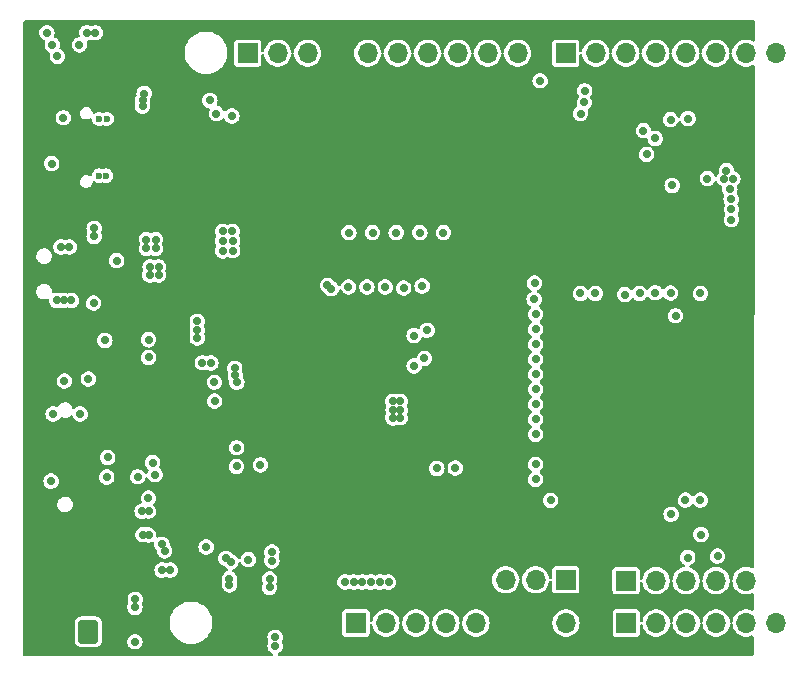
<source format=gbr>
%TF.GenerationSoftware,KiCad,Pcbnew,7.0.6*%
%TF.CreationDate,2024-02-07T19:17:41+08:00*%
%TF.ProjectId,PCB_Main_Board_ESP32S3_RFM95,5043425f-4d61-4696-9e5f-426f6172645f,rev?*%
%TF.SameCoordinates,Original*%
%TF.FileFunction,Copper,L2,Inr*%
%TF.FilePolarity,Positive*%
%FSLAX46Y46*%
G04 Gerber Fmt 4.6, Leading zero omitted, Abs format (unit mm)*
G04 Created by KiCad (PCBNEW 7.0.6) date 2024-02-07 19:17:41*
%MOMM*%
%LPD*%
G01*
G04 APERTURE LIST*
G04 Aperture macros list*
%AMRoundRect*
0 Rectangle with rounded corners*
0 $1 Rounding radius*
0 $2 $3 $4 $5 $6 $7 $8 $9 X,Y pos of 4 corners*
0 Add a 4 corners polygon primitive as box body*
4,1,4,$2,$3,$4,$5,$6,$7,$8,$9,$2,$3,0*
0 Add four circle primitives for the rounded corners*
1,1,$1+$1,$2,$3*
1,1,$1+$1,$4,$5*
1,1,$1+$1,$6,$7*
1,1,$1+$1,$8,$9*
0 Add four rect primitives between the rounded corners*
20,1,$1+$1,$2,$3,$4,$5,0*
20,1,$1+$1,$4,$5,$6,$7,0*
20,1,$1+$1,$6,$7,$8,$9,0*
20,1,$1+$1,$8,$9,$2,$3,0*%
G04 Aperture macros list end*
%TA.AperFunction,ComponentPad*%
%ADD10RoundRect,0.250000X0.600000X0.750000X-0.600000X0.750000X-0.600000X-0.750000X0.600000X-0.750000X0*%
%TD*%
%TA.AperFunction,ComponentPad*%
%ADD11O,1.700000X2.000000*%
%TD*%
%TA.AperFunction,ComponentPad*%
%ADD12O,2.000000X1.000000*%
%TD*%
%TA.AperFunction,ComponentPad*%
%ADD13O,1.800000X0.900000*%
%TD*%
%TA.AperFunction,ComponentPad*%
%ADD14R,1.700000X1.700000*%
%TD*%
%TA.AperFunction,ComponentPad*%
%ADD15O,1.700000X1.700000*%
%TD*%
%TA.AperFunction,ViaPad*%
%ADD16C,0.700000*%
%TD*%
%TA.AperFunction,ViaPad*%
%ADD17C,0.600000*%
%TD*%
G04 APERTURE END LIST*
D10*
%TO.N,Net-(J1-Pin_1)*%
%TO.C,J1*%
X45050000Y-109100000D03*
D11*
%TO.N,GND*%
X42550000Y-109100000D03*
%TD*%
D12*
%TO.N,GND*%
%TO.C,J2*%
X45360000Y-63750000D03*
X45360000Y-72400000D03*
D13*
X41180000Y-63750000D03*
X41180000Y-72400000D03*
%TD*%
D14*
%TO.N,/ESP32S3_Minsys/IO16{slash}A0*%
%TO.C,J5*%
X90590000Y-108350000D03*
D15*
%TO.N,/ESP32S3_Minsys/IO15{slash}A1*%
X93130000Y-108350000D03*
%TO.N,/ESP32S3_Minsys/IO7{slash}A2*%
X95670000Y-108350000D03*
%TO.N,/ESP32S3_Minsys/IO6{slash}A3*%
X98210000Y-108350000D03*
%TO.N,/ESP32S3_Minsys/IO5{slash}A4*%
X100750000Y-108350000D03*
%TO.N,/ESP32S3_Minsys/IO4{slash}A5*%
X103290000Y-108350000D03*
%TD*%
D14*
%TO.N,/ESP32S3_Minsys/IO45*%
%TO.C,J10*%
X85460000Y-104690000D03*
D15*
%TO.N,/ESP32S3_Minsys/IO48*%
X82920000Y-104690000D03*
%TO.N,/ESP32S3_Minsys/IO47*%
X80380000Y-104690000D03*
%TD*%
D14*
%TO.N,unconnected-(J6-Pin_1-Pad1)*%
%TO.C,J6*%
X67710000Y-108350000D03*
D15*
%TO.N,unconnected-(J6-Pin_2-Pad2)*%
X70250000Y-108350000D03*
%TO.N,unconnected-(J6-Pin_3-Pad3)*%
X72790000Y-108350000D03*
%TO.N,/ESP32S3_Minsys/3V3*%
X75330000Y-108350000D03*
%TO.N,/VIN*%
X77870000Y-108350000D03*
%TO.N,GND*%
X80410000Y-108350000D03*
X82950000Y-108350000D03*
%TO.N,unconnected-(J6-Pin_8-Pad8)*%
X85490000Y-108350000D03*
%TD*%
D14*
%TO.N,/ESP32S3_Minsys/IO16*%
%TO.C,J7*%
X85480000Y-60100000D03*
D15*
%TO.N,/ESP32S3_Minsys/IO15*%
X88020000Y-60100000D03*
%TO.N,/ESP32S3_Minsys/IO3{slash}D5*%
X90560000Y-60100000D03*
%TO.N,/ESP32S3_Minsys/IO8{slash}D4*%
X93100000Y-60100000D03*
%TO.N,/ESP32S3_Minsys/IO18{slash}D3*%
X95640000Y-60100000D03*
%TO.N,/ESP32S3_Minsys/IO17{slash}D2*%
X98180000Y-60100000D03*
%TO.N,/ESP32S3_Minsys/ESP_TXD*%
X100720000Y-60100000D03*
%TO.N,/ESP32S3_Minsys/ESP_RXD*%
X103260000Y-60100000D03*
%TD*%
D14*
%TO.N,/ESP32S3_Minsys/IO15{slash}D15{slash}ESP_I2C_SCL*%
%TO.C,J9*%
X58540000Y-60100000D03*
D15*
%TO.N,/ESP32S3_Minsys/IO14{slash}D14{slash}ESP_I2C_SDA*%
X61080000Y-60100000D03*
%TO.N,unconnected-(J9-Pin_3-Pad3)*%
X63620000Y-60100000D03*
%TO.N,GND*%
X66160000Y-60100000D03*
%TO.N,/ESP32S3_Minsys/IO13{slash}D13{slash}ESP_SCK*%
X68700000Y-60100000D03*
%TO.N,/ESP32S3_Minsys/IO12{slash}D12{slash}ESP_MISO*%
X71240000Y-60100000D03*
%TO.N,/ESP32S3_Minsys/IO11{slash}D11{slash}ESP_MOSI*%
X73780000Y-60100000D03*
%TO.N,/ESP32S3_Minsys/IO10{slash}D10*%
X76320000Y-60100000D03*
%TO.N,/ESP32S3_Minsys/IO9{slash}D9*%
X78860000Y-60100000D03*
%TO.N,/ESP32S3_Minsys/IO46{slash}D8*%
X81400000Y-60100000D03*
%TD*%
D14*
%TO.N,/ESP32S3_Minsys/GPIO_38*%
%TO.C,J11*%
X90580000Y-104760000D03*
D15*
%TO.N,/ESP32S3_Minsys/IO39*%
X93120000Y-104760000D03*
%TO.N,/ESP32S3_Minsys/IO40*%
X95660000Y-104760000D03*
%TO.N,/ESP32S3_Minsys/IO41*%
X98200000Y-104760000D03*
%TO.N,/ESP32S3_Minsys/IO42*%
X100740000Y-104760000D03*
%TD*%
D16*
%TO.N,GND*%
X46620000Y-87320000D03*
X46570000Y-86570000D03*
X46290000Y-85920000D03*
X49270000Y-86980000D03*
%TO.N,/ESP32S3_Minsys/IO10{slash}D10*%
X50160000Y-85870000D03*
%TO.N,/ESP32S3_Minsys/IO12{slash}D12{slash}ESP_MISO*%
X50150000Y-84350000D03*
%TO.N,/VIN*%
X50275000Y-78190000D03*
X68250000Y-104865000D03*
X69750000Y-104890000D03*
X51000000Y-78890000D03*
X70475000Y-104890000D03*
X67525000Y-104865000D03*
X50250000Y-78890000D03*
X69000000Y-104890000D03*
X66775000Y-104865000D03*
X51000000Y-78190000D03*
%TO.N,GND*%
X85875000Y-93940000D03*
X68175000Y-58015000D03*
X86975000Y-58090000D03*
X90710000Y-75030000D03*
X83000000Y-75890000D03*
X65000000Y-58040000D03*
X85875000Y-91740000D03*
X50750000Y-58165000D03*
X89350000Y-58090000D03*
X55375000Y-73250000D03*
X99000000Y-83915000D03*
X63550000Y-58040000D03*
X53150000Y-73225000D03*
X87600000Y-108890000D03*
X60450000Y-58040000D03*
X90710000Y-74305000D03*
X48840000Y-86540000D03*
X55475000Y-96890000D03*
X85075000Y-92465000D03*
X85790000Y-85330000D03*
X62275000Y-110040000D03*
X85790000Y-86055000D03*
X65650000Y-67025000D03*
X88400000Y-110365000D03*
X62275000Y-109315000D03*
X66475000Y-72300000D03*
X64925000Y-67025000D03*
X67150000Y-67050000D03*
X99800000Y-83915000D03*
X84990000Y-86780000D03*
X48360000Y-69575000D03*
X98720000Y-65320000D03*
X85875000Y-93190000D03*
X83075000Y-66940000D03*
X83000000Y-74415000D03*
X99800000Y-84665000D03*
X54650000Y-73250000D03*
X99725000Y-92740000D03*
X99520000Y-64965000D03*
X53875000Y-73225000D03*
X44250000Y-88390000D03*
X51475000Y-58165000D03*
X51170000Y-64790000D03*
X99725000Y-93465000D03*
X53125000Y-72450000D03*
X54625000Y-72475000D03*
X45175000Y-93215000D03*
X41400000Y-99090000D03*
X83075000Y-67665000D03*
X61900000Y-58040000D03*
X48360000Y-70300000D03*
X83000000Y-73690000D03*
X63075000Y-109315000D03*
X54800000Y-68075000D03*
X52550000Y-100880000D03*
X52700000Y-101550000D03*
X98925000Y-94215000D03*
X90710000Y-72830000D03*
X43675000Y-88640000D03*
X89275000Y-74290000D03*
X99725000Y-92015000D03*
X50025000Y-58165000D03*
X88400000Y-109615000D03*
X67200000Y-72300000D03*
X88625000Y-58090000D03*
X85790000Y-86780000D03*
X91050000Y-58065000D03*
X89275000Y-72815000D03*
X87600000Y-108165000D03*
X52630000Y-66280000D03*
X44025000Y-87690000D03*
X85525000Y-58090000D03*
X43000000Y-94265000D03*
X90075000Y-58090000D03*
X89275000Y-73565000D03*
X98925000Y-92015000D03*
X99800000Y-83190000D03*
X89275000Y-75015000D03*
X99000000Y-83190000D03*
X66725000Y-58015000D03*
X65975000Y-58015000D03*
X85875000Y-92465000D03*
X41125000Y-93865000D03*
X85075000Y-93190000D03*
X86250000Y-58090000D03*
X99000000Y-82465000D03*
X41125000Y-94540000D03*
X45775000Y-93490000D03*
X53430000Y-101590000D03*
X62800000Y-58040000D03*
X99800000Y-82465000D03*
X41400000Y-97740000D03*
X99000000Y-84665000D03*
X60175000Y-67150000D03*
X53850000Y-72450000D03*
X61075000Y-67125000D03*
X88400000Y-108890000D03*
X87875000Y-58090000D03*
X85075000Y-91740000D03*
X90710000Y-73580000D03*
X61175000Y-58040000D03*
X55350000Y-72475000D03*
X83000000Y-75140000D03*
X93250000Y-58065000D03*
X64975000Y-72275000D03*
X99520000Y-65690000D03*
X67450000Y-58015000D03*
X99725000Y-94215000D03*
X98925000Y-92740000D03*
X98925000Y-93465000D03*
X43450000Y-94890000D03*
X66425000Y-67050000D03*
X54100000Y-67450000D03*
X65700000Y-72275000D03*
X88400000Y-108165000D03*
X63075000Y-110040000D03*
X84990000Y-87530000D03*
X54825000Y-96620000D03*
X92525000Y-58065000D03*
X84775000Y-58090000D03*
X85790000Y-87530000D03*
X85075000Y-93940000D03*
X91800000Y-58065000D03*
X59700000Y-58040000D03*
X87600000Y-109615000D03*
X42975000Y-93515000D03*
X84990000Y-85330000D03*
X53425000Y-100890000D03*
X87600000Y-110365000D03*
X84990000Y-86055000D03*
X64275000Y-58040000D03*
X41400000Y-98415000D03*
%TO.N,/ESP32S3_Minsys/SD_VCC*%
X57625000Y-87965000D03*
X57500000Y-87390000D03*
X57450000Y-86790000D03*
%TO.N,/VBAT*%
X42375000Y-81040000D03*
X60400000Y-104615000D03*
X60600000Y-103090000D03*
X49600000Y-98890000D03*
X60875000Y-110290000D03*
X43625000Y-81040000D03*
X60600000Y-102340000D03*
X50150000Y-98890000D03*
X42975000Y-81040000D03*
X60400000Y-105340000D03*
X60875000Y-109565000D03*
%TO.N,/5V*%
X42725000Y-76515000D03*
X49650000Y-64075000D03*
X49650000Y-64600000D03*
X49775000Y-63525000D03*
X43450000Y-76515000D03*
%TO.N,/ESP32S3_Minsys/SD_DET*%
X49231450Y-95971050D03*
%TO.N,/VBUS*%
X52000000Y-103875000D03*
X49000000Y-107025000D03*
X49675000Y-100875000D03*
X57125000Y-103165000D03*
D17*
X46560000Y-70475000D03*
D16*
X50150000Y-100890000D03*
X49025000Y-106337500D03*
X51300497Y-103875000D03*
D17*
X46600000Y-65670000D03*
X45940000Y-70470000D03*
D16*
X56700000Y-102865000D03*
D17*
X45990000Y-65675000D03*
D16*
%TO.N,/ESP32S3_Minsys/3V3*%
X45550000Y-74940000D03*
X65300000Y-79750000D03*
X45650000Y-58375000D03*
X71450000Y-90970000D03*
X57275000Y-75990000D03*
X70830000Y-90980000D03*
X99500000Y-73340000D03*
X99375000Y-71640000D03*
X70850000Y-90320000D03*
X49975000Y-76640000D03*
X71450000Y-89580000D03*
X97470000Y-70720000D03*
X50750000Y-76640000D03*
X99500000Y-74190000D03*
X71460000Y-90340000D03*
X44925000Y-58375000D03*
X55425000Y-86340000D03*
X98900000Y-70740000D03*
X54275000Y-83515000D03*
X54275000Y-82815000D03*
X99075000Y-70040000D03*
X99475000Y-72465000D03*
X54275000Y-84215000D03*
X45550000Y-75615000D03*
X50750000Y-75890000D03*
X56425000Y-75190000D03*
X57250000Y-75190000D03*
X56425000Y-76015000D03*
X49975000Y-75890000D03*
X70830000Y-89590000D03*
X56425000Y-76840000D03*
X99625000Y-70740000D03*
X65610000Y-80050000D03*
X54700000Y-86315000D03*
X57275000Y-76815000D03*
%TO.N,/ESP32S3_Minsys/SPI_CS*%
X45050000Y-87690000D03*
%TO.N,/ESP32S3_Minsys/SPI_MOSI*%
X42075000Y-90650000D03*
%TO.N,/ESP32S3_Minsys/SPI_CLK*%
X44350000Y-90640000D03*
%TO.N,/ESP32S3_Minsys/IO16{slash}A0*%
X93050000Y-80390000D03*
%TO.N,/ESP32S3_Minsys/IO15{slash}A1*%
X94350000Y-80415000D03*
%TO.N,/ESP32S3_Minsys/IO7{slash}A2*%
X94775000Y-82340000D03*
%TO.N,/ESP32S3_Minsys/IO6{slash}A3*%
X96880000Y-80450000D03*
X96925000Y-100865000D03*
%TO.N,/ESP32S3_Minsys/IO5{slash}A4*%
X98325000Y-102690000D03*
%TO.N,/ESP32S3_Minsys/IO3{slash}D5*%
X70190000Y-79892500D03*
X83300000Y-62440000D03*
X82925000Y-82190000D03*
%TO.N,/ESP32S3_Minsys/IO8{slash}D4*%
X73320000Y-79820000D03*
X86720000Y-80450000D03*
X82830000Y-79560000D03*
%TO.N,/ESP32S3_Minsys/IO18{slash}D3*%
X87990000Y-80450000D03*
X82799500Y-80940000D03*
X71750000Y-79980000D03*
%TO.N,/ESP32S3_Minsys/IO15{slash}D15{slash}ESP_I2C_SCL*%
X82930000Y-92375000D03*
%TO.N,/ESP32S3_Minsys/IO14{slash}D14{slash}ESP_I2C_SDA*%
X82930000Y-91105000D03*
%TO.N,/ESP32S3_Minsys/IO13{slash}D13{slash}ESP_SCK*%
X57612500Y-93515000D03*
X50500000Y-94765000D03*
X46691250Y-94331250D03*
X59620000Y-94960000D03*
X82930000Y-89835000D03*
%TO.N,/ESP32S3_Minsys/IO12{slash}D12{slash}ESP_MISO*%
X82930000Y-88565000D03*
X55725000Y-87965000D03*
%TO.N,/ESP32S3_Minsys/IO11{slash}D11{slash}ESP_MOSI*%
X72630000Y-84010000D03*
X57600000Y-95090000D03*
X46612500Y-96000000D03*
X72630000Y-86580000D03*
X41900000Y-96340000D03*
X50700000Y-95790000D03*
X82930000Y-87295000D03*
%TO.N,/ESP32S3_Minsys/IO10{slash}D10*%
X73745000Y-83565000D03*
X82930000Y-86025000D03*
X73510000Y-85940000D03*
X46450000Y-84415000D03*
X55750000Y-89565000D03*
%TO.N,/ESP32S3_Minsys/IO9{slash}D9*%
X67080000Y-79892500D03*
X82930000Y-84755000D03*
%TO.N,/ESP32S3_Minsys/IO46{slash}D8*%
X82930000Y-83485000D03*
X68640000Y-79895000D03*
%TO.N,/ESP32S3_Minsys/IO41*%
X95800000Y-102815000D03*
%TO.N,/ESP32S3_Minsys/IO42*%
X94400000Y-99140000D03*
%TO.N,/ESP32S3_Minsys/IO48*%
X76120000Y-95220000D03*
X82930000Y-94915000D03*
%TO.N,/ESP32S3_Minsys/IO45*%
X82930000Y-96185000D03*
X74560000Y-95260000D03*
%TO.N,/ESP32S3_Minsys/SPI_MISO*%
X43025000Y-87865000D03*
%TO.N,/ESP32S3_Minsys/IO15*%
X91725000Y-80450000D03*
%TO.N,/ESP32S3_Minsys/IO16*%
X90475000Y-80550000D03*
%TO.N,/ESP32S3_Minsys/CHIP_PU*%
X94480000Y-71302500D03*
X41550000Y-58375000D03*
X86725000Y-65215000D03*
X57200000Y-65425000D03*
%TO.N,/ESP32S3_Minsys/GPIO_0*%
X44300000Y-59400000D03*
X84200000Y-97965000D03*
%TO.N,/ESP32S3_Minsys/ESP_RXD*%
X42425000Y-60375000D03*
X93050000Y-67325000D03*
X87075000Y-63290000D03*
X55350000Y-64100000D03*
%TO.N,/ESP32S3_Minsys/ESP_TXD*%
X92325000Y-68665000D03*
X87050000Y-64265000D03*
X55900000Y-65225000D03*
X42000000Y-59400000D03*
X92050000Y-66665000D03*
%TO.N,Net-(U1-VG)*%
X58600000Y-102990000D03*
X55025000Y-101915000D03*
%TO.N,Net-(IC1-CE)*%
X47450000Y-77665000D03*
X45500000Y-81265000D03*
%TO.N,Net-(J2-CC1)*%
X42937500Y-65575000D03*
%TO.N,Net-(U1-CSP)*%
X57000000Y-105125000D03*
X51275000Y-101680000D03*
X51505000Y-102245000D03*
X57000000Y-104600000D03*
%TO.N,Net-(U1-MPPT)*%
X50137500Y-97777500D03*
X49000000Y-109940000D03*
%TO.N,Net-(U5-RXD0)*%
X95610000Y-97950000D03*
X94350000Y-65740000D03*
%TO.N,Net-(U5-TXD0)*%
X95825000Y-65640000D03*
X96880000Y-97950000D03*
%TO.N,Net-(U2-MOSI)*%
X73120000Y-75300000D03*
%TO.N,Net-(U2-NSS)*%
X69120000Y-75300000D03*
%TO.N,Net-(U2-SCK)*%
X71120000Y-75300000D03*
%TO.N,Net-(U2-MISO)*%
X75120000Y-75300000D03*
%TO.N,/ESP32S3_Minsys/RST_RFM*%
X67120000Y-75300000D03*
%TO.N,Net-(J2-CC2)*%
X41950000Y-69450000D03*
%TD*%
%TA.AperFunction,Conductor*%
%TO.N,GND*%
G36*
X101439165Y-57347902D02*
G01*
X101485658Y-57401558D01*
X101497044Y-57454178D01*
X101493631Y-58999892D01*
X101473478Y-59067969D01*
X101419720Y-59114343D01*
X101349424Y-59124292D01*
X101301301Y-59106742D01*
X101253644Y-59077234D01*
X101235019Y-59065702D01*
X101113221Y-59018517D01*
X101036199Y-58988679D01*
X100983801Y-58978884D01*
X100826610Y-58949500D01*
X100613390Y-58949500D01*
X100527959Y-58965470D01*
X100403800Y-58988679D01*
X100249754Y-59048356D01*
X100204981Y-59065702D01*
X100204980Y-59065702D01*
X100204979Y-59065703D01*
X100204974Y-59065705D01*
X100023701Y-59177945D01*
X100023699Y-59177946D01*
X99866129Y-59321591D01*
X99806920Y-59399996D01*
X99737634Y-59491745D01*
X99705232Y-59556818D01*
X99642593Y-59682615D01*
X99584244Y-59887688D01*
X99584243Y-59887690D01*
X99584244Y-59887690D01*
X99575462Y-59982461D01*
X99549261Y-60048444D01*
X99491544Y-60089788D01*
X99420638Y-60093365D01*
X99359053Y-60058039D01*
X99326344Y-59995026D01*
X99324538Y-59982470D01*
X99315756Y-59887690D01*
X99257405Y-59682611D01*
X99162366Y-59491745D01*
X99033872Y-59321593D01*
X98953084Y-59247944D01*
X98876300Y-59177946D01*
X98876298Y-59177945D01*
X98695025Y-59065705D01*
X98695021Y-59065703D01*
X98695019Y-59065702D01*
X98573222Y-59018517D01*
X98496199Y-58988679D01*
X98443800Y-58978884D01*
X98286610Y-58949500D01*
X98073390Y-58949500D01*
X97987959Y-58965470D01*
X97863800Y-58988679D01*
X97709754Y-59048356D01*
X97664981Y-59065702D01*
X97664980Y-59065702D01*
X97664979Y-59065703D01*
X97664974Y-59065705D01*
X97483701Y-59177945D01*
X97483699Y-59177946D01*
X97326129Y-59321591D01*
X97266920Y-59399996D01*
X97197634Y-59491745D01*
X97165232Y-59556818D01*
X97102593Y-59682615D01*
X97044244Y-59887688D01*
X97044243Y-59887690D01*
X97044244Y-59887690D01*
X97035462Y-59982461D01*
X97009261Y-60048444D01*
X96951544Y-60089788D01*
X96880638Y-60093365D01*
X96819053Y-60058039D01*
X96786344Y-59995026D01*
X96784538Y-59982470D01*
X96775756Y-59887690D01*
X96717405Y-59682611D01*
X96622366Y-59491745D01*
X96493872Y-59321593D01*
X96413084Y-59247944D01*
X96336300Y-59177946D01*
X96336298Y-59177945D01*
X96155025Y-59065705D01*
X96155021Y-59065703D01*
X96155019Y-59065702D01*
X96033221Y-59018517D01*
X95956199Y-58988679D01*
X95903801Y-58978884D01*
X95746610Y-58949500D01*
X95533390Y-58949500D01*
X95447959Y-58965470D01*
X95323800Y-58988679D01*
X95169753Y-59048356D01*
X95124981Y-59065702D01*
X95124980Y-59065702D01*
X95124979Y-59065703D01*
X95124974Y-59065705D01*
X94943701Y-59177945D01*
X94943699Y-59177946D01*
X94786129Y-59321591D01*
X94726920Y-59399996D01*
X94657634Y-59491745D01*
X94625232Y-59556818D01*
X94562593Y-59682615D01*
X94504244Y-59887688D01*
X94504243Y-59887690D01*
X94504244Y-59887690D01*
X94495462Y-59982461D01*
X94469261Y-60048444D01*
X94411544Y-60089788D01*
X94340638Y-60093365D01*
X94279053Y-60058039D01*
X94246344Y-59995026D01*
X94244538Y-59982470D01*
X94235756Y-59887690D01*
X94177405Y-59682611D01*
X94082366Y-59491745D01*
X93953872Y-59321593D01*
X93873084Y-59247944D01*
X93796300Y-59177946D01*
X93796298Y-59177945D01*
X93615025Y-59065705D01*
X93615021Y-59065703D01*
X93615019Y-59065702D01*
X93493221Y-59018517D01*
X93416199Y-58988679D01*
X93363800Y-58978884D01*
X93206610Y-58949500D01*
X92993390Y-58949500D01*
X92907959Y-58965470D01*
X92783800Y-58988679D01*
X92629754Y-59048356D01*
X92584981Y-59065702D01*
X92584980Y-59065702D01*
X92584979Y-59065703D01*
X92584974Y-59065705D01*
X92403701Y-59177945D01*
X92403699Y-59177946D01*
X92246129Y-59321591D01*
X92186920Y-59399996D01*
X92117634Y-59491745D01*
X92085232Y-59556818D01*
X92022593Y-59682615D01*
X91964244Y-59887688D01*
X91964243Y-59887690D01*
X91964244Y-59887690D01*
X91955462Y-59982461D01*
X91929261Y-60048444D01*
X91871544Y-60089788D01*
X91800638Y-60093365D01*
X91739053Y-60058039D01*
X91706344Y-59995026D01*
X91704538Y-59982470D01*
X91695756Y-59887690D01*
X91637405Y-59682611D01*
X91542366Y-59491745D01*
X91413872Y-59321593D01*
X91333084Y-59247944D01*
X91256300Y-59177946D01*
X91256298Y-59177945D01*
X91075025Y-59065705D01*
X91075021Y-59065703D01*
X91075019Y-59065702D01*
X90953221Y-59018517D01*
X90876199Y-58988679D01*
X90823801Y-58978884D01*
X90666610Y-58949500D01*
X90453390Y-58949500D01*
X90367959Y-58965470D01*
X90243800Y-58988679D01*
X90089754Y-59048356D01*
X90044981Y-59065702D01*
X90044980Y-59065702D01*
X90044979Y-59065703D01*
X90044974Y-59065705D01*
X89863701Y-59177945D01*
X89863699Y-59177946D01*
X89706129Y-59321591D01*
X89646920Y-59399996D01*
X89577634Y-59491745D01*
X89545232Y-59556818D01*
X89482593Y-59682615D01*
X89424244Y-59887688D01*
X89424243Y-59887690D01*
X89424244Y-59887690D01*
X89415462Y-59982461D01*
X89389261Y-60048444D01*
X89331544Y-60089788D01*
X89260638Y-60093365D01*
X89199053Y-60058039D01*
X89166344Y-59995026D01*
X89164538Y-59982470D01*
X89155756Y-59887690D01*
X89097405Y-59682611D01*
X89002366Y-59491745D01*
X88873872Y-59321593D01*
X88793084Y-59247944D01*
X88716300Y-59177946D01*
X88716298Y-59177945D01*
X88535025Y-59065705D01*
X88535021Y-59065703D01*
X88535019Y-59065702D01*
X88413222Y-59018517D01*
X88336199Y-58988679D01*
X88283800Y-58978884D01*
X88126610Y-58949500D01*
X87913390Y-58949500D01*
X87827959Y-58965470D01*
X87703800Y-58988679D01*
X87549753Y-59048356D01*
X87504981Y-59065702D01*
X87504980Y-59065702D01*
X87504979Y-59065703D01*
X87504974Y-59065705D01*
X87323701Y-59177945D01*
X87323699Y-59177946D01*
X87166129Y-59321591D01*
X87106920Y-59399996D01*
X87037634Y-59491745D01*
X87005232Y-59556818D01*
X86942593Y-59682615D01*
X86884243Y-59887693D01*
X86881961Y-59912320D01*
X86855759Y-59978305D01*
X86798041Y-60019648D01*
X86727135Y-60023224D01*
X86665551Y-59987897D01*
X86632843Y-59924884D01*
X86630499Y-59900693D01*
X86630499Y-59205140D01*
X86630499Y-59205136D01*
X86627585Y-59180009D01*
X86602984Y-59124292D01*
X86582206Y-59077234D01*
X86502767Y-58997795D01*
X86502765Y-58997794D01*
X86399989Y-58952414D01*
X86399990Y-58952414D01*
X86374868Y-58949500D01*
X84585140Y-58949500D01*
X84585133Y-58949501D01*
X84560009Y-58952414D01*
X84560005Y-58952416D01*
X84457234Y-58997793D01*
X84377795Y-59077232D01*
X84377794Y-59077234D01*
X84332414Y-59180009D01*
X84329500Y-59205129D01*
X84329500Y-60994859D01*
X84329501Y-60994866D01*
X84332414Y-61019990D01*
X84332416Y-61019994D01*
X84377793Y-61122765D01*
X84457232Y-61202204D01*
X84457234Y-61202205D01*
X84457235Y-61202206D01*
X84560009Y-61247585D01*
X84585135Y-61250500D01*
X86374864Y-61250499D01*
X86399991Y-61247585D01*
X86502765Y-61202206D01*
X86582206Y-61122765D01*
X86627585Y-61019991D01*
X86630500Y-60994865D01*
X86630499Y-60299306D01*
X86650501Y-60231188D01*
X86704157Y-60184695D01*
X86774430Y-60174591D01*
X86839011Y-60204084D01*
X86877395Y-60263811D01*
X86881961Y-60287681D01*
X86884243Y-60312307D01*
X86942593Y-60517384D01*
X86942594Y-60517386D01*
X86942595Y-60517389D01*
X87037634Y-60708255D01*
X87114115Y-60809531D01*
X87166129Y-60878408D01*
X87323699Y-61022053D01*
X87323701Y-61022054D01*
X87504974Y-61134294D01*
X87504975Y-61134294D01*
X87504981Y-61134298D01*
X87703802Y-61211321D01*
X87913390Y-61250500D01*
X87913393Y-61250500D01*
X88126607Y-61250500D01*
X88126610Y-61250500D01*
X88336198Y-61211321D01*
X88535019Y-61134298D01*
X88716302Y-61022052D01*
X88873872Y-60878407D01*
X89002366Y-60708255D01*
X89097405Y-60517389D01*
X89155756Y-60312310D01*
X89164537Y-60217538D01*
X89190739Y-60151555D01*
X89248456Y-60110211D01*
X89319362Y-60106634D01*
X89380946Y-60141960D01*
X89413656Y-60204973D01*
X89415461Y-60217529D01*
X89419750Y-60263811D01*
X89424244Y-60312311D01*
X89482593Y-60517384D01*
X89482594Y-60517386D01*
X89482595Y-60517389D01*
X89577634Y-60708255D01*
X89654115Y-60809531D01*
X89706129Y-60878408D01*
X89863699Y-61022053D01*
X89863701Y-61022054D01*
X90044974Y-61134294D01*
X90044975Y-61134294D01*
X90044981Y-61134298D01*
X90243802Y-61211321D01*
X90453390Y-61250500D01*
X90453393Y-61250500D01*
X90666607Y-61250500D01*
X90666610Y-61250500D01*
X90876198Y-61211321D01*
X91075019Y-61134298D01*
X91256302Y-61022052D01*
X91413872Y-60878407D01*
X91542366Y-60708255D01*
X91637405Y-60517389D01*
X91695756Y-60312310D01*
X91704537Y-60217538D01*
X91730739Y-60151555D01*
X91788456Y-60110211D01*
X91859362Y-60106634D01*
X91920946Y-60141960D01*
X91953656Y-60204973D01*
X91955461Y-60217529D01*
X91959750Y-60263811D01*
X91964244Y-60312311D01*
X92022593Y-60517384D01*
X92022594Y-60517386D01*
X92022595Y-60517389D01*
X92117634Y-60708255D01*
X92194115Y-60809531D01*
X92246129Y-60878408D01*
X92403699Y-61022053D01*
X92403701Y-61022054D01*
X92584974Y-61134294D01*
X92584975Y-61134294D01*
X92584981Y-61134298D01*
X92783802Y-61211321D01*
X92993390Y-61250500D01*
X92993393Y-61250500D01*
X93206607Y-61250500D01*
X93206610Y-61250500D01*
X93416198Y-61211321D01*
X93615019Y-61134298D01*
X93796302Y-61022052D01*
X93953872Y-60878407D01*
X94082366Y-60708255D01*
X94177405Y-60517389D01*
X94235756Y-60312310D01*
X94244537Y-60217538D01*
X94270739Y-60151555D01*
X94328456Y-60110211D01*
X94399362Y-60106634D01*
X94460946Y-60141960D01*
X94493656Y-60204973D01*
X94495461Y-60217529D01*
X94499750Y-60263811D01*
X94504244Y-60312311D01*
X94562593Y-60517384D01*
X94562594Y-60517386D01*
X94562595Y-60517389D01*
X94657634Y-60708255D01*
X94734115Y-60809531D01*
X94786129Y-60878408D01*
X94943699Y-61022053D01*
X94943701Y-61022054D01*
X95124974Y-61134294D01*
X95124975Y-61134294D01*
X95124981Y-61134298D01*
X95323802Y-61211321D01*
X95533390Y-61250500D01*
X95533393Y-61250500D01*
X95746607Y-61250500D01*
X95746610Y-61250500D01*
X95956198Y-61211321D01*
X96155019Y-61134298D01*
X96336302Y-61022052D01*
X96493872Y-60878407D01*
X96622366Y-60708255D01*
X96717405Y-60517389D01*
X96775756Y-60312310D01*
X96784537Y-60217538D01*
X96810739Y-60151555D01*
X96868456Y-60110211D01*
X96939362Y-60106634D01*
X97000946Y-60141960D01*
X97033656Y-60204973D01*
X97035461Y-60217529D01*
X97039750Y-60263811D01*
X97044244Y-60312311D01*
X97102593Y-60517384D01*
X97102594Y-60517386D01*
X97102595Y-60517389D01*
X97197634Y-60708255D01*
X97274115Y-60809531D01*
X97326129Y-60878408D01*
X97483699Y-61022053D01*
X97483701Y-61022054D01*
X97664974Y-61134294D01*
X97664975Y-61134294D01*
X97664981Y-61134298D01*
X97863802Y-61211321D01*
X98073390Y-61250500D01*
X98073393Y-61250500D01*
X98286607Y-61250500D01*
X98286610Y-61250500D01*
X98496198Y-61211321D01*
X98695019Y-61134298D01*
X98876302Y-61022052D01*
X99033872Y-60878407D01*
X99162366Y-60708255D01*
X99257405Y-60517389D01*
X99315756Y-60312310D01*
X99324537Y-60217538D01*
X99350739Y-60151555D01*
X99408456Y-60110211D01*
X99479362Y-60106634D01*
X99540946Y-60141960D01*
X99573656Y-60204973D01*
X99575461Y-60217529D01*
X99579750Y-60263811D01*
X99584244Y-60312311D01*
X99642593Y-60517384D01*
X99642594Y-60517386D01*
X99642595Y-60517389D01*
X99737634Y-60708255D01*
X99814115Y-60809531D01*
X99866129Y-60878408D01*
X100023699Y-61022053D01*
X100023701Y-61022054D01*
X100204974Y-61134294D01*
X100204975Y-61134294D01*
X100204981Y-61134298D01*
X100403802Y-61211321D01*
X100613390Y-61250500D01*
X100613393Y-61250500D01*
X100826607Y-61250500D01*
X100826610Y-61250500D01*
X101036198Y-61211321D01*
X101235019Y-61134298D01*
X101296436Y-61096269D01*
X101364883Y-61077415D01*
X101432658Y-61098558D01*
X101478244Y-61152987D01*
X101488767Y-61203675D01*
X101395184Y-103596343D01*
X101375031Y-103664420D01*
X101321273Y-103710794D01*
X101250977Y-103720743D01*
X101223670Y-103713557D01*
X101104097Y-103667235D01*
X101056199Y-103648679D01*
X101003800Y-103638884D01*
X100846610Y-103609500D01*
X100633390Y-103609500D01*
X100527561Y-103629283D01*
X100423800Y-103648679D01*
X100284369Y-103702695D01*
X100224981Y-103725702D01*
X100224980Y-103725702D01*
X100224979Y-103725703D01*
X100224974Y-103725705D01*
X100043701Y-103837945D01*
X100043699Y-103837946D01*
X99886129Y-103981591D01*
X99848199Y-104031818D01*
X99757634Y-104151745D01*
X99678599Y-104310470D01*
X99662593Y-104342615D01*
X99604244Y-104547688D01*
X99603059Y-104560477D01*
X99595462Y-104642461D01*
X99569261Y-104708444D01*
X99511544Y-104749788D01*
X99440638Y-104753365D01*
X99379053Y-104718039D01*
X99346344Y-104655026D01*
X99344538Y-104642470D01*
X99335756Y-104547690D01*
X99277405Y-104342611D01*
X99182366Y-104151745D01*
X99053872Y-103981593D01*
X99022635Y-103953116D01*
X98896300Y-103837946D01*
X98896298Y-103837945D01*
X98715025Y-103725705D01*
X98715021Y-103725703D01*
X98715019Y-103725702D01*
X98564097Y-103667235D01*
X98516199Y-103648679D01*
X98463800Y-103638884D01*
X98306610Y-103609500D01*
X98093390Y-103609500D01*
X97987561Y-103629283D01*
X97883800Y-103648679D01*
X97744369Y-103702695D01*
X97684981Y-103725702D01*
X97684980Y-103725702D01*
X97684979Y-103725703D01*
X97684974Y-103725705D01*
X97503701Y-103837945D01*
X97503699Y-103837946D01*
X97346129Y-103981591D01*
X97308199Y-104031818D01*
X97217634Y-104151745D01*
X97138599Y-104310470D01*
X97122593Y-104342615D01*
X97064244Y-104547688D01*
X97063059Y-104560477D01*
X97055462Y-104642461D01*
X97029261Y-104708444D01*
X96971544Y-104749788D01*
X96900638Y-104753365D01*
X96839053Y-104718039D01*
X96806344Y-104655026D01*
X96804538Y-104642470D01*
X96795756Y-104547690D01*
X96737405Y-104342611D01*
X96642366Y-104151745D01*
X96513872Y-103981593D01*
X96482635Y-103953116D01*
X96356300Y-103837946D01*
X96356298Y-103837945D01*
X96175025Y-103725705D01*
X96175020Y-103725703D01*
X96175019Y-103725702D01*
X96175014Y-103725700D01*
X96021797Y-103666343D01*
X95965502Y-103623084D01*
X95941532Y-103556256D01*
X95957496Y-103487078D01*
X96008327Y-103437512D01*
X96025455Y-103430982D01*
X96025235Y-103430400D01*
X96032357Y-103427697D01*
X96032365Y-103427696D01*
X96172240Y-103354283D01*
X96290483Y-103249530D01*
X96380220Y-103119523D01*
X96436237Y-102971818D01*
X96436237Y-102971817D01*
X96436238Y-102971815D01*
X96455278Y-102815003D01*
X96455278Y-102814996D01*
X96440101Y-102690003D01*
X97669722Y-102690003D01*
X97688761Y-102846815D01*
X97716771Y-102920670D01*
X97744780Y-102994523D01*
X97744781Y-102994525D01*
X97744782Y-102994526D01*
X97744783Y-102994529D01*
X97831061Y-103119523D01*
X97834517Y-103124530D01*
X97952760Y-103229283D01*
X98092635Y-103302696D01*
X98092636Y-103302696D01*
X98092638Y-103302697D01*
X98169324Y-103321598D01*
X98246015Y-103340500D01*
X98246017Y-103340500D01*
X98403983Y-103340500D01*
X98403985Y-103340500D01*
X98557365Y-103302696D01*
X98697240Y-103229283D01*
X98815483Y-103124530D01*
X98905220Y-102994523D01*
X98961237Y-102846818D01*
X98961237Y-102846817D01*
X98961238Y-102846815D01*
X98980278Y-102690003D01*
X98980278Y-102689996D01*
X98961238Y-102533184D01*
X98944249Y-102488388D01*
X98905220Y-102385477D01*
X98905216Y-102385472D01*
X98905216Y-102385470D01*
X98815483Y-102255470D01*
X98815481Y-102255468D01*
X98697240Y-102150717D01*
X98557365Y-102077304D01*
X98557361Y-102077302D01*
X98403987Y-102039500D01*
X98403985Y-102039500D01*
X98246015Y-102039500D01*
X98246012Y-102039500D01*
X98092638Y-102077302D01*
X98092634Y-102077304D01*
X97952759Y-102150717D01*
X97834518Y-102255468D01*
X97834516Y-102255470D01*
X97744783Y-102385470D01*
X97744782Y-102385473D01*
X97688761Y-102533184D01*
X97669722Y-102689996D01*
X97669722Y-102690003D01*
X96440101Y-102690003D01*
X96436238Y-102658184D01*
X96401087Y-102565500D01*
X96380220Y-102510477D01*
X96380216Y-102510472D01*
X96380216Y-102510470D01*
X96290483Y-102380470D01*
X96290481Y-102380468D01*
X96172240Y-102275717D01*
X96032365Y-102202304D01*
X96032361Y-102202302D01*
X95878987Y-102164500D01*
X95878985Y-102164500D01*
X95721015Y-102164500D01*
X95721012Y-102164500D01*
X95567638Y-102202302D01*
X95567634Y-102202304D01*
X95427759Y-102275717D01*
X95309518Y-102380468D01*
X95309516Y-102380470D01*
X95219783Y-102510470D01*
X95219782Y-102510473D01*
X95219781Y-102510475D01*
X95219780Y-102510477D01*
X95208906Y-102539150D01*
X95163761Y-102658184D01*
X95144722Y-102814996D01*
X95144722Y-102815003D01*
X95163761Y-102971815D01*
X95172376Y-102994529D01*
X95219780Y-103119523D01*
X95219781Y-103119525D01*
X95219782Y-103119526D01*
X95219783Y-103119529D01*
X95307643Y-103246815D01*
X95309517Y-103249530D01*
X95427760Y-103354283D01*
X95497863Y-103391076D01*
X95548885Y-103440444D01*
X95565117Y-103509560D01*
X95541405Y-103576480D01*
X95485278Y-103619957D01*
X95462461Y-103626497D01*
X95447561Y-103629283D01*
X95343800Y-103648679D01*
X95204369Y-103702695D01*
X95144981Y-103725702D01*
X95144980Y-103725702D01*
X95144979Y-103725703D01*
X95144974Y-103725705D01*
X94963701Y-103837945D01*
X94963699Y-103837946D01*
X94806129Y-103981591D01*
X94768199Y-104031818D01*
X94677634Y-104151745D01*
X94598599Y-104310470D01*
X94582593Y-104342615D01*
X94524244Y-104547688D01*
X94523059Y-104560477D01*
X94515462Y-104642461D01*
X94489261Y-104708444D01*
X94431544Y-104749788D01*
X94360638Y-104753365D01*
X94299053Y-104718039D01*
X94266344Y-104655026D01*
X94264538Y-104642470D01*
X94255756Y-104547690D01*
X94197405Y-104342611D01*
X94102366Y-104151745D01*
X93973872Y-103981593D01*
X93942635Y-103953116D01*
X93816300Y-103837946D01*
X93816298Y-103837945D01*
X93635025Y-103725705D01*
X93635021Y-103725703D01*
X93635019Y-103725702D01*
X93484097Y-103667235D01*
X93436199Y-103648679D01*
X93383800Y-103638884D01*
X93226610Y-103609500D01*
X93013390Y-103609500D01*
X92907561Y-103629283D01*
X92803800Y-103648679D01*
X92664369Y-103702695D01*
X92604981Y-103725702D01*
X92604980Y-103725702D01*
X92604979Y-103725703D01*
X92604974Y-103725705D01*
X92423701Y-103837945D01*
X92423699Y-103837946D01*
X92266129Y-103981591D01*
X92228199Y-104031818D01*
X92137634Y-104151745D01*
X92058599Y-104310470D01*
X92042593Y-104342615D01*
X91984243Y-104547693D01*
X91981961Y-104572320D01*
X91955759Y-104638305D01*
X91898041Y-104679648D01*
X91827135Y-104683224D01*
X91765551Y-104647897D01*
X91732843Y-104584884D01*
X91730499Y-104560693D01*
X91730499Y-103865140D01*
X91730499Y-103865136D01*
X91727585Y-103840009D01*
X91709286Y-103798565D01*
X91682206Y-103737234D01*
X91602767Y-103657795D01*
X91602765Y-103657794D01*
X91499989Y-103612414D01*
X91499990Y-103612414D01*
X91474868Y-103609500D01*
X89685140Y-103609500D01*
X89685133Y-103609501D01*
X89660009Y-103612414D01*
X89660005Y-103612416D01*
X89557234Y-103657793D01*
X89477795Y-103737232D01*
X89477794Y-103737234D01*
X89432414Y-103840009D01*
X89429500Y-103865129D01*
X89429500Y-105654859D01*
X89429501Y-105654866D01*
X89432414Y-105679990D01*
X89432416Y-105679994D01*
X89477793Y-105782765D01*
X89557232Y-105862204D01*
X89557234Y-105862205D01*
X89557235Y-105862206D01*
X89660009Y-105907585D01*
X89685135Y-105910500D01*
X91474864Y-105910499D01*
X91499991Y-105907585D01*
X91602765Y-105862206D01*
X91682206Y-105782765D01*
X91727585Y-105679991D01*
X91730500Y-105654865D01*
X91730499Y-104959306D01*
X91750501Y-104891188D01*
X91804157Y-104844695D01*
X91874430Y-104834591D01*
X91939011Y-104864084D01*
X91977395Y-104923811D01*
X91981961Y-104947681D01*
X91984243Y-104972307D01*
X92042593Y-105177384D01*
X92042594Y-105177386D01*
X92042595Y-105177389D01*
X92137634Y-105368255D01*
X92266128Y-105538407D01*
X92266129Y-105538408D01*
X92423699Y-105682053D01*
X92423701Y-105682054D01*
X92604974Y-105794294D01*
X92604975Y-105794294D01*
X92604981Y-105794298D01*
X92803802Y-105871321D01*
X93013390Y-105910500D01*
X93013393Y-105910500D01*
X93226607Y-105910500D01*
X93226610Y-105910500D01*
X93436198Y-105871321D01*
X93635019Y-105794298D01*
X93816302Y-105682052D01*
X93973872Y-105538407D01*
X94102366Y-105368255D01*
X94197405Y-105177389D01*
X94255756Y-104972310D01*
X94264537Y-104877538D01*
X94290739Y-104811555D01*
X94348456Y-104770211D01*
X94419362Y-104766634D01*
X94480946Y-104801960D01*
X94513656Y-104864973D01*
X94515461Y-104877529D01*
X94517758Y-104902310D01*
X94524244Y-104972311D01*
X94582593Y-105177384D01*
X94582594Y-105177386D01*
X94582595Y-105177389D01*
X94677634Y-105368255D01*
X94806128Y-105538407D01*
X94806129Y-105538408D01*
X94963699Y-105682053D01*
X94963701Y-105682054D01*
X95144974Y-105794294D01*
X95144975Y-105794294D01*
X95144981Y-105794298D01*
X95343802Y-105871321D01*
X95553390Y-105910500D01*
X95553393Y-105910500D01*
X95766607Y-105910500D01*
X95766610Y-105910500D01*
X95976198Y-105871321D01*
X96175019Y-105794298D01*
X96356302Y-105682052D01*
X96513872Y-105538407D01*
X96642366Y-105368255D01*
X96737405Y-105177389D01*
X96795756Y-104972310D01*
X96804537Y-104877538D01*
X96830739Y-104811555D01*
X96888456Y-104770211D01*
X96959362Y-104766634D01*
X97020946Y-104801960D01*
X97053656Y-104864973D01*
X97055461Y-104877529D01*
X97057758Y-104902310D01*
X97064244Y-104972311D01*
X97122593Y-105177384D01*
X97122594Y-105177386D01*
X97122595Y-105177389D01*
X97217634Y-105368255D01*
X97346128Y-105538407D01*
X97346129Y-105538408D01*
X97503699Y-105682053D01*
X97503701Y-105682054D01*
X97684974Y-105794294D01*
X97684975Y-105794294D01*
X97684981Y-105794298D01*
X97883802Y-105871321D01*
X98093390Y-105910500D01*
X98093393Y-105910500D01*
X98306607Y-105910500D01*
X98306610Y-105910500D01*
X98516198Y-105871321D01*
X98715019Y-105794298D01*
X98896302Y-105682052D01*
X99053872Y-105538407D01*
X99182366Y-105368255D01*
X99277405Y-105177389D01*
X99335756Y-104972310D01*
X99344537Y-104877538D01*
X99370739Y-104811555D01*
X99428456Y-104770211D01*
X99499362Y-104766634D01*
X99560946Y-104801960D01*
X99593656Y-104864973D01*
X99595461Y-104877529D01*
X99597758Y-104902310D01*
X99604244Y-104972311D01*
X99662593Y-105177384D01*
X99662594Y-105177386D01*
X99662595Y-105177389D01*
X99757634Y-105368255D01*
X99886128Y-105538407D01*
X99886129Y-105538408D01*
X100043699Y-105682053D01*
X100043701Y-105682054D01*
X100224974Y-105794294D01*
X100224975Y-105794294D01*
X100224981Y-105794298D01*
X100423802Y-105871321D01*
X100633390Y-105910500D01*
X100633393Y-105910500D01*
X100846607Y-105910500D01*
X100846610Y-105910500D01*
X101056198Y-105871321D01*
X101218527Y-105808434D01*
X101289270Y-105802478D01*
X101352006Y-105835715D01*
X101386814Y-105897593D01*
X101390041Y-105926204D01*
X101387275Y-107179405D01*
X101367122Y-107247482D01*
X101313364Y-107293856D01*
X101243068Y-107303805D01*
X101215761Y-107296619D01*
X101155594Y-107273311D01*
X101066199Y-107238679D01*
X101013800Y-107228884D01*
X100856610Y-107199500D01*
X100643390Y-107199500D01*
X100517637Y-107223007D01*
X100433800Y-107238679D01*
X100284240Y-107296619D01*
X100234981Y-107315702D01*
X100234980Y-107315702D01*
X100234979Y-107315703D01*
X100234974Y-107315705D01*
X100053701Y-107427945D01*
X100053699Y-107427946D01*
X99896129Y-107571591D01*
X99820781Y-107671367D01*
X99767634Y-107741745D01*
X99738876Y-107799500D01*
X99672593Y-107932615D01*
X99614244Y-108137688D01*
X99614243Y-108137690D01*
X99614244Y-108137690D01*
X99605462Y-108232461D01*
X99579261Y-108298444D01*
X99521544Y-108339788D01*
X99450638Y-108343365D01*
X99389053Y-108308039D01*
X99356344Y-108245026D01*
X99354538Y-108232470D01*
X99345756Y-108137690D01*
X99287405Y-107932611D01*
X99192366Y-107741745D01*
X99063872Y-107571593D01*
X99055854Y-107564283D01*
X98906300Y-107427946D01*
X98906298Y-107427945D01*
X98725025Y-107315705D01*
X98725021Y-107315703D01*
X98725019Y-107315702D01*
X98603222Y-107268517D01*
X98526199Y-107238679D01*
X98473801Y-107228884D01*
X98316610Y-107199500D01*
X98103390Y-107199500D01*
X97977637Y-107223007D01*
X97893800Y-107238679D01*
X97744240Y-107296619D01*
X97694981Y-107315702D01*
X97694980Y-107315702D01*
X97694979Y-107315703D01*
X97694974Y-107315705D01*
X97513701Y-107427945D01*
X97513699Y-107427946D01*
X97356129Y-107571591D01*
X97280781Y-107671367D01*
X97227634Y-107741745D01*
X97198876Y-107799500D01*
X97132593Y-107932615D01*
X97074244Y-108137688D01*
X97074243Y-108137690D01*
X97074244Y-108137690D01*
X97065462Y-108232461D01*
X97039261Y-108298444D01*
X96981544Y-108339788D01*
X96910638Y-108343365D01*
X96849053Y-108308039D01*
X96816344Y-108245026D01*
X96814538Y-108232470D01*
X96805756Y-108137690D01*
X96747405Y-107932611D01*
X96652366Y-107741745D01*
X96523872Y-107571593D01*
X96515854Y-107564283D01*
X96366300Y-107427946D01*
X96366298Y-107427945D01*
X96185025Y-107315705D01*
X96185021Y-107315703D01*
X96185019Y-107315702D01*
X96063221Y-107268517D01*
X95986199Y-107238679D01*
X95933800Y-107228884D01*
X95776610Y-107199500D01*
X95563390Y-107199500D01*
X95437637Y-107223007D01*
X95353800Y-107238679D01*
X95204240Y-107296619D01*
X95154981Y-107315702D01*
X95154980Y-107315702D01*
X95154979Y-107315703D01*
X95154974Y-107315705D01*
X94973701Y-107427945D01*
X94973699Y-107427946D01*
X94816129Y-107571591D01*
X94740781Y-107671367D01*
X94687634Y-107741745D01*
X94658876Y-107799500D01*
X94592593Y-107932615D01*
X94534244Y-108137688D01*
X94534243Y-108137690D01*
X94534244Y-108137690D01*
X94525462Y-108232461D01*
X94499261Y-108298444D01*
X94441544Y-108339788D01*
X94370638Y-108343365D01*
X94309053Y-108308039D01*
X94276344Y-108245026D01*
X94274538Y-108232470D01*
X94265756Y-108137690D01*
X94207405Y-107932611D01*
X94112366Y-107741745D01*
X93983872Y-107571593D01*
X93975854Y-107564283D01*
X93826300Y-107427946D01*
X93826298Y-107427945D01*
X93645025Y-107315705D01*
X93645021Y-107315703D01*
X93645019Y-107315702D01*
X93523222Y-107268517D01*
X93446199Y-107238679D01*
X93393801Y-107228884D01*
X93236610Y-107199500D01*
X93023390Y-107199500D01*
X92897637Y-107223007D01*
X92813800Y-107238679D01*
X92664240Y-107296619D01*
X92614981Y-107315702D01*
X92614980Y-107315702D01*
X92614979Y-107315703D01*
X92614974Y-107315705D01*
X92433701Y-107427945D01*
X92433699Y-107427946D01*
X92276129Y-107571591D01*
X92200781Y-107671367D01*
X92147634Y-107741745D01*
X92118876Y-107799500D01*
X92052593Y-107932615D01*
X91994243Y-108137693D01*
X91991961Y-108162320D01*
X91965759Y-108228305D01*
X91908041Y-108269648D01*
X91837135Y-108273224D01*
X91775551Y-108237897D01*
X91742843Y-108174884D01*
X91740499Y-108150693D01*
X91740499Y-107455140D01*
X91740499Y-107455136D01*
X91737585Y-107430009D01*
X91693218Y-107329526D01*
X91692206Y-107327234D01*
X91612767Y-107247795D01*
X91612765Y-107247794D01*
X91509989Y-107202414D01*
X91509990Y-107202414D01*
X91484868Y-107199500D01*
X89695140Y-107199500D01*
X89695133Y-107199501D01*
X89670009Y-107202414D01*
X89670005Y-107202416D01*
X89567234Y-107247793D01*
X89487795Y-107327232D01*
X89487794Y-107327234D01*
X89442414Y-107430009D01*
X89439500Y-107455129D01*
X89439500Y-109244859D01*
X89439501Y-109244866D01*
X89442414Y-109269990D01*
X89442416Y-109269994D01*
X89487793Y-109372765D01*
X89567232Y-109452204D01*
X89567234Y-109452205D01*
X89567235Y-109452206D01*
X89670009Y-109497585D01*
X89695135Y-109500500D01*
X91484864Y-109500499D01*
X91509991Y-109497585D01*
X91612765Y-109452206D01*
X91692206Y-109372765D01*
X91737585Y-109269991D01*
X91740500Y-109244865D01*
X91740499Y-108549306D01*
X91760501Y-108481188D01*
X91814157Y-108434695D01*
X91884430Y-108424591D01*
X91949011Y-108454084D01*
X91987395Y-108513811D01*
X91991961Y-108537681D01*
X91994243Y-108562307D01*
X92052593Y-108767384D01*
X92052594Y-108767386D01*
X92052595Y-108767389D01*
X92147634Y-108958255D01*
X92276128Y-109128407D01*
X92276129Y-109128408D01*
X92433699Y-109272053D01*
X92433701Y-109272054D01*
X92614974Y-109384294D01*
X92614975Y-109384294D01*
X92614981Y-109384298D01*
X92813802Y-109461321D01*
X93023390Y-109500500D01*
X93023393Y-109500500D01*
X93236607Y-109500500D01*
X93236610Y-109500500D01*
X93446198Y-109461321D01*
X93645019Y-109384298D01*
X93826302Y-109272052D01*
X93983872Y-109128407D01*
X94112366Y-108958255D01*
X94207405Y-108767389D01*
X94265756Y-108562310D01*
X94274537Y-108467538D01*
X94300739Y-108401555D01*
X94358456Y-108360211D01*
X94429362Y-108356634D01*
X94490946Y-108391960D01*
X94523656Y-108454973D01*
X94525461Y-108467529D01*
X94529750Y-108513811D01*
X94534244Y-108562311D01*
X94592593Y-108767384D01*
X94592594Y-108767386D01*
X94592595Y-108767389D01*
X94687634Y-108958255D01*
X94816128Y-109128407D01*
X94816129Y-109128408D01*
X94973699Y-109272053D01*
X94973701Y-109272054D01*
X95154974Y-109384294D01*
X95154975Y-109384294D01*
X95154981Y-109384298D01*
X95353802Y-109461321D01*
X95563390Y-109500500D01*
X95563393Y-109500500D01*
X95776607Y-109500500D01*
X95776610Y-109500500D01*
X95986198Y-109461321D01*
X96185019Y-109384298D01*
X96366302Y-109272052D01*
X96523872Y-109128407D01*
X96652366Y-108958255D01*
X96747405Y-108767389D01*
X96805756Y-108562310D01*
X96814537Y-108467538D01*
X96840739Y-108401555D01*
X96898456Y-108360211D01*
X96969362Y-108356634D01*
X97030946Y-108391960D01*
X97063656Y-108454973D01*
X97065461Y-108467529D01*
X97069750Y-108513811D01*
X97074244Y-108562311D01*
X97132593Y-108767384D01*
X97132594Y-108767386D01*
X97132595Y-108767389D01*
X97227634Y-108958255D01*
X97356128Y-109128407D01*
X97356129Y-109128408D01*
X97513699Y-109272053D01*
X97513701Y-109272054D01*
X97694974Y-109384294D01*
X97694975Y-109384294D01*
X97694981Y-109384298D01*
X97893802Y-109461321D01*
X98103390Y-109500500D01*
X98103393Y-109500500D01*
X98316607Y-109500500D01*
X98316610Y-109500500D01*
X98526198Y-109461321D01*
X98725019Y-109384298D01*
X98906302Y-109272052D01*
X99063872Y-109128407D01*
X99192366Y-108958255D01*
X99287405Y-108767389D01*
X99345756Y-108562310D01*
X99354537Y-108467538D01*
X99380739Y-108401555D01*
X99438456Y-108360211D01*
X99509362Y-108356634D01*
X99570946Y-108391960D01*
X99603656Y-108454973D01*
X99605461Y-108467529D01*
X99609750Y-108513811D01*
X99614244Y-108562311D01*
X99672593Y-108767384D01*
X99672594Y-108767386D01*
X99672595Y-108767389D01*
X99767634Y-108958255D01*
X99896128Y-109128407D01*
X99896129Y-109128408D01*
X100053699Y-109272053D01*
X100053701Y-109272054D01*
X100234974Y-109384294D01*
X100234975Y-109384294D01*
X100234981Y-109384298D01*
X100433802Y-109461321D01*
X100643390Y-109500500D01*
X100643393Y-109500500D01*
X100856607Y-109500500D01*
X100856610Y-109500500D01*
X101066198Y-109461321D01*
X101210584Y-109405385D01*
X101281330Y-109399429D01*
X101344066Y-109432666D01*
X101378873Y-109494544D01*
X101382100Y-109523155D01*
X101378843Y-110999178D01*
X101358690Y-111067254D01*
X101304932Y-111113629D01*
X101252843Y-111124900D01*
X61195192Y-111124900D01*
X61127071Y-111104898D01*
X61080578Y-111051242D01*
X61070474Y-110980968D01*
X61099968Y-110916388D01*
X61136636Y-110887333D01*
X61247240Y-110829283D01*
X61365483Y-110724530D01*
X61455220Y-110594523D01*
X61511237Y-110446818D01*
X61511237Y-110446817D01*
X61511238Y-110446815D01*
X61530278Y-110290003D01*
X61530278Y-110289996D01*
X61511238Y-110133184D01*
X61482092Y-110056334D01*
X61455220Y-109985477D01*
X61455218Y-109985474D01*
X61452517Y-109978352D01*
X61453876Y-109977836D01*
X61441576Y-109916445D01*
X61453187Y-109876904D01*
X61452517Y-109876650D01*
X61487964Y-109783184D01*
X61511237Y-109721818D01*
X61521721Y-109635473D01*
X61530278Y-109565003D01*
X61530278Y-109564996D01*
X61511238Y-109408184D01*
X61497805Y-109372765D01*
X61455220Y-109260477D01*
X61455216Y-109260472D01*
X61455216Y-109260470D01*
X61444440Y-109244859D01*
X66559500Y-109244859D01*
X66559501Y-109244866D01*
X66562414Y-109269990D01*
X66562416Y-109269994D01*
X66607793Y-109372765D01*
X66687232Y-109452204D01*
X66687234Y-109452205D01*
X66687235Y-109452206D01*
X66790009Y-109497585D01*
X66815135Y-109500500D01*
X68604864Y-109500499D01*
X68629991Y-109497585D01*
X68732765Y-109452206D01*
X68812206Y-109372765D01*
X68857585Y-109269991D01*
X68860500Y-109244865D01*
X68860499Y-108549306D01*
X68880501Y-108481188D01*
X68934157Y-108434695D01*
X69004430Y-108424591D01*
X69069011Y-108454084D01*
X69107395Y-108513811D01*
X69111961Y-108537681D01*
X69114243Y-108562307D01*
X69172593Y-108767384D01*
X69172594Y-108767386D01*
X69172595Y-108767389D01*
X69267634Y-108958255D01*
X69396128Y-109128407D01*
X69396129Y-109128408D01*
X69553699Y-109272053D01*
X69553701Y-109272054D01*
X69734974Y-109384294D01*
X69734975Y-109384294D01*
X69734981Y-109384298D01*
X69933802Y-109461321D01*
X70143390Y-109500500D01*
X70143393Y-109500500D01*
X70356607Y-109500500D01*
X70356610Y-109500500D01*
X70566198Y-109461321D01*
X70765019Y-109384298D01*
X70946302Y-109272052D01*
X71103872Y-109128407D01*
X71232366Y-108958255D01*
X71327405Y-108767389D01*
X71385756Y-108562310D01*
X71394537Y-108467538D01*
X71420739Y-108401555D01*
X71478456Y-108360211D01*
X71549362Y-108356634D01*
X71610946Y-108391960D01*
X71643656Y-108454973D01*
X71645461Y-108467529D01*
X71649750Y-108513811D01*
X71654244Y-108562311D01*
X71712593Y-108767384D01*
X71712594Y-108767386D01*
X71712595Y-108767389D01*
X71807634Y-108958255D01*
X71936128Y-109128407D01*
X71936129Y-109128408D01*
X72093699Y-109272053D01*
X72093701Y-109272054D01*
X72274974Y-109384294D01*
X72274975Y-109384294D01*
X72274981Y-109384298D01*
X72473802Y-109461321D01*
X72683390Y-109500500D01*
X72683393Y-109500500D01*
X72896607Y-109500500D01*
X72896610Y-109500500D01*
X73106198Y-109461321D01*
X73305019Y-109384298D01*
X73486302Y-109272052D01*
X73643872Y-109128407D01*
X73772366Y-108958255D01*
X73867405Y-108767389D01*
X73925756Y-108562310D01*
X73934537Y-108467538D01*
X73960739Y-108401555D01*
X74018456Y-108360211D01*
X74089362Y-108356634D01*
X74150946Y-108391960D01*
X74183656Y-108454973D01*
X74185461Y-108467529D01*
X74189750Y-108513811D01*
X74194244Y-108562311D01*
X74252593Y-108767384D01*
X74252594Y-108767386D01*
X74252595Y-108767389D01*
X74347634Y-108958255D01*
X74476128Y-109128407D01*
X74476129Y-109128408D01*
X74633699Y-109272053D01*
X74633701Y-109272054D01*
X74814974Y-109384294D01*
X74814975Y-109384294D01*
X74814981Y-109384298D01*
X75013802Y-109461321D01*
X75223390Y-109500500D01*
X75223393Y-109500500D01*
X75436607Y-109500500D01*
X75436610Y-109500500D01*
X75646198Y-109461321D01*
X75845019Y-109384298D01*
X76026302Y-109272052D01*
X76183872Y-109128407D01*
X76312366Y-108958255D01*
X76407405Y-108767389D01*
X76465756Y-108562310D01*
X76474537Y-108467538D01*
X76500739Y-108401555D01*
X76558456Y-108360211D01*
X76629362Y-108356634D01*
X76690946Y-108391960D01*
X76723656Y-108454973D01*
X76725461Y-108467529D01*
X76729750Y-108513811D01*
X76734244Y-108562311D01*
X76792593Y-108767384D01*
X76792594Y-108767386D01*
X76792595Y-108767389D01*
X76887634Y-108958255D01*
X77016128Y-109128407D01*
X77016129Y-109128408D01*
X77173699Y-109272053D01*
X77173701Y-109272054D01*
X77354974Y-109384294D01*
X77354975Y-109384294D01*
X77354981Y-109384298D01*
X77553802Y-109461321D01*
X77763390Y-109500500D01*
X77763393Y-109500500D01*
X77976607Y-109500500D01*
X77976610Y-109500500D01*
X78186198Y-109461321D01*
X78385019Y-109384298D01*
X78566302Y-109272052D01*
X78723872Y-109128407D01*
X78852366Y-108958255D01*
X78947405Y-108767389D01*
X79005756Y-108562310D01*
X79025429Y-108350000D01*
X84334571Y-108350000D01*
X84354244Y-108562311D01*
X84412593Y-108767384D01*
X84412594Y-108767386D01*
X84412595Y-108767389D01*
X84507634Y-108958255D01*
X84636128Y-109128407D01*
X84636129Y-109128408D01*
X84793699Y-109272053D01*
X84793701Y-109272054D01*
X84974974Y-109384294D01*
X84974975Y-109384294D01*
X84974981Y-109384298D01*
X85173802Y-109461321D01*
X85383390Y-109500500D01*
X85383393Y-109500500D01*
X85596607Y-109500500D01*
X85596610Y-109500500D01*
X85806198Y-109461321D01*
X86005019Y-109384298D01*
X86186302Y-109272052D01*
X86343872Y-109128407D01*
X86472366Y-108958255D01*
X86567405Y-108767389D01*
X86625756Y-108562310D01*
X86645429Y-108350000D01*
X86625756Y-108137690D01*
X86567405Y-107932611D01*
X86472366Y-107741745D01*
X86343872Y-107571593D01*
X86335854Y-107564283D01*
X86186300Y-107427946D01*
X86186298Y-107427945D01*
X86005025Y-107315705D01*
X86005021Y-107315703D01*
X86005019Y-107315702D01*
X85883221Y-107268517D01*
X85806199Y-107238679D01*
X85753801Y-107228884D01*
X85596610Y-107199500D01*
X85383390Y-107199500D01*
X85257637Y-107223007D01*
X85173800Y-107238679D01*
X85024240Y-107296619D01*
X84974981Y-107315702D01*
X84974980Y-107315702D01*
X84974979Y-107315703D01*
X84974974Y-107315705D01*
X84793701Y-107427945D01*
X84793699Y-107427946D01*
X84636129Y-107571591D01*
X84560781Y-107671367D01*
X84507634Y-107741745D01*
X84478876Y-107799500D01*
X84412593Y-107932615D01*
X84354244Y-108137688D01*
X84334571Y-108350000D01*
X79025429Y-108350000D01*
X79005756Y-108137690D01*
X78947405Y-107932611D01*
X78852366Y-107741745D01*
X78723872Y-107571593D01*
X78715854Y-107564283D01*
X78566300Y-107427946D01*
X78566298Y-107427945D01*
X78385025Y-107315705D01*
X78385021Y-107315703D01*
X78385019Y-107315702D01*
X78263221Y-107268517D01*
X78186199Y-107238679D01*
X78133800Y-107228884D01*
X77976610Y-107199500D01*
X77763390Y-107199500D01*
X77637637Y-107223007D01*
X77553800Y-107238679D01*
X77404240Y-107296619D01*
X77354981Y-107315702D01*
X77354980Y-107315702D01*
X77354979Y-107315703D01*
X77354974Y-107315705D01*
X77173701Y-107427945D01*
X77173699Y-107427946D01*
X77016129Y-107571591D01*
X76940781Y-107671367D01*
X76887634Y-107741745D01*
X76858876Y-107799500D01*
X76792593Y-107932615D01*
X76734244Y-108137688D01*
X76734243Y-108137690D01*
X76734244Y-108137690D01*
X76725462Y-108232461D01*
X76699261Y-108298444D01*
X76641544Y-108339788D01*
X76570638Y-108343365D01*
X76509053Y-108308039D01*
X76476344Y-108245026D01*
X76474538Y-108232470D01*
X76465756Y-108137690D01*
X76407405Y-107932611D01*
X76312366Y-107741745D01*
X76183872Y-107571593D01*
X76175854Y-107564283D01*
X76026300Y-107427946D01*
X76026298Y-107427945D01*
X75845025Y-107315705D01*
X75845021Y-107315703D01*
X75845019Y-107315702D01*
X75723222Y-107268517D01*
X75646199Y-107238679D01*
X75593801Y-107228884D01*
X75436610Y-107199500D01*
X75223390Y-107199500D01*
X75097637Y-107223007D01*
X75013800Y-107238679D01*
X74864240Y-107296619D01*
X74814981Y-107315702D01*
X74814980Y-107315702D01*
X74814979Y-107315703D01*
X74814974Y-107315705D01*
X74633701Y-107427945D01*
X74633699Y-107427946D01*
X74476129Y-107571591D01*
X74400781Y-107671367D01*
X74347634Y-107741745D01*
X74318876Y-107799500D01*
X74252593Y-107932615D01*
X74194244Y-108137688D01*
X74194243Y-108137690D01*
X74194244Y-108137690D01*
X74185462Y-108232461D01*
X74159261Y-108298444D01*
X74101544Y-108339788D01*
X74030638Y-108343365D01*
X73969053Y-108308039D01*
X73936344Y-108245026D01*
X73934538Y-108232470D01*
X73925756Y-108137690D01*
X73867405Y-107932611D01*
X73772366Y-107741745D01*
X73643872Y-107571593D01*
X73635854Y-107564283D01*
X73486300Y-107427946D01*
X73486298Y-107427945D01*
X73305025Y-107315705D01*
X73305021Y-107315703D01*
X73305019Y-107315702D01*
X73183222Y-107268517D01*
X73106199Y-107238679D01*
X73053800Y-107228884D01*
X72896610Y-107199500D01*
X72683390Y-107199500D01*
X72557637Y-107223007D01*
X72473800Y-107238679D01*
X72324240Y-107296619D01*
X72274981Y-107315702D01*
X72274980Y-107315702D01*
X72274979Y-107315703D01*
X72274974Y-107315705D01*
X72093701Y-107427945D01*
X72093699Y-107427946D01*
X71936129Y-107571591D01*
X71860781Y-107671367D01*
X71807634Y-107741745D01*
X71778876Y-107799500D01*
X71712593Y-107932615D01*
X71654244Y-108137688D01*
X71654243Y-108137690D01*
X71654244Y-108137690D01*
X71645462Y-108232461D01*
X71619261Y-108298444D01*
X71561544Y-108339788D01*
X71490638Y-108343365D01*
X71429053Y-108308039D01*
X71396344Y-108245026D01*
X71394538Y-108232470D01*
X71385756Y-108137690D01*
X71327405Y-107932611D01*
X71232366Y-107741745D01*
X71103872Y-107571593D01*
X71095854Y-107564283D01*
X70946300Y-107427946D01*
X70946298Y-107427945D01*
X70765025Y-107315705D01*
X70765021Y-107315703D01*
X70765019Y-107315702D01*
X70643221Y-107268517D01*
X70566199Y-107238679D01*
X70513801Y-107228884D01*
X70356610Y-107199500D01*
X70143390Y-107199500D01*
X70017637Y-107223007D01*
X69933800Y-107238679D01*
X69784240Y-107296619D01*
X69734981Y-107315702D01*
X69734980Y-107315702D01*
X69734979Y-107315703D01*
X69734974Y-107315705D01*
X69553701Y-107427945D01*
X69553699Y-107427946D01*
X69396129Y-107571591D01*
X69320781Y-107671367D01*
X69267634Y-107741745D01*
X69238876Y-107799500D01*
X69172593Y-107932615D01*
X69114243Y-108137693D01*
X69111961Y-108162320D01*
X69085759Y-108228305D01*
X69028041Y-108269648D01*
X68957135Y-108273224D01*
X68895551Y-108237897D01*
X68862843Y-108174884D01*
X68860499Y-108150693D01*
X68860499Y-107455140D01*
X68860499Y-107455136D01*
X68857585Y-107430009D01*
X68813218Y-107329526D01*
X68812206Y-107327234D01*
X68732767Y-107247795D01*
X68732765Y-107247794D01*
X68629989Y-107202414D01*
X68629990Y-107202414D01*
X68604868Y-107199500D01*
X66815140Y-107199500D01*
X66815133Y-107199501D01*
X66790009Y-107202414D01*
X66790005Y-107202416D01*
X66687234Y-107247793D01*
X66607795Y-107327232D01*
X66607794Y-107327234D01*
X66562414Y-107430009D01*
X66559500Y-107455129D01*
X66559500Y-109244859D01*
X61444440Y-109244859D01*
X61365483Y-109130470D01*
X61365481Y-109130468D01*
X61247240Y-109025717D01*
X61107365Y-108952304D01*
X61107361Y-108952302D01*
X60953987Y-108914500D01*
X60953985Y-108914500D01*
X60796015Y-108914500D01*
X60796012Y-108914500D01*
X60642638Y-108952302D01*
X60642634Y-108952304D01*
X60502759Y-109025717D01*
X60384518Y-109130468D01*
X60384516Y-109130470D01*
X60294783Y-109260470D01*
X60294782Y-109260473D01*
X60294781Y-109260475D01*
X60294780Y-109260477D01*
X60283773Y-109289500D01*
X60238761Y-109408184D01*
X60219722Y-109564996D01*
X60219722Y-109565003D01*
X60238762Y-109721816D01*
X60297482Y-109876649D01*
X60296124Y-109877163D01*
X60308421Y-109938571D01*
X60296814Y-109978097D01*
X60297482Y-109978351D01*
X60238762Y-110133183D01*
X60219722Y-110289996D01*
X60219722Y-110290003D01*
X60238761Y-110446815D01*
X60251075Y-110479283D01*
X60294780Y-110594523D01*
X60294781Y-110594525D01*
X60294782Y-110594526D01*
X60294783Y-110594529D01*
X60384516Y-110724529D01*
X60384517Y-110724530D01*
X60502760Y-110829283D01*
X60613364Y-110887333D01*
X60664386Y-110936701D01*
X60680618Y-111005818D01*
X60656906Y-111072737D01*
X60600779Y-111116214D01*
X60554808Y-111124900D01*
X39673900Y-111124900D01*
X39605779Y-111104898D01*
X39559286Y-111051242D01*
X39547900Y-110998900D01*
X39547900Y-109893105D01*
X43899500Y-109893105D01*
X43910122Y-109981564D01*
X43965638Y-110122341D01*
X43965641Y-110122345D01*
X44057077Y-110242922D01*
X44177654Y-110334358D01*
X44177658Y-110334361D01*
X44318435Y-110389877D01*
X44318434Y-110389877D01*
X44346394Y-110393234D01*
X44406898Y-110400500D01*
X44406901Y-110400500D01*
X45693099Y-110400500D01*
X45693102Y-110400500D01*
X45781564Y-110389877D01*
X45922342Y-110334361D01*
X46042922Y-110242922D01*
X46134361Y-110122342D01*
X46189877Y-109981564D01*
X46194868Y-109940003D01*
X48344722Y-109940003D01*
X48363761Y-110096815D01*
X48391771Y-110170670D01*
X48419780Y-110244523D01*
X48419781Y-110244525D01*
X48419782Y-110244526D01*
X48419783Y-110244529D01*
X48451170Y-110290000D01*
X48509517Y-110374530D01*
X48627760Y-110479283D01*
X48767635Y-110552696D01*
X48767636Y-110552696D01*
X48767638Y-110552697D01*
X48844324Y-110571598D01*
X48921015Y-110590500D01*
X48921017Y-110590500D01*
X49078983Y-110590500D01*
X49078985Y-110590500D01*
X49232365Y-110552696D01*
X49372240Y-110479283D01*
X49490483Y-110374530D01*
X49580220Y-110244523D01*
X49636237Y-110096818D01*
X49636237Y-110096817D01*
X49636238Y-110096815D01*
X49655278Y-109940003D01*
X49655278Y-109939996D01*
X49636238Y-109783184D01*
X49628392Y-109762498D01*
X49580220Y-109635477D01*
X49580216Y-109635472D01*
X49580216Y-109635470D01*
X49490483Y-109505470D01*
X49490481Y-109505468D01*
X49372240Y-109400717D01*
X49232365Y-109327304D01*
X49232361Y-109327302D01*
X49078987Y-109289500D01*
X49078985Y-109289500D01*
X48921015Y-109289500D01*
X48921012Y-109289500D01*
X48767638Y-109327302D01*
X48767634Y-109327304D01*
X48627759Y-109400717D01*
X48509518Y-109505468D01*
X48509516Y-109505470D01*
X48419783Y-109635470D01*
X48419782Y-109635473D01*
X48419781Y-109635475D01*
X48419780Y-109635477D01*
X48404091Y-109676844D01*
X48363761Y-109783184D01*
X48344722Y-109939996D01*
X48344722Y-109940003D01*
X46194868Y-109940003D01*
X46200500Y-109893102D01*
X46200500Y-108465929D01*
X51945900Y-108465929D01*
X51986120Y-108732770D01*
X51986122Y-108732782D01*
X52065658Y-108990632D01*
X52065663Y-108990644D01*
X52182750Y-109233776D01*
X52182754Y-109233783D01*
X52331672Y-109452205D01*
X52334765Y-109456741D01*
X52518315Y-109654561D01*
X52729298Y-109822815D01*
X52729301Y-109822817D01*
X52962997Y-109957741D01*
X52963001Y-109957742D01*
X52963002Y-109957743D01*
X53214205Y-110056334D01*
X53477297Y-110116383D01*
X53629995Y-110127825D01*
X53679021Y-110131500D01*
X53679024Y-110131500D01*
X53813779Y-110131500D01*
X53859129Y-110128101D01*
X54015503Y-110116383D01*
X54278595Y-110056334D01*
X54529798Y-109957743D01*
X54529800Y-109957741D01*
X54529802Y-109957741D01*
X54682601Y-109869523D01*
X54763502Y-109822815D01*
X54974485Y-109654561D01*
X55158035Y-109456741D01*
X55310051Y-109233775D01*
X55360793Y-109128408D01*
X55427134Y-108990650D01*
X55427135Y-108990646D01*
X55427138Y-108990641D01*
X55438964Y-108952304D01*
X55506677Y-108732782D01*
X55506677Y-108732781D01*
X55506680Y-108732772D01*
X55546900Y-108465929D01*
X55546900Y-108196071D01*
X55506680Y-107929228D01*
X55487066Y-107865641D01*
X55427141Y-107671367D01*
X55427136Y-107671355D01*
X55379092Y-107571591D01*
X55310051Y-107428226D01*
X55310048Y-107428222D01*
X55310045Y-107428216D01*
X55158039Y-107205265D01*
X55158035Y-107205259D01*
X54974485Y-107007439D01*
X54763502Y-106839185D01*
X54763497Y-106839182D01*
X54763498Y-106839182D01*
X54529802Y-106704258D01*
X54529794Y-106704255D01*
X54278593Y-106605665D01*
X54015506Y-106545617D01*
X53813779Y-106530500D01*
X53813776Y-106530500D01*
X53679024Y-106530500D01*
X53679021Y-106530500D01*
X53477293Y-106545617D01*
X53214206Y-106605665D01*
X52963005Y-106704255D01*
X52962997Y-106704258D01*
X52729301Y-106839182D01*
X52518314Y-107007439D01*
X52334764Y-107205260D01*
X52334760Y-107205265D01*
X52182750Y-107428222D01*
X52182745Y-107428230D01*
X52065665Y-107671349D01*
X52065658Y-107671367D01*
X51986122Y-107929217D01*
X51986120Y-107929226D01*
X51986120Y-107929228D01*
X51945900Y-108196071D01*
X51945900Y-108465929D01*
X46200500Y-108465929D01*
X46200500Y-108306898D01*
X46189877Y-108218436D01*
X46181057Y-108196071D01*
X46134361Y-108077658D01*
X46134358Y-108077654D01*
X46042922Y-107957077D01*
X45922345Y-107865641D01*
X45922341Y-107865638D01*
X45781564Y-107810122D01*
X45781565Y-107810122D01*
X45693105Y-107799500D01*
X45693102Y-107799500D01*
X44406898Y-107799500D01*
X44406894Y-107799500D01*
X44318435Y-107810122D01*
X44177658Y-107865638D01*
X44177654Y-107865641D01*
X44057077Y-107957077D01*
X43965641Y-108077654D01*
X43965638Y-108077658D01*
X43910122Y-108218435D01*
X43899500Y-108306894D01*
X43899500Y-109893105D01*
X39547900Y-109893105D01*
X39547900Y-107025003D01*
X48344722Y-107025003D01*
X48363761Y-107181815D01*
X48372653Y-107205260D01*
X48419780Y-107329523D01*
X48419781Y-107329525D01*
X48419782Y-107329526D01*
X48419783Y-107329529D01*
X48509516Y-107459529D01*
X48509517Y-107459530D01*
X48627760Y-107564283D01*
X48767635Y-107637696D01*
X48767636Y-107637696D01*
X48767638Y-107637697D01*
X48844324Y-107656598D01*
X48921015Y-107675500D01*
X48921017Y-107675500D01*
X49078983Y-107675500D01*
X49078985Y-107675500D01*
X49232365Y-107637696D01*
X49372240Y-107564283D01*
X49490483Y-107459530D01*
X49580220Y-107329523D01*
X49636237Y-107181818D01*
X49636237Y-107181817D01*
X49636238Y-107181815D01*
X49655278Y-107025003D01*
X49655278Y-107024996D01*
X49636237Y-106868183D01*
X49593332Y-106755050D01*
X49587878Y-106684264D01*
X49602884Y-106649403D01*
X49601678Y-106648770D01*
X49605213Y-106642032D01*
X49605220Y-106642023D01*
X49661237Y-106494318D01*
X49680278Y-106337500D01*
X49680278Y-106337496D01*
X49661238Y-106180684D01*
X49653392Y-106159998D01*
X49605220Y-106032977D01*
X49605216Y-106032972D01*
X49605216Y-106032970D01*
X49515483Y-105902970D01*
X49515481Y-105902968D01*
X49397240Y-105798217D01*
X49257365Y-105724804D01*
X49257361Y-105724802D01*
X49103987Y-105687000D01*
X49103985Y-105687000D01*
X48946015Y-105687000D01*
X48946012Y-105687000D01*
X48792638Y-105724802D01*
X48792634Y-105724804D01*
X48652759Y-105798217D01*
X48534518Y-105902968D01*
X48534516Y-105902970D01*
X48444783Y-106032970D01*
X48444782Y-106032973D01*
X48388761Y-106180684D01*
X48369722Y-106337496D01*
X48369722Y-106337503D01*
X48388762Y-106494316D01*
X48431667Y-106607448D01*
X48437121Y-106678235D01*
X48422121Y-106713101D01*
X48423321Y-106713731D01*
X48419777Y-106720482D01*
X48363762Y-106868183D01*
X48344722Y-107024996D01*
X48344722Y-107025003D01*
X39547900Y-107025003D01*
X39547900Y-103875003D01*
X50645219Y-103875003D01*
X50664258Y-104031815D01*
X50692268Y-104105670D01*
X50720277Y-104179523D01*
X50720278Y-104179525D01*
X50720279Y-104179526D01*
X50720280Y-104179529D01*
X50810013Y-104309529D01*
X50810015Y-104309531D01*
X50850734Y-104345604D01*
X50928257Y-104414283D01*
X51068132Y-104487696D01*
X51068133Y-104487696D01*
X51068135Y-104487697D01*
X51127441Y-104502314D01*
X51221512Y-104525500D01*
X51221514Y-104525500D01*
X51379480Y-104525500D01*
X51379482Y-104525500D01*
X51532862Y-104487696D01*
X51591692Y-104456818D01*
X51661304Y-104442871D01*
X51708800Y-104456816D01*
X51767635Y-104487696D01*
X51767636Y-104487696D01*
X51767638Y-104487697D01*
X51826944Y-104502314D01*
X51921015Y-104525500D01*
X51921017Y-104525500D01*
X52078983Y-104525500D01*
X52078985Y-104525500D01*
X52232365Y-104487696D01*
X52372240Y-104414283D01*
X52490483Y-104309530D01*
X52580220Y-104179523D01*
X52636237Y-104031818D01*
X52636237Y-104031817D01*
X52636238Y-104031815D01*
X52655278Y-103875003D01*
X52655278Y-103874996D01*
X52636238Y-103718184D01*
X52616577Y-103666343D01*
X52580220Y-103570477D01*
X52580216Y-103570472D01*
X52580216Y-103570470D01*
X52490483Y-103440470D01*
X52490481Y-103440468D01*
X52372240Y-103335717D01*
X52232365Y-103262304D01*
X52232361Y-103262302D01*
X52078987Y-103224500D01*
X52078985Y-103224500D01*
X51921015Y-103224500D01*
X51921012Y-103224500D01*
X51767632Y-103262304D01*
X51708801Y-103293181D01*
X51639187Y-103307127D01*
X51591693Y-103293181D01*
X51589877Y-103292228D01*
X51532862Y-103262304D01*
X51532859Y-103262303D01*
X51532857Y-103262302D01*
X51379484Y-103224500D01*
X51379482Y-103224500D01*
X51221512Y-103224500D01*
X51221509Y-103224500D01*
X51068135Y-103262302D01*
X51068131Y-103262304D01*
X50928256Y-103335717D01*
X50810015Y-103440468D01*
X50810013Y-103440470D01*
X50720280Y-103570470D01*
X50720279Y-103570473D01*
X50720278Y-103570475D01*
X50720277Y-103570477D01*
X50709260Y-103599527D01*
X50664258Y-103718184D01*
X50645219Y-103874996D01*
X50645219Y-103875003D01*
X39547900Y-103875003D01*
X39547900Y-100875003D01*
X49019722Y-100875003D01*
X49038761Y-101031815D01*
X49064947Y-101100859D01*
X49094780Y-101179523D01*
X49094781Y-101179525D01*
X49094782Y-101179526D01*
X49094783Y-101179529D01*
X49177615Y-101299531D01*
X49184517Y-101309530D01*
X49302760Y-101414283D01*
X49442635Y-101487696D01*
X49442636Y-101487696D01*
X49442638Y-101487697D01*
X49519324Y-101506598D01*
X49596015Y-101525500D01*
X49596017Y-101525500D01*
X49753984Y-101525500D01*
X49753985Y-101525500D01*
X49851916Y-101501362D01*
X49912222Y-101501362D01*
X49969580Y-101515499D01*
X50071015Y-101540500D01*
X50071017Y-101540500D01*
X50228983Y-101540500D01*
X50228985Y-101540500D01*
X50382365Y-101502696D01*
X50446299Y-101469140D01*
X50515908Y-101455194D01*
X50582011Y-101481097D01*
X50623617Y-101538625D01*
X50629933Y-101595895D01*
X50619722Y-101679992D01*
X50619722Y-101680003D01*
X50638761Y-101836815D01*
X50664798Y-101905468D01*
X50694780Y-101984523D01*
X50694781Y-101984525D01*
X50694782Y-101984526D01*
X50694783Y-101984529D01*
X50755033Y-102071815D01*
X50784517Y-102114530D01*
X50808194Y-102135506D01*
X50845919Y-102195648D01*
X50849135Y-102237379D01*
X50849722Y-102237379D01*
X50849722Y-102245001D01*
X50868761Y-102401815D01*
X50879628Y-102430468D01*
X50924780Y-102549523D01*
X50924781Y-102549525D01*
X50924782Y-102549526D01*
X50924783Y-102549529D01*
X50999783Y-102658184D01*
X51014517Y-102679530D01*
X51132760Y-102784283D01*
X51272635Y-102857696D01*
X51272636Y-102857696D01*
X51272638Y-102857697D01*
X51302281Y-102865003D01*
X51426015Y-102895500D01*
X51426017Y-102895500D01*
X51583983Y-102895500D01*
X51583985Y-102895500D01*
X51707719Y-102865003D01*
X56044722Y-102865003D01*
X56063761Y-103021815D01*
X56089619Y-103089996D01*
X56119780Y-103169523D01*
X56119781Y-103169525D01*
X56119782Y-103169526D01*
X56119783Y-103169529D01*
X56209516Y-103299529D01*
X56209518Y-103299531D01*
X56213091Y-103302696D01*
X56327760Y-103404283D01*
X56467635Y-103477696D01*
X56520993Y-103490847D01*
X56582348Y-103526569D01*
X56594536Y-103541609D01*
X56634514Y-103599527D01*
X56634518Y-103599531D01*
X56680762Y-103640499D01*
X56752760Y-103704283D01*
X56830265Y-103744961D01*
X56881288Y-103794329D01*
X56897520Y-103863445D01*
X56873809Y-103930365D01*
X56817682Y-103973842D01*
X56801865Y-103978866D01*
X56767643Y-103987301D01*
X56767634Y-103987304D01*
X56627759Y-104060717D01*
X56509518Y-104165468D01*
X56509516Y-104165470D01*
X56419783Y-104295470D01*
X56419782Y-104295473D01*
X56419781Y-104295475D01*
X56419780Y-104295477D01*
X56404647Y-104335379D01*
X56363761Y-104443184D01*
X56344722Y-104599996D01*
X56344722Y-104600003D01*
X56363762Y-104756816D01*
X56363762Y-104756818D01*
X56386897Y-104817820D01*
X56392351Y-104888606D01*
X56386898Y-104907177D01*
X56363762Y-104968184D01*
X56344722Y-105124996D01*
X56344722Y-105125003D01*
X56363761Y-105281815D01*
X56391771Y-105355670D01*
X56419780Y-105429523D01*
X56419781Y-105429525D01*
X56419782Y-105429526D01*
X56419783Y-105429529D01*
X56509516Y-105559529D01*
X56509517Y-105559530D01*
X56627760Y-105664283D01*
X56767635Y-105737696D01*
X56767636Y-105737696D01*
X56767638Y-105737697D01*
X56844324Y-105756598D01*
X56921015Y-105775500D01*
X56921017Y-105775500D01*
X57078983Y-105775500D01*
X57078985Y-105775500D01*
X57232365Y-105737696D01*
X57372240Y-105664283D01*
X57490483Y-105559530D01*
X57577429Y-105433567D01*
X57580216Y-105429529D01*
X57580216Y-105429528D01*
X57580220Y-105429523D01*
X57614170Y-105340003D01*
X59744722Y-105340003D01*
X59763761Y-105496815D01*
X59779536Y-105538408D01*
X59819780Y-105644523D01*
X59819781Y-105644525D01*
X59819782Y-105644526D01*
X59819783Y-105644529D01*
X59884092Y-105737696D01*
X59909517Y-105774530D01*
X60027760Y-105879283D01*
X60167635Y-105952696D01*
X60167636Y-105952696D01*
X60167638Y-105952697D01*
X60244325Y-105971598D01*
X60321015Y-105990500D01*
X60321017Y-105990500D01*
X60478983Y-105990500D01*
X60478985Y-105990500D01*
X60632365Y-105952696D01*
X60772240Y-105879283D01*
X60890483Y-105774530D01*
X60973081Y-105654866D01*
X60980216Y-105644529D01*
X60980216Y-105644528D01*
X60980220Y-105644523D01*
X61036237Y-105496818D01*
X61036237Y-105496817D01*
X61036238Y-105496815D01*
X61055278Y-105340003D01*
X61055278Y-105339996D01*
X61036238Y-105183184D01*
X61023240Y-105148913D01*
X60980220Y-105035477D01*
X60980218Y-105035474D01*
X60977517Y-105028352D01*
X60978876Y-105027836D01*
X60966576Y-104966445D01*
X60978187Y-104926904D01*
X60977517Y-104926650D01*
X60984902Y-104907177D01*
X61000897Y-104865003D01*
X66119722Y-104865003D01*
X66138761Y-105021815D01*
X66148243Y-105046815D01*
X66194780Y-105169523D01*
X66194781Y-105169525D01*
X66194782Y-105169526D01*
X66194783Y-105169529D01*
X66272289Y-105281815D01*
X66284517Y-105299530D01*
X66402760Y-105404283D01*
X66542635Y-105477696D01*
X66542636Y-105477696D01*
X66542638Y-105477697D01*
X66619325Y-105496598D01*
X66696015Y-105515500D01*
X66696017Y-105515500D01*
X66853983Y-105515500D01*
X66853985Y-105515500D01*
X67007365Y-105477696D01*
X67091445Y-105433566D01*
X67161057Y-105419620D01*
X67208554Y-105433566D01*
X67292635Y-105477696D01*
X67292636Y-105477696D01*
X67292638Y-105477697D01*
X67369324Y-105496598D01*
X67446015Y-105515500D01*
X67446017Y-105515500D01*
X67603983Y-105515500D01*
X67603985Y-105515500D01*
X67757365Y-105477696D01*
X67828944Y-105440127D01*
X67898555Y-105426180D01*
X67946051Y-105440126D01*
X68017635Y-105477696D01*
X68017636Y-105477696D01*
X68017638Y-105477697D01*
X68094324Y-105496598D01*
X68171015Y-105515500D01*
X68171017Y-105515500D01*
X68328983Y-105515500D01*
X68328985Y-105515500D01*
X68482365Y-105477696D01*
X68542628Y-105446066D01*
X68612240Y-105432120D01*
X68659738Y-105446066D01*
X68767635Y-105502696D01*
X68767636Y-105502696D01*
X68767638Y-105502697D01*
X68819580Y-105515499D01*
X68921015Y-105540500D01*
X68921017Y-105540500D01*
X69078983Y-105540500D01*
X69078985Y-105540500D01*
X69232365Y-105502696D01*
X69316445Y-105458566D01*
X69386057Y-105444620D01*
X69433554Y-105458566D01*
X69517635Y-105502696D01*
X69517636Y-105502696D01*
X69517638Y-105502697D01*
X69569580Y-105515499D01*
X69671015Y-105540500D01*
X69671017Y-105540500D01*
X69828983Y-105540500D01*
X69828985Y-105540500D01*
X69982365Y-105502696D01*
X70053945Y-105465127D01*
X70123555Y-105451180D01*
X70171053Y-105465126D01*
X70242635Y-105502696D01*
X70242636Y-105502696D01*
X70242638Y-105502697D01*
X70294580Y-105515499D01*
X70396015Y-105540500D01*
X70396017Y-105540500D01*
X70553983Y-105540500D01*
X70553985Y-105540500D01*
X70707365Y-105502696D01*
X70847240Y-105429283D01*
X70965483Y-105324530D01*
X71055220Y-105194523D01*
X71111237Y-105046818D01*
X71111237Y-105046817D01*
X71111238Y-105046815D01*
X71130278Y-104890003D01*
X71130278Y-104889996D01*
X71111238Y-104733184D01*
X71101855Y-104708444D01*
X71094860Y-104690000D01*
X79224571Y-104690000D01*
X79232017Y-104770353D01*
X79244244Y-104902311D01*
X79302593Y-105107384D01*
X79302594Y-105107386D01*
X79302595Y-105107389D01*
X79397634Y-105298255D01*
X79513119Y-105451180D01*
X79526129Y-105468408D01*
X79683699Y-105612053D01*
X79683701Y-105612054D01*
X79864974Y-105724294D01*
X79864975Y-105724294D01*
X79864981Y-105724298D01*
X80063802Y-105801321D01*
X80273390Y-105840500D01*
X80273393Y-105840500D01*
X80486607Y-105840500D01*
X80486610Y-105840500D01*
X80696198Y-105801321D01*
X80895019Y-105724298D01*
X81076302Y-105612052D01*
X81233872Y-105468407D01*
X81362366Y-105298255D01*
X81457405Y-105107389D01*
X81515756Y-104902310D01*
X81524537Y-104807538D01*
X81550739Y-104741555D01*
X81608456Y-104700211D01*
X81679362Y-104696634D01*
X81740946Y-104731960D01*
X81773656Y-104794973D01*
X81775461Y-104807529D01*
X81780787Y-104865000D01*
X81784244Y-104902311D01*
X81842593Y-105107384D01*
X81842594Y-105107386D01*
X81842595Y-105107389D01*
X81937634Y-105298255D01*
X82053119Y-105451180D01*
X82066129Y-105468408D01*
X82223699Y-105612053D01*
X82223701Y-105612054D01*
X82404974Y-105724294D01*
X82404975Y-105724294D01*
X82404981Y-105724298D01*
X82603802Y-105801321D01*
X82813390Y-105840500D01*
X82813393Y-105840500D01*
X83026607Y-105840500D01*
X83026610Y-105840500D01*
X83236198Y-105801321D01*
X83435019Y-105724298D01*
X83616302Y-105612052D01*
X83773872Y-105468407D01*
X83902366Y-105298255D01*
X83997405Y-105107389D01*
X84055756Y-104902310D01*
X84058038Y-104877679D01*
X84084238Y-104811698D01*
X84141953Y-104770353D01*
X84212860Y-104766774D01*
X84274445Y-104802099D01*
X84307155Y-104865111D01*
X84309500Y-104889306D01*
X84309500Y-105584859D01*
X84309501Y-105584866D01*
X84312414Y-105609990D01*
X84312416Y-105609994D01*
X84357793Y-105712765D01*
X84437232Y-105792204D01*
X84437234Y-105792205D01*
X84437235Y-105792206D01*
X84540009Y-105837585D01*
X84565135Y-105840500D01*
X86354864Y-105840499D01*
X86379991Y-105837585D01*
X86482765Y-105792206D01*
X86562206Y-105712765D01*
X86607585Y-105609991D01*
X86610500Y-105584865D01*
X86610499Y-103795136D01*
X86607585Y-103770009D01*
X86562206Y-103667235D01*
X86562206Y-103667234D01*
X86482767Y-103587795D01*
X86482765Y-103587794D01*
X86379989Y-103542414D01*
X86379990Y-103542414D01*
X86354868Y-103539500D01*
X84565140Y-103539500D01*
X84565133Y-103539501D01*
X84540009Y-103542414D01*
X84540005Y-103542416D01*
X84437234Y-103587793D01*
X84357795Y-103667232D01*
X84357794Y-103667234D01*
X84312414Y-103770009D01*
X84309500Y-103795129D01*
X84309500Y-104490690D01*
X84289498Y-104558811D01*
X84235842Y-104605304D01*
X84165568Y-104615408D01*
X84100988Y-104585914D01*
X84062604Y-104526188D01*
X84058038Y-104502321D01*
X84055756Y-104477690D01*
X83997405Y-104272611D01*
X83902366Y-104081745D01*
X83773872Y-103911593D01*
X83722912Y-103865136D01*
X83616300Y-103767946D01*
X83616298Y-103767945D01*
X83435025Y-103655705D01*
X83435021Y-103655703D01*
X83435019Y-103655702D01*
X83290019Y-103599529D01*
X83236199Y-103578679D01*
X83183800Y-103568884D01*
X83026610Y-103539500D01*
X82813390Y-103539500D01*
X82687637Y-103563007D01*
X82603800Y-103578679D01*
X82473179Y-103629282D01*
X82404981Y-103655702D01*
X82404980Y-103655702D01*
X82404979Y-103655703D01*
X82404974Y-103655705D01*
X82223701Y-103767945D01*
X82223699Y-103767946D01*
X82066129Y-103911591D01*
X81984233Y-104020038D01*
X81937634Y-104081745D01*
X81871531Y-104214500D01*
X81842593Y-104272615D01*
X81784244Y-104477688D01*
X81784243Y-104477690D01*
X81784244Y-104477690D01*
X81775462Y-104572461D01*
X81749261Y-104638444D01*
X81691544Y-104679788D01*
X81620638Y-104683365D01*
X81559053Y-104648039D01*
X81526344Y-104585026D01*
X81524538Y-104572470D01*
X81515756Y-104477690D01*
X81457405Y-104272611D01*
X81362366Y-104081745D01*
X81233872Y-103911593D01*
X81182912Y-103865136D01*
X81076300Y-103767946D01*
X81076298Y-103767945D01*
X80895025Y-103655705D01*
X80895021Y-103655703D01*
X80895019Y-103655702D01*
X80750019Y-103599529D01*
X80696199Y-103578679D01*
X80643801Y-103568884D01*
X80486610Y-103539500D01*
X80273390Y-103539500D01*
X80147637Y-103563007D01*
X80063800Y-103578679D01*
X79933179Y-103629282D01*
X79864981Y-103655702D01*
X79864980Y-103655702D01*
X79864979Y-103655703D01*
X79864974Y-103655705D01*
X79683701Y-103767945D01*
X79683699Y-103767946D01*
X79526129Y-103911591D01*
X79444233Y-104020038D01*
X79397634Y-104081745D01*
X79331531Y-104214500D01*
X79302593Y-104272615D01*
X79244244Y-104477688D01*
X79232910Y-104600003D01*
X79224571Y-104690000D01*
X71094860Y-104690000D01*
X71055220Y-104585477D01*
X71055216Y-104585472D01*
X71055216Y-104585470D01*
X70965483Y-104455470D01*
X70965481Y-104455468D01*
X70847240Y-104350717D01*
X70707365Y-104277304D01*
X70707361Y-104277302D01*
X70553987Y-104239500D01*
X70553985Y-104239500D01*
X70396015Y-104239500D01*
X70396012Y-104239500D01*
X70242639Y-104277302D01*
X70242633Y-104277305D01*
X70171054Y-104314872D01*
X70101440Y-104328818D01*
X70053946Y-104314872D01*
X70006311Y-104289872D01*
X69982365Y-104277304D01*
X69982363Y-104277303D01*
X69982360Y-104277302D01*
X69828987Y-104239500D01*
X69828985Y-104239500D01*
X69671015Y-104239500D01*
X69671012Y-104239500D01*
X69517638Y-104277302D01*
X69517633Y-104277305D01*
X69433553Y-104321433D01*
X69363940Y-104335379D01*
X69316444Y-104321432D01*
X69232369Y-104277306D01*
X69232361Y-104277302D01*
X69078987Y-104239500D01*
X69078985Y-104239500D01*
X68921015Y-104239500D01*
X68921012Y-104239500D01*
X68767639Y-104277302D01*
X68767633Y-104277305D01*
X68707370Y-104308933D01*
X68637756Y-104322879D01*
X68590261Y-104308932D01*
X68482369Y-104252306D01*
X68482361Y-104252302D01*
X68328987Y-104214500D01*
X68328985Y-104214500D01*
X68171015Y-104214500D01*
X68171012Y-104214500D01*
X68017639Y-104252302D01*
X68017633Y-104252305D01*
X67946054Y-104289872D01*
X67876440Y-104303818D01*
X67828946Y-104289872D01*
X67790782Y-104269842D01*
X67757365Y-104252304D01*
X67757363Y-104252303D01*
X67757360Y-104252302D01*
X67603987Y-104214500D01*
X67603985Y-104214500D01*
X67446015Y-104214500D01*
X67446012Y-104214500D01*
X67292638Y-104252302D01*
X67292633Y-104252305D01*
X67208553Y-104296433D01*
X67138940Y-104310379D01*
X67091444Y-104296432D01*
X67007369Y-104252306D01*
X67007361Y-104252302D01*
X66853987Y-104214500D01*
X66853985Y-104214500D01*
X66696015Y-104214500D01*
X66696012Y-104214500D01*
X66542638Y-104252302D01*
X66542634Y-104252304D01*
X66402759Y-104325717D01*
X66284518Y-104430468D01*
X66284516Y-104430470D01*
X66194783Y-104560470D01*
X66194782Y-104560473D01*
X66194781Y-104560475D01*
X66194780Y-104560477D01*
X66185300Y-104585473D01*
X66138761Y-104708184D01*
X66119722Y-104864996D01*
X66119722Y-104865003D01*
X61000897Y-104865003D01*
X61036237Y-104771818D01*
X61050418Y-104655026D01*
X61055278Y-104615003D01*
X61055278Y-104614996D01*
X61036238Y-104458184D01*
X61025726Y-104430468D01*
X60980220Y-104310477D01*
X60980216Y-104310472D01*
X60980216Y-104310470D01*
X60890483Y-104180470D01*
X60890481Y-104180468D01*
X60772240Y-104075717D01*
X60632365Y-104002304D01*
X60632361Y-104002302D01*
X60577735Y-103988839D01*
X60516380Y-103953116D01*
X60492530Y-103906434D01*
X60464823Y-103941403D01*
X60397647Y-103964378D01*
X60392112Y-103964500D01*
X60321012Y-103964500D01*
X60167638Y-104002302D01*
X60167634Y-104002304D01*
X60027759Y-104075717D01*
X59909518Y-104180468D01*
X59909516Y-104180470D01*
X59819783Y-104310470D01*
X59819782Y-104310473D01*
X59819781Y-104310475D01*
X59819780Y-104310477D01*
X59813073Y-104328162D01*
X59763761Y-104458184D01*
X59744722Y-104614996D01*
X59744722Y-104615003D01*
X59763762Y-104771816D01*
X59822482Y-104926649D01*
X59821124Y-104927163D01*
X59833421Y-104988571D01*
X59821814Y-105028097D01*
X59822482Y-105028351D01*
X59763762Y-105183183D01*
X59744722Y-105339996D01*
X59744722Y-105340003D01*
X57614170Y-105340003D01*
X57636237Y-105281818D01*
X57636237Y-105281817D01*
X57636238Y-105281815D01*
X57655278Y-105125003D01*
X57655278Y-105124996D01*
X57636238Y-104968186D01*
X57636236Y-104968179D01*
X57613102Y-104907179D01*
X57607648Y-104836393D01*
X57613100Y-104817823D01*
X57636237Y-104756818D01*
X57636237Y-104756815D01*
X57636238Y-104756814D01*
X57655278Y-104600003D01*
X57655278Y-104599996D01*
X57636238Y-104443184D01*
X57625277Y-104414282D01*
X57580220Y-104295477D01*
X57580216Y-104295472D01*
X57580216Y-104295470D01*
X57490483Y-104165470D01*
X57490481Y-104165468D01*
X57372240Y-104060717D01*
X57317178Y-104031818D01*
X57294732Y-104020037D01*
X57243711Y-103970670D01*
X57227479Y-103901554D01*
X57251191Y-103834634D01*
X57307318Y-103791157D01*
X57323138Y-103786132D01*
X57357358Y-103777698D01*
X57357359Y-103777697D01*
X57357365Y-103777696D01*
X57497240Y-103704283D01*
X57615483Y-103599530D01*
X57705220Y-103469523D01*
X57761237Y-103321818D01*
X57764830Y-103292225D01*
X57792895Y-103227014D01*
X57851762Y-103187326D01*
X57922742Y-103185764D01*
X57983298Y-103222825D01*
X58007722Y-103262730D01*
X58019779Y-103294521D01*
X58019783Y-103294529D01*
X58109516Y-103424529D01*
X58109518Y-103424531D01*
X58113091Y-103427696D01*
X58227760Y-103529283D01*
X58367635Y-103602696D01*
X58367636Y-103602696D01*
X58367638Y-103602697D01*
X58407063Y-103612414D01*
X58521015Y-103640500D01*
X58521017Y-103640500D01*
X58678983Y-103640500D01*
X58678985Y-103640500D01*
X58832365Y-103602696D01*
X58972240Y-103529283D01*
X59090483Y-103424530D01*
X59180220Y-103294523D01*
X59236237Y-103146818D01*
X59236237Y-103146817D01*
X59236238Y-103146815D01*
X59243136Y-103090003D01*
X59944722Y-103090003D01*
X59963761Y-103246815D01*
X59984955Y-103302697D01*
X60019780Y-103394523D01*
X60019781Y-103394525D01*
X60019782Y-103394526D01*
X60019783Y-103394529D01*
X60109516Y-103524529D01*
X60109518Y-103524531D01*
X60114881Y-103529282D01*
X60227760Y-103629283D01*
X60367635Y-103702696D01*
X60367636Y-103702696D01*
X60367638Y-103702697D01*
X60422265Y-103716161D01*
X60483620Y-103751884D01*
X60507469Y-103798565D01*
X60535177Y-103763597D01*
X60602353Y-103740622D01*
X60607888Y-103740500D01*
X60678983Y-103740500D01*
X60678985Y-103740500D01*
X60832365Y-103702696D01*
X60972240Y-103629283D01*
X61090483Y-103524530D01*
X61180220Y-103394523D01*
X61236237Y-103246818D01*
X61236237Y-103246817D01*
X61236238Y-103246815D01*
X61255278Y-103090003D01*
X61255278Y-103089996D01*
X61236237Y-102933183D01*
X61236237Y-102933182D01*
X61180220Y-102785477D01*
X61180215Y-102785470D01*
X61176678Y-102778730D01*
X61178138Y-102777963D01*
X61158743Y-102719157D01*
X61176486Y-102650413D01*
X61179986Y-102644966D01*
X61180213Y-102644532D01*
X61180220Y-102644523D01*
X61236237Y-102496818D01*
X61250364Y-102380470D01*
X61255278Y-102340003D01*
X61255278Y-102339996D01*
X61236238Y-102183184D01*
X61218155Y-102135504D01*
X61180220Y-102035477D01*
X61180216Y-102035472D01*
X61180216Y-102035470D01*
X61090483Y-101905470D01*
X61090481Y-101905468D01*
X60972240Y-101800717D01*
X60832365Y-101727304D01*
X60832361Y-101727302D01*
X60678987Y-101689500D01*
X60678985Y-101689500D01*
X60521015Y-101689500D01*
X60521012Y-101689500D01*
X60367638Y-101727302D01*
X60367634Y-101727304D01*
X60227759Y-101800717D01*
X60109518Y-101905468D01*
X60109516Y-101905470D01*
X60019783Y-102035470D01*
X60019782Y-102035473D01*
X60019781Y-102035475D01*
X60019780Y-102035477D01*
X60005999Y-102071815D01*
X59963761Y-102183184D01*
X59944722Y-102339996D01*
X59944722Y-102340003D01*
X59963762Y-102496816D01*
X60019777Y-102644517D01*
X60023321Y-102651269D01*
X60021861Y-102652034D01*
X60041257Y-102710854D01*
X60023507Y-102779596D01*
X60020017Y-102785025D01*
X60019777Y-102785482D01*
X59963762Y-102933183D01*
X59944722Y-103089996D01*
X59944722Y-103090003D01*
X59243136Y-103090003D01*
X59255278Y-102990003D01*
X59255278Y-102989996D01*
X59236238Y-102833184D01*
X59228392Y-102812498D01*
X59180220Y-102685477D01*
X59180216Y-102685472D01*
X59180216Y-102685470D01*
X59090483Y-102555470D01*
X59090481Y-102555468D01*
X58972240Y-102450717D01*
X58832365Y-102377304D01*
X58832361Y-102377302D01*
X58678987Y-102339500D01*
X58678985Y-102339500D01*
X58521015Y-102339500D01*
X58521012Y-102339500D01*
X58367638Y-102377302D01*
X58367634Y-102377304D01*
X58227759Y-102450717D01*
X58109518Y-102555468D01*
X58109516Y-102555470D01*
X58019783Y-102685470D01*
X58019782Y-102685473D01*
X58019781Y-102685475D01*
X58019780Y-102685477D01*
X57984705Y-102777963D01*
X57963762Y-102833184D01*
X57960169Y-102862775D01*
X57932102Y-102927988D01*
X57873233Y-102967674D01*
X57802254Y-102969234D01*
X57741699Y-102932171D01*
X57717277Y-102892271D01*
X57705220Y-102860477D01*
X57705216Y-102860472D01*
X57705216Y-102860470D01*
X57615483Y-102730470D01*
X57615481Y-102730468D01*
X57497240Y-102625717D01*
X57357365Y-102552304D01*
X57357356Y-102552301D01*
X57304002Y-102539150D01*
X57242648Y-102503427D01*
X57230461Y-102488388D01*
X57190483Y-102430470D01*
X57190481Y-102430468D01*
X57072240Y-102325717D01*
X56932365Y-102252304D01*
X56932361Y-102252302D01*
X56778987Y-102214500D01*
X56778985Y-102214500D01*
X56621015Y-102214500D01*
X56621012Y-102214500D01*
X56467638Y-102252302D01*
X56467634Y-102252304D01*
X56327759Y-102325717D01*
X56209518Y-102430468D01*
X56209516Y-102430470D01*
X56119783Y-102560470D01*
X56119782Y-102560473D01*
X56119781Y-102560475D01*
X56119780Y-102560477D01*
X56117875Y-102565500D01*
X56063761Y-102708184D01*
X56044722Y-102864996D01*
X56044722Y-102865003D01*
X51707719Y-102865003D01*
X51737365Y-102857696D01*
X51877240Y-102784283D01*
X51995483Y-102679530D01*
X52081115Y-102555470D01*
X52085216Y-102549529D01*
X52085216Y-102549528D01*
X52085220Y-102549523D01*
X52141237Y-102401818D01*
X52141237Y-102401817D01*
X52141238Y-102401815D01*
X52160278Y-102245001D01*
X52160278Y-102244996D01*
X52141238Y-102088184D01*
X52122774Y-102039500D01*
X52085220Y-101940477D01*
X52085216Y-101940472D01*
X52085216Y-101940470D01*
X52067637Y-101915003D01*
X54369722Y-101915003D01*
X54388761Y-102071815D01*
X54404960Y-102114527D01*
X54444780Y-102219523D01*
X54444781Y-102219525D01*
X54444782Y-102219526D01*
X54444783Y-102219529D01*
X54527936Y-102339996D01*
X54534517Y-102349530D01*
X54652760Y-102454283D01*
X54792635Y-102527696D01*
X54792636Y-102527696D01*
X54792638Y-102527697D01*
X54869325Y-102546598D01*
X54946015Y-102565500D01*
X54946017Y-102565500D01*
X55103983Y-102565500D01*
X55103985Y-102565500D01*
X55257365Y-102527696D01*
X55397240Y-102454283D01*
X55515483Y-102349530D01*
X55605220Y-102219523D01*
X55661237Y-102071818D01*
X55661237Y-102071817D01*
X55661238Y-102071815D01*
X55680278Y-101915003D01*
X55680278Y-101914996D01*
X55661238Y-101758184D01*
X55650302Y-101729349D01*
X55605220Y-101610477D01*
X55605216Y-101610472D01*
X55605216Y-101610470D01*
X55515483Y-101480470D01*
X55515481Y-101480468D01*
X55397240Y-101375717D01*
X55257365Y-101302304D01*
X55257361Y-101302302D01*
X55103987Y-101264500D01*
X55103985Y-101264500D01*
X54946015Y-101264500D01*
X54946012Y-101264500D01*
X54792638Y-101302302D01*
X54792634Y-101302304D01*
X54652759Y-101375717D01*
X54534518Y-101480468D01*
X54534516Y-101480470D01*
X54444783Y-101610470D01*
X54444782Y-101610473D01*
X54388761Y-101758184D01*
X54369722Y-101914996D01*
X54369722Y-101915003D01*
X52067637Y-101915003D01*
X52036178Y-101869428D01*
X51995483Y-101810470D01*
X51971805Y-101789493D01*
X51934081Y-101729349D01*
X51930867Y-101687623D01*
X51930278Y-101687623D01*
X51930278Y-101679997D01*
X51911238Y-101523184D01*
X51897779Y-101487696D01*
X51855220Y-101375477D01*
X51855216Y-101375472D01*
X51855216Y-101375470D01*
X51765483Y-101245470D01*
X51765481Y-101245468D01*
X51647240Y-101140717D01*
X51507365Y-101067304D01*
X51507361Y-101067302D01*
X51353987Y-101029500D01*
X51353985Y-101029500D01*
X51196015Y-101029500D01*
X51196012Y-101029500D01*
X51042638Y-101067302D01*
X51042636Y-101067303D01*
X50978702Y-101100859D01*
X50909088Y-101114805D01*
X50842986Y-101088901D01*
X50801382Y-101031372D01*
X50795066Y-100974103D01*
X50805278Y-100890002D01*
X50805278Y-100889996D01*
X50802243Y-100865003D01*
X96269722Y-100865003D01*
X96288761Y-101021815D01*
X96314204Y-101088901D01*
X96344780Y-101169523D01*
X96344781Y-101169525D01*
X96344782Y-101169526D01*
X96344783Y-101169529D01*
X96434516Y-101299529D01*
X96434517Y-101299530D01*
X96552760Y-101404283D01*
X96692635Y-101477696D01*
X96692636Y-101477696D01*
X96692638Y-101477697D01*
X96733203Y-101487695D01*
X96846015Y-101515500D01*
X96846017Y-101515500D01*
X97003983Y-101515500D01*
X97003985Y-101515500D01*
X97157365Y-101477696D01*
X97297240Y-101404283D01*
X97415483Y-101299530D01*
X97498313Y-101179529D01*
X97505216Y-101169529D01*
X97505216Y-101169528D01*
X97505220Y-101169523D01*
X97561237Y-101021818D01*
X97561237Y-101021817D01*
X97561238Y-101021815D01*
X97580278Y-100865003D01*
X97580278Y-100864996D01*
X97561238Y-100708184D01*
X97553392Y-100687498D01*
X97505220Y-100560477D01*
X97505216Y-100560472D01*
X97505216Y-100560470D01*
X97415483Y-100430470D01*
X97415481Y-100430468D01*
X97297240Y-100325717D01*
X97157365Y-100252304D01*
X97157361Y-100252302D01*
X97003987Y-100214500D01*
X97003985Y-100214500D01*
X96846015Y-100214500D01*
X96846012Y-100214500D01*
X96692638Y-100252302D01*
X96692634Y-100252304D01*
X96552759Y-100325717D01*
X96434518Y-100430468D01*
X96434516Y-100430470D01*
X96344783Y-100560470D01*
X96344782Y-100560473D01*
X96344781Y-100560475D01*
X96344780Y-100560477D01*
X96335300Y-100585473D01*
X96288761Y-100708184D01*
X96269722Y-100864996D01*
X96269722Y-100865003D01*
X50802243Y-100865003D01*
X50786238Y-100733184D01*
X50778392Y-100712498D01*
X50730220Y-100585477D01*
X50730216Y-100585472D01*
X50730216Y-100585470D01*
X50640483Y-100455470D01*
X50640481Y-100455468D01*
X50522240Y-100350717D01*
X50382365Y-100277304D01*
X50382361Y-100277302D01*
X50228987Y-100239500D01*
X50228985Y-100239500D01*
X50071015Y-100239500D01*
X50071009Y-100239500D01*
X49973080Y-100263637D01*
X49912775Y-100263637D01*
X49753987Y-100224500D01*
X49753985Y-100224500D01*
X49596015Y-100224500D01*
X49596012Y-100224500D01*
X49442638Y-100262302D01*
X49442634Y-100262304D01*
X49302759Y-100335717D01*
X49184518Y-100440468D01*
X49184516Y-100440470D01*
X49094783Y-100570470D01*
X49094782Y-100570473D01*
X49094781Y-100570475D01*
X49094780Y-100570477D01*
X49079091Y-100611844D01*
X49038761Y-100718184D01*
X49019722Y-100874996D01*
X49019722Y-100875003D01*
X39547900Y-100875003D01*
X39547900Y-98278830D01*
X42425624Y-98278830D01*
X42435943Y-98442856D01*
X42435943Y-98442861D01*
X42486731Y-98599170D01*
X42574796Y-98737939D01*
X42694606Y-98850447D01*
X42694607Y-98850448D01*
X42838632Y-98929627D01*
X42838634Y-98929628D01*
X42937734Y-98955072D01*
X42997823Y-98970500D01*
X42997826Y-98970500D01*
X43120922Y-98970500D01*
X43120925Y-98970500D01*
X43148038Y-98967074D01*
X43243053Y-98955072D01*
X43243054Y-98955071D01*
X43243058Y-98955071D01*
X43395871Y-98894568D01*
X43402154Y-98890003D01*
X48944722Y-98890003D01*
X48963761Y-99046815D01*
X48991771Y-99120670D01*
X49019780Y-99194523D01*
X49019781Y-99194525D01*
X49019782Y-99194526D01*
X49019783Y-99194529D01*
X49109516Y-99324529D01*
X49109517Y-99324530D01*
X49227760Y-99429283D01*
X49367635Y-99502696D01*
X49367636Y-99502696D01*
X49367638Y-99502697D01*
X49444324Y-99521598D01*
X49521015Y-99540500D01*
X49521017Y-99540500D01*
X49678983Y-99540500D01*
X49678985Y-99540500D01*
X49803958Y-99509697D01*
X49839766Y-99500872D01*
X49840219Y-99502712D01*
X49901085Y-99498013D01*
X49913901Y-99501775D01*
X49917632Y-99502694D01*
X49917635Y-99502696D01*
X50071015Y-99540500D01*
X50071017Y-99540500D01*
X50228983Y-99540500D01*
X50228985Y-99540500D01*
X50382365Y-99502696D01*
X50522240Y-99429283D01*
X50640483Y-99324530D01*
X50730220Y-99194523D01*
X50750897Y-99140003D01*
X93744722Y-99140003D01*
X93763761Y-99296815D01*
X93774273Y-99324531D01*
X93819780Y-99444523D01*
X93819781Y-99444525D01*
X93819782Y-99444526D01*
X93819783Y-99444529D01*
X93909516Y-99574529D01*
X93909517Y-99574530D01*
X94027760Y-99679283D01*
X94167635Y-99752696D01*
X94167636Y-99752696D01*
X94167638Y-99752697D01*
X94244325Y-99771598D01*
X94321015Y-99790500D01*
X94321017Y-99790500D01*
X94478983Y-99790500D01*
X94478985Y-99790500D01*
X94632365Y-99752696D01*
X94772240Y-99679283D01*
X94890483Y-99574530D01*
X94980220Y-99444523D01*
X95036237Y-99296818D01*
X95036237Y-99296817D01*
X95036238Y-99296815D01*
X95055278Y-99140003D01*
X95055278Y-99139996D01*
X95036238Y-98983184D01*
X95025576Y-98955071D01*
X94980220Y-98835477D01*
X94980216Y-98835472D01*
X94980216Y-98835470D01*
X94890483Y-98705470D01*
X94890481Y-98705468D01*
X94772240Y-98600717D01*
X94632365Y-98527304D01*
X94632361Y-98527302D01*
X94478987Y-98489500D01*
X94478985Y-98489500D01*
X94321015Y-98489500D01*
X94321012Y-98489500D01*
X94167638Y-98527302D01*
X94167634Y-98527304D01*
X94027759Y-98600717D01*
X93909518Y-98705468D01*
X93909516Y-98705470D01*
X93819783Y-98835470D01*
X93819782Y-98835473D01*
X93819781Y-98835475D01*
X93819780Y-98835477D01*
X93804091Y-98876844D01*
X93763761Y-98983184D01*
X93744722Y-99139996D01*
X93744722Y-99140003D01*
X50750897Y-99140003D01*
X50786237Y-99046818D01*
X50786237Y-99046817D01*
X50786238Y-99046815D01*
X50805278Y-98890003D01*
X50805278Y-98889996D01*
X50786238Y-98733184D01*
X50762778Y-98671326D01*
X50730220Y-98585477D01*
X50730216Y-98585472D01*
X50730216Y-98585470D01*
X50640483Y-98455470D01*
X50640478Y-98455464D01*
X50603297Y-98422526D01*
X50565571Y-98362383D01*
X50566350Y-98291390D01*
X50603296Y-98233900D01*
X50627983Y-98212030D01*
X50717720Y-98082023D01*
X50762100Y-97965003D01*
X83544722Y-97965003D01*
X83563761Y-98121815D01*
X83591771Y-98195670D01*
X83619780Y-98269523D01*
X83619781Y-98269525D01*
X83619782Y-98269526D01*
X83619783Y-98269529D01*
X83699163Y-98384530D01*
X83709517Y-98399530D01*
X83827760Y-98504283D01*
X83967635Y-98577696D01*
X83967636Y-98577696D01*
X83967638Y-98577697D01*
X83999188Y-98585473D01*
X84121015Y-98615500D01*
X84121017Y-98615500D01*
X84278983Y-98615500D01*
X84278985Y-98615500D01*
X84432365Y-98577696D01*
X84572240Y-98504283D01*
X84690483Y-98399530D01*
X84780220Y-98269523D01*
X84836237Y-98121818D01*
X84836237Y-98121817D01*
X84836238Y-98121815D01*
X84855278Y-97965003D01*
X84855278Y-97964996D01*
X84853458Y-97950003D01*
X94954722Y-97950003D01*
X94973761Y-98106815D01*
X95001771Y-98180670D01*
X95029780Y-98254523D01*
X95029781Y-98254525D01*
X95029782Y-98254526D01*
X95029783Y-98254529D01*
X95119516Y-98384529D01*
X95119518Y-98384531D01*
X95136449Y-98399530D01*
X95237760Y-98489283D01*
X95377635Y-98562696D01*
X95377636Y-98562696D01*
X95377638Y-98562697D01*
X95454325Y-98581598D01*
X95531015Y-98600500D01*
X95531017Y-98600500D01*
X95688983Y-98600500D01*
X95688985Y-98600500D01*
X95842365Y-98562696D01*
X95982240Y-98489283D01*
X96100483Y-98384530D01*
X96141305Y-98325388D01*
X96196460Y-98280691D01*
X96267028Y-98272907D01*
X96330603Y-98304511D01*
X96348694Y-98325389D01*
X96389514Y-98384527D01*
X96389518Y-98384531D01*
X96406449Y-98399530D01*
X96507760Y-98489283D01*
X96647635Y-98562696D01*
X96647636Y-98562696D01*
X96647638Y-98562697D01*
X96724324Y-98581598D01*
X96801015Y-98600500D01*
X96801017Y-98600500D01*
X96958983Y-98600500D01*
X96958985Y-98600500D01*
X97112365Y-98562696D01*
X97252240Y-98489283D01*
X97370483Y-98384530D01*
X97444951Y-98276643D01*
X97460216Y-98254529D01*
X97460216Y-98254528D01*
X97460220Y-98254523D01*
X97516237Y-98106818D01*
X97516237Y-98106817D01*
X97516238Y-98106815D01*
X97535278Y-97950003D01*
X97535278Y-97949996D01*
X97516238Y-97793184D01*
X97498128Y-97745432D01*
X97460220Y-97645477D01*
X97460216Y-97645472D01*
X97460216Y-97645470D01*
X97370483Y-97515470D01*
X97370481Y-97515468D01*
X97252240Y-97410717D01*
X97112365Y-97337304D01*
X97112361Y-97337302D01*
X96958987Y-97299500D01*
X96958985Y-97299500D01*
X96801015Y-97299500D01*
X96801012Y-97299500D01*
X96647638Y-97337302D01*
X96647634Y-97337304D01*
X96507759Y-97410717D01*
X96437482Y-97472977D01*
X96389517Y-97515470D01*
X96348696Y-97574610D01*
X96293537Y-97619309D01*
X96222968Y-97627092D01*
X96159395Y-97595487D01*
X96141304Y-97574610D01*
X96100483Y-97515470D01*
X95982240Y-97410717D01*
X95842365Y-97337304D01*
X95842361Y-97337302D01*
X95688987Y-97299500D01*
X95688985Y-97299500D01*
X95531015Y-97299500D01*
X95531012Y-97299500D01*
X95377638Y-97337302D01*
X95377634Y-97337304D01*
X95237759Y-97410717D01*
X95119518Y-97515468D01*
X95119516Y-97515470D01*
X95029783Y-97645470D01*
X95029782Y-97645473D01*
X95029781Y-97645475D01*
X95029780Y-97645477D01*
X95020669Y-97669500D01*
X94973761Y-97793184D01*
X94954722Y-97949996D01*
X94954722Y-97950003D01*
X84853458Y-97950003D01*
X84836238Y-97808184D01*
X84812439Y-97745432D01*
X84780220Y-97660477D01*
X84780216Y-97660472D01*
X84780216Y-97660470D01*
X84690483Y-97530470D01*
X84690481Y-97530468D01*
X84572240Y-97425717D01*
X84432365Y-97352304D01*
X84432361Y-97352302D01*
X84278987Y-97314500D01*
X84278985Y-97314500D01*
X84121015Y-97314500D01*
X84121012Y-97314500D01*
X83967638Y-97352302D01*
X83967634Y-97352304D01*
X83827759Y-97425717D01*
X83709518Y-97530468D01*
X83709516Y-97530470D01*
X83619783Y-97660470D01*
X83619782Y-97660473D01*
X83619781Y-97660475D01*
X83619780Y-97660477D01*
X83610507Y-97684929D01*
X83563761Y-97808184D01*
X83544722Y-97964996D01*
X83544722Y-97965003D01*
X50762100Y-97965003D01*
X50773737Y-97934318D01*
X50773737Y-97934317D01*
X50773738Y-97934315D01*
X50792778Y-97777503D01*
X50792778Y-97777496D01*
X50773738Y-97620684D01*
X50756264Y-97574610D01*
X50717720Y-97472977D01*
X50717716Y-97472972D01*
X50717716Y-97472970D01*
X50627983Y-97342970D01*
X50627981Y-97342968D01*
X50509740Y-97238217D01*
X50369865Y-97164804D01*
X50369861Y-97164802D01*
X50216487Y-97127000D01*
X50216485Y-97127000D01*
X50058515Y-97127000D01*
X50058512Y-97127000D01*
X49905138Y-97164802D01*
X49905134Y-97164804D01*
X49765259Y-97238217D01*
X49647018Y-97342968D01*
X49647016Y-97342970D01*
X49557283Y-97472970D01*
X49557282Y-97472973D01*
X49501261Y-97620684D01*
X49482222Y-97777496D01*
X49482222Y-97777503D01*
X49501261Y-97934315D01*
X49512899Y-97965000D01*
X49557280Y-98082023D01*
X49557281Y-98082025D01*
X49558364Y-98084879D01*
X49563818Y-98155666D01*
X49530136Y-98218164D01*
X49470706Y-98251899D01*
X49367637Y-98277303D01*
X49367634Y-98277304D01*
X49227759Y-98350717D01*
X49109518Y-98455468D01*
X49109516Y-98455470D01*
X49019783Y-98585470D01*
X49019782Y-98585473D01*
X49019781Y-98585475D01*
X49019780Y-98585477D01*
X49008394Y-98615499D01*
X48963761Y-98733184D01*
X48944722Y-98889996D01*
X48944722Y-98890003D01*
X43402154Y-98890003D01*
X43528837Y-98797963D01*
X43633600Y-98671326D01*
X43703579Y-98522613D01*
X43716389Y-98455464D01*
X43734375Y-98361176D01*
X43734376Y-98361165D01*
X43724056Y-98197143D01*
X43724056Y-98197138D01*
X43673268Y-98040829D01*
X43585203Y-97902060D01*
X43465393Y-97789552D01*
X43465392Y-97789551D01*
X43321367Y-97710372D01*
X43321365Y-97710371D01*
X43162184Y-97669501D01*
X43162178Y-97669500D01*
X43162177Y-97669500D01*
X43039075Y-97669500D01*
X43039072Y-97669500D01*
X43039059Y-97669501D01*
X42916946Y-97684927D01*
X42916941Y-97684929D01*
X42764133Y-97745429D01*
X42764126Y-97745433D01*
X42631164Y-97842035D01*
X42631163Y-97842036D01*
X42526399Y-97968674D01*
X42456420Y-98117389D01*
X42456419Y-98117390D01*
X42425624Y-98278823D01*
X42425624Y-98278830D01*
X39547900Y-98278830D01*
X39547900Y-96340003D01*
X41244722Y-96340003D01*
X41263761Y-96496815D01*
X41291771Y-96570670D01*
X41319780Y-96644523D01*
X41319781Y-96644525D01*
X41319782Y-96644526D01*
X41319783Y-96644529D01*
X41374833Y-96724282D01*
X41409517Y-96774530D01*
X41527760Y-96879283D01*
X41667635Y-96952696D01*
X41667636Y-96952696D01*
X41667638Y-96952697D01*
X41744325Y-96971598D01*
X41821015Y-96990500D01*
X41821017Y-96990500D01*
X41978983Y-96990500D01*
X41978985Y-96990500D01*
X42132365Y-96952696D01*
X42272240Y-96879283D01*
X42390483Y-96774530D01*
X42480220Y-96644523D01*
X42536237Y-96496818D01*
X42536237Y-96496817D01*
X42536238Y-96496815D01*
X42555278Y-96340003D01*
X42555278Y-96339996D01*
X42536238Y-96183184D01*
X42515258Y-96127865D01*
X42480220Y-96035477D01*
X42480216Y-96035472D01*
X42480216Y-96035470D01*
X42455735Y-96000003D01*
X45957222Y-96000003D01*
X45976261Y-96156815D01*
X45986952Y-96185003D01*
X46032280Y-96304523D01*
X46032281Y-96304525D01*
X46032282Y-96304526D01*
X46032283Y-96304529D01*
X46102034Y-96405580D01*
X46122017Y-96434530D01*
X46240260Y-96539283D01*
X46380135Y-96612696D01*
X46380136Y-96612696D01*
X46380138Y-96612697D01*
X46456824Y-96631598D01*
X46533515Y-96650500D01*
X46533517Y-96650500D01*
X46691483Y-96650500D01*
X46691485Y-96650500D01*
X46844865Y-96612696D01*
X46984740Y-96539283D01*
X47102983Y-96434530D01*
X47192720Y-96304523D01*
X47248737Y-96156818D01*
X47248737Y-96156817D01*
X47248738Y-96156815D01*
X47267778Y-96000003D01*
X47267778Y-95999996D01*
X47264264Y-95971053D01*
X48576172Y-95971053D01*
X48595211Y-96127865D01*
X48616879Y-96184996D01*
X48651230Y-96275573D01*
X48651231Y-96275575D01*
X48651232Y-96275576D01*
X48651233Y-96275579D01*
X48738976Y-96402696D01*
X48740967Y-96405580D01*
X48859210Y-96510333D01*
X48999085Y-96583746D01*
X48999086Y-96583746D01*
X48999088Y-96583747D01*
X49075775Y-96602648D01*
X49152465Y-96621550D01*
X49152467Y-96621550D01*
X49310433Y-96621550D01*
X49310435Y-96621550D01*
X49463815Y-96583746D01*
X49603690Y-96510333D01*
X49721933Y-96405580D01*
X49811670Y-96275573D01*
X49867687Y-96127868D01*
X49867687Y-96127867D01*
X49867688Y-96127865D01*
X49870273Y-96106575D01*
X49898339Y-96041362D01*
X49957208Y-96001675D01*
X50028187Y-96000115D01*
X50088742Y-96037177D01*
X50113166Y-96077082D01*
X50119780Y-96094524D01*
X50119783Y-96094529D01*
X50209516Y-96224529D01*
X50209517Y-96224530D01*
X50327760Y-96329283D01*
X50467635Y-96402696D01*
X50467636Y-96402696D01*
X50467638Y-96402697D01*
X50544324Y-96421598D01*
X50621015Y-96440500D01*
X50621017Y-96440500D01*
X50778983Y-96440500D01*
X50778985Y-96440500D01*
X50932365Y-96402696D01*
X51072240Y-96329283D01*
X51190483Y-96224530D01*
X51217766Y-96185003D01*
X82274722Y-96185003D01*
X82293761Y-96341815D01*
X82316851Y-96402696D01*
X82349780Y-96489523D01*
X82349781Y-96489525D01*
X82349782Y-96489526D01*
X82349783Y-96489529D01*
X82439516Y-96619529D01*
X82439517Y-96619530D01*
X82557760Y-96724283D01*
X82697635Y-96797696D01*
X82697636Y-96797696D01*
X82697638Y-96797697D01*
X82774324Y-96816598D01*
X82851015Y-96835500D01*
X82851017Y-96835500D01*
X83008983Y-96835500D01*
X83008985Y-96835500D01*
X83162365Y-96797696D01*
X83302240Y-96724283D01*
X83420483Y-96619530D01*
X83510220Y-96489523D01*
X83566237Y-96341818D01*
X83566237Y-96341817D01*
X83566238Y-96341815D01*
X83585278Y-96185003D01*
X83585278Y-96184996D01*
X83566238Y-96028184D01*
X83555547Y-95999996D01*
X83510220Y-95880477D01*
X83510216Y-95880472D01*
X83510216Y-95880470D01*
X83420483Y-95750470D01*
X83420481Y-95750468D01*
X83300655Y-95644313D01*
X83262929Y-95584169D01*
X83263709Y-95513177D01*
X83300655Y-95455687D01*
X83302240Y-95454283D01*
X83420483Y-95349530D01*
X83510220Y-95219523D01*
X83566237Y-95071818D01*
X83566237Y-95071817D01*
X83566238Y-95071815D01*
X83585278Y-94915003D01*
X83585278Y-94914996D01*
X83566238Y-94758184D01*
X83536858Y-94680717D01*
X83510220Y-94610477D01*
X83510216Y-94610472D01*
X83510216Y-94610470D01*
X83420483Y-94480470D01*
X83420481Y-94480468D01*
X83302240Y-94375717D01*
X83162365Y-94302304D01*
X83162361Y-94302302D01*
X83008987Y-94264500D01*
X83008985Y-94264500D01*
X82851015Y-94264500D01*
X82851012Y-94264500D01*
X82697638Y-94302302D01*
X82697634Y-94302304D01*
X82557759Y-94375717D01*
X82439518Y-94480468D01*
X82439516Y-94480470D01*
X82349783Y-94610470D01*
X82349782Y-94610473D01*
X82349781Y-94610475D01*
X82349780Y-94610477D01*
X82340184Y-94635779D01*
X82293761Y-94758184D01*
X82274722Y-94914996D01*
X82274722Y-94915003D01*
X82293761Y-95071815D01*
X82310828Y-95116815D01*
X82349780Y-95219523D01*
X82349781Y-95219525D01*
X82349782Y-95219526D01*
X82349783Y-95219529D01*
X82439516Y-95349529D01*
X82439518Y-95349531D01*
X82559344Y-95455687D01*
X82597070Y-95515831D01*
X82596290Y-95586824D01*
X82559344Y-95644313D01*
X82439518Y-95750468D01*
X82439516Y-95750470D01*
X82349783Y-95880470D01*
X82349782Y-95880473D01*
X82349781Y-95880475D01*
X82349780Y-95880477D01*
X82338394Y-95910499D01*
X82293761Y-96028184D01*
X82274722Y-96184996D01*
X82274722Y-96185003D01*
X51217766Y-96185003D01*
X51280220Y-96094523D01*
X51336237Y-95946818D01*
X51336237Y-95946817D01*
X51336238Y-95946815D01*
X51355278Y-95790003D01*
X51355278Y-95789996D01*
X51336238Y-95633184D01*
X51327634Y-95610499D01*
X51280220Y-95485477D01*
X51280216Y-95485472D01*
X51280216Y-95485470D01*
X51190483Y-95355470D01*
X51190481Y-95355468D01*
X51083136Y-95260370D01*
X51045410Y-95200226D01*
X51046190Y-95129234D01*
X51062994Y-95094480D01*
X51066084Y-95090003D01*
X56944722Y-95090003D01*
X56963761Y-95246815D01*
X56991726Y-95320550D01*
X57019780Y-95394523D01*
X57019781Y-95394525D01*
X57019782Y-95394526D01*
X57019783Y-95394529D01*
X57109512Y-95524523D01*
X57109517Y-95524530D01*
X57227760Y-95629283D01*
X57367635Y-95702696D01*
X57367636Y-95702696D01*
X57367638Y-95702697D01*
X57436588Y-95719691D01*
X57521015Y-95740500D01*
X57521017Y-95740500D01*
X57678983Y-95740500D01*
X57678985Y-95740500D01*
X57832365Y-95702696D01*
X57972240Y-95629283D01*
X58090483Y-95524530D01*
X58164951Y-95416643D01*
X58180216Y-95394529D01*
X58180216Y-95394528D01*
X58180220Y-95394523D01*
X58236237Y-95246818D01*
X58236237Y-95246817D01*
X58236238Y-95246815D01*
X58255278Y-95090003D01*
X58255278Y-95089996D01*
X58239494Y-94960003D01*
X58964722Y-94960003D01*
X58983761Y-95116815D01*
X59011771Y-95190670D01*
X59039780Y-95264523D01*
X59039781Y-95264525D01*
X59039782Y-95264526D01*
X59039783Y-95264529D01*
X59117289Y-95376815D01*
X59129517Y-95394530D01*
X59247760Y-95499283D01*
X59387635Y-95572696D01*
X59387636Y-95572696D01*
X59387638Y-95572697D01*
X59464325Y-95591598D01*
X59541015Y-95610500D01*
X59541017Y-95610500D01*
X59698983Y-95610500D01*
X59698985Y-95610500D01*
X59852365Y-95572696D01*
X59992240Y-95499283D01*
X60110483Y-95394530D01*
X60200220Y-95264523D01*
X60201934Y-95260003D01*
X73904722Y-95260003D01*
X73923761Y-95416815D01*
X73949798Y-95485468D01*
X73979780Y-95564523D01*
X73979781Y-95564525D01*
X73979782Y-95564526D01*
X73979783Y-95564529D01*
X74066045Y-95689500D01*
X74069517Y-95694530D01*
X74187760Y-95799283D01*
X74327635Y-95872696D01*
X74327636Y-95872696D01*
X74327638Y-95872697D01*
X74359188Y-95880473D01*
X74481015Y-95910500D01*
X74481017Y-95910500D01*
X74638983Y-95910500D01*
X74638985Y-95910500D01*
X74792365Y-95872696D01*
X74932240Y-95799283D01*
X75050483Y-95694530D01*
X75140220Y-95564523D01*
X75196237Y-95416818D01*
X75196237Y-95416817D01*
X75196238Y-95416815D01*
X75215278Y-95260003D01*
X75215278Y-95259996D01*
X75210422Y-95220003D01*
X75464722Y-95220003D01*
X75483761Y-95376815D01*
X75498933Y-95416818D01*
X75539780Y-95524523D01*
X75539781Y-95524525D01*
X75539782Y-95524526D01*
X75539783Y-95524529D01*
X75629481Y-95654478D01*
X75629517Y-95654530D01*
X75747760Y-95759283D01*
X75887635Y-95832696D01*
X75887636Y-95832696D01*
X75887638Y-95832697D01*
X75930179Y-95843182D01*
X76041015Y-95870500D01*
X76041017Y-95870500D01*
X76198983Y-95870500D01*
X76198985Y-95870500D01*
X76352365Y-95832696D01*
X76492240Y-95759283D01*
X76610483Y-95654530D01*
X76691939Y-95536520D01*
X76700216Y-95524529D01*
X76700216Y-95524528D01*
X76700220Y-95524523D01*
X76756237Y-95376818D01*
X76756237Y-95376817D01*
X76756238Y-95376815D01*
X76775278Y-95220003D01*
X76775278Y-95219996D01*
X76756238Y-95063184D01*
X76748392Y-95042498D01*
X76700220Y-94915477D01*
X76700216Y-94915472D01*
X76700216Y-94915470D01*
X76610483Y-94785470D01*
X76610481Y-94785468D01*
X76492240Y-94680717D01*
X76352365Y-94607304D01*
X76352361Y-94607302D01*
X76198987Y-94569500D01*
X76198985Y-94569500D01*
X76041015Y-94569500D01*
X76041012Y-94569500D01*
X75887638Y-94607302D01*
X75887634Y-94607304D01*
X75747759Y-94680717D01*
X75629518Y-94785468D01*
X75629516Y-94785470D01*
X75539783Y-94915470D01*
X75539782Y-94915473D01*
X75539781Y-94915475D01*
X75539780Y-94915477D01*
X75533065Y-94933184D01*
X75483761Y-95063184D01*
X75464722Y-95219996D01*
X75464722Y-95220003D01*
X75210422Y-95220003D01*
X75196238Y-95103184D01*
X75184341Y-95071815D01*
X75140220Y-94955477D01*
X75140216Y-94955472D01*
X75140216Y-94955470D01*
X75050483Y-94825470D01*
X75050481Y-94825468D01*
X74932240Y-94720717D01*
X74792365Y-94647304D01*
X74792361Y-94647302D01*
X74638987Y-94609500D01*
X74638985Y-94609500D01*
X74481015Y-94609500D01*
X74481012Y-94609500D01*
X74327638Y-94647302D01*
X74327634Y-94647304D01*
X74187759Y-94720717D01*
X74069518Y-94825468D01*
X74069516Y-94825470D01*
X73979783Y-94955470D01*
X73979782Y-94955473D01*
X73979781Y-94955475D01*
X73979780Y-94955477D01*
X73969816Y-94981750D01*
X73923761Y-95103184D01*
X73904722Y-95259996D01*
X73904722Y-95260003D01*
X60201934Y-95260003D01*
X60256237Y-95116818D01*
X60256237Y-95116817D01*
X60256238Y-95116815D01*
X60275278Y-94960003D01*
X60275278Y-94959996D01*
X60256238Y-94803184D01*
X60242052Y-94765779D01*
X60200220Y-94655477D01*
X60200216Y-94655472D01*
X60200216Y-94655470D01*
X60110483Y-94525470D01*
X60110481Y-94525468D01*
X59992240Y-94420717D01*
X59852365Y-94347304D01*
X59852361Y-94347302D01*
X59698987Y-94309500D01*
X59698985Y-94309500D01*
X59541015Y-94309500D01*
X59541012Y-94309500D01*
X59387638Y-94347302D01*
X59387634Y-94347304D01*
X59247759Y-94420717D01*
X59129518Y-94525468D01*
X59129516Y-94525470D01*
X59039783Y-94655470D01*
X59039782Y-94655473D01*
X58983761Y-94803184D01*
X58964722Y-94959996D01*
X58964722Y-94960003D01*
X58239494Y-94960003D01*
X58236238Y-94933184D01*
X58212477Y-94870532D01*
X58180220Y-94785477D01*
X58180216Y-94785472D01*
X58180216Y-94785470D01*
X58090483Y-94655470D01*
X58090481Y-94655468D01*
X57972240Y-94550717D01*
X57832365Y-94477304D01*
X57832361Y-94477302D01*
X57678987Y-94439500D01*
X57678985Y-94439500D01*
X57521015Y-94439500D01*
X57521012Y-94439500D01*
X57367638Y-94477302D01*
X57367634Y-94477304D01*
X57227759Y-94550717D01*
X57109518Y-94655468D01*
X57109516Y-94655470D01*
X57019783Y-94785470D01*
X57019782Y-94785473D01*
X57019781Y-94785475D01*
X57019780Y-94785477D01*
X57013065Y-94803184D01*
X56963761Y-94933184D01*
X56944722Y-95089996D01*
X56944722Y-95090003D01*
X51066084Y-95090003D01*
X51080215Y-95069530D01*
X51080214Y-95069530D01*
X51080220Y-95069523D01*
X51136237Y-94921818D01*
X51136237Y-94921817D01*
X51136238Y-94921815D01*
X51155278Y-94765003D01*
X51155278Y-94764996D01*
X51136238Y-94608184D01*
X51114443Y-94550717D01*
X51080220Y-94460477D01*
X51080216Y-94460472D01*
X51080216Y-94460470D01*
X50990483Y-94330470D01*
X50990481Y-94330468D01*
X50872240Y-94225717D01*
X50732365Y-94152304D01*
X50732361Y-94152302D01*
X50578987Y-94114500D01*
X50578985Y-94114500D01*
X50421015Y-94114500D01*
X50421012Y-94114500D01*
X50267638Y-94152302D01*
X50267634Y-94152304D01*
X50127759Y-94225717D01*
X50009518Y-94330468D01*
X50009516Y-94330470D01*
X49919783Y-94460470D01*
X49919782Y-94460473D01*
X49919781Y-94460475D01*
X49919780Y-94460477D01*
X49912198Y-94480470D01*
X49863761Y-94608184D01*
X49844722Y-94764996D01*
X49844722Y-94765003D01*
X49863761Y-94921815D01*
X49886492Y-94981749D01*
X49919780Y-95069523D01*
X49919781Y-95069525D01*
X49919782Y-95069526D01*
X49919783Y-95069529D01*
X50009516Y-95199529D01*
X50009518Y-95199531D01*
X50116863Y-95294629D01*
X50154589Y-95354773D01*
X50153809Y-95425765D01*
X50137008Y-95460515D01*
X50119784Y-95485468D01*
X50119782Y-95485473D01*
X50119781Y-95485475D01*
X50119780Y-95485477D01*
X50100423Y-95536518D01*
X50063762Y-95633183D01*
X50061176Y-95654478D01*
X50033107Y-95719691D01*
X49974237Y-95759375D01*
X49903257Y-95760933D01*
X49842704Y-95723869D01*
X49818284Y-95683968D01*
X49811670Y-95666527D01*
X49811667Y-95666522D01*
X49811666Y-95666520D01*
X49721933Y-95536520D01*
X49721931Y-95536518D01*
X49603690Y-95431767D01*
X49463815Y-95358354D01*
X49463811Y-95358352D01*
X49310437Y-95320550D01*
X49310435Y-95320550D01*
X49152465Y-95320550D01*
X49152462Y-95320550D01*
X48999088Y-95358352D01*
X48999084Y-95358354D01*
X48859209Y-95431767D01*
X48740968Y-95536518D01*
X48740966Y-95536520D01*
X48651233Y-95666520D01*
X48651232Y-95666523D01*
X48651231Y-95666525D01*
X48651230Y-95666527D01*
X48640252Y-95695473D01*
X48595211Y-95814234D01*
X48576172Y-95971046D01*
X48576172Y-95971053D01*
X47264264Y-95971053D01*
X47248738Y-95843184D01*
X47228569Y-95790003D01*
X47192720Y-95695477D01*
X47192716Y-95695472D01*
X47192716Y-95695470D01*
X47102983Y-95565470D01*
X47102981Y-95565468D01*
X46984740Y-95460717D01*
X46844865Y-95387304D01*
X46844861Y-95387302D01*
X46691487Y-95349500D01*
X46691485Y-95349500D01*
X46533515Y-95349500D01*
X46533512Y-95349500D01*
X46380138Y-95387302D01*
X46380134Y-95387304D01*
X46240259Y-95460717D01*
X46122018Y-95565468D01*
X46122016Y-95565470D01*
X46032283Y-95695470D01*
X46032282Y-95695473D01*
X46032281Y-95695475D01*
X46032280Y-95695477D01*
X46020210Y-95727304D01*
X45976261Y-95843184D01*
X45957222Y-95999996D01*
X45957222Y-96000003D01*
X42455735Y-96000003D01*
X42390483Y-95905470D01*
X42390481Y-95905468D01*
X42272240Y-95800717D01*
X42132365Y-95727304D01*
X42132361Y-95727302D01*
X41978987Y-95689500D01*
X41978985Y-95689500D01*
X41821015Y-95689500D01*
X41821012Y-95689500D01*
X41667638Y-95727302D01*
X41667634Y-95727304D01*
X41527759Y-95800717D01*
X41409518Y-95905468D01*
X41409516Y-95905470D01*
X41319783Y-96035470D01*
X41319782Y-96035473D01*
X41319781Y-96035475D01*
X41319780Y-96035477D01*
X41304091Y-96076844D01*
X41263761Y-96183184D01*
X41244722Y-96339996D01*
X41244722Y-96340003D01*
X39547900Y-96340003D01*
X39547900Y-94331253D01*
X46035972Y-94331253D01*
X46055011Y-94488065D01*
X46083021Y-94561920D01*
X46111030Y-94635773D01*
X46111031Y-94635775D01*
X46111032Y-94635776D01*
X46111033Y-94635779D01*
X46200766Y-94765779D01*
X46200768Y-94765781D01*
X46242986Y-94803182D01*
X46319010Y-94870533D01*
X46458885Y-94943946D01*
X46458886Y-94943946D01*
X46458888Y-94943947D01*
X46505669Y-94955477D01*
X46612265Y-94981750D01*
X46612267Y-94981750D01*
X46770233Y-94981750D01*
X46770235Y-94981750D01*
X46923615Y-94943946D01*
X47063490Y-94870533D01*
X47181733Y-94765780D01*
X47271470Y-94635773D01*
X47327487Y-94488068D01*
X47327487Y-94488067D01*
X47327488Y-94488065D01*
X47346528Y-94331253D01*
X47346528Y-94331246D01*
X47327488Y-94174434D01*
X47319094Y-94152302D01*
X47271470Y-94026727D01*
X47271466Y-94026722D01*
X47271466Y-94026720D01*
X47181733Y-93896720D01*
X47181731Y-93896718D01*
X47063490Y-93791967D01*
X46923615Y-93718554D01*
X46923611Y-93718552D01*
X46770237Y-93680750D01*
X46770235Y-93680750D01*
X46612265Y-93680750D01*
X46612262Y-93680750D01*
X46458888Y-93718552D01*
X46458884Y-93718554D01*
X46319009Y-93791967D01*
X46200768Y-93896718D01*
X46200766Y-93896720D01*
X46111033Y-94026720D01*
X46111032Y-94026723D01*
X46111031Y-94026725D01*
X46111030Y-94026727D01*
X46095341Y-94068094D01*
X46055011Y-94174434D01*
X46035972Y-94331246D01*
X46035972Y-94331253D01*
X39547900Y-94331253D01*
X39547900Y-93515003D01*
X56957222Y-93515003D01*
X56976261Y-93671815D01*
X57004271Y-93745670D01*
X57032280Y-93819523D01*
X57032281Y-93819525D01*
X57032282Y-93819526D01*
X57032283Y-93819529D01*
X57122016Y-93949529D01*
X57122017Y-93949530D01*
X57240260Y-94054283D01*
X57380135Y-94127696D01*
X57380136Y-94127696D01*
X57380138Y-94127697D01*
X57456825Y-94146598D01*
X57533515Y-94165500D01*
X57533517Y-94165500D01*
X57691483Y-94165500D01*
X57691485Y-94165500D01*
X57844865Y-94127696D01*
X57984740Y-94054283D01*
X58102983Y-93949530D01*
X58192720Y-93819523D01*
X58248737Y-93671818D01*
X58248737Y-93671817D01*
X58248738Y-93671815D01*
X58267778Y-93515003D01*
X58267778Y-93514996D01*
X58248738Y-93358184D01*
X58240892Y-93337498D01*
X58192720Y-93210477D01*
X58192716Y-93210472D01*
X58192716Y-93210470D01*
X58102983Y-93080470D01*
X58102981Y-93080468D01*
X57984740Y-92975717D01*
X57844865Y-92902304D01*
X57844861Y-92902302D01*
X57691487Y-92864500D01*
X57691485Y-92864500D01*
X57533515Y-92864500D01*
X57533512Y-92864500D01*
X57380138Y-92902302D01*
X57380134Y-92902304D01*
X57240259Y-92975717D01*
X57122018Y-93080468D01*
X57122016Y-93080470D01*
X57032283Y-93210470D01*
X57032282Y-93210473D01*
X56976261Y-93358184D01*
X56957222Y-93514996D01*
X56957222Y-93515003D01*
X39547900Y-93515003D01*
X39547900Y-90650003D01*
X41419722Y-90650003D01*
X41438761Y-90806815D01*
X41466771Y-90880670D01*
X41494780Y-90954523D01*
X41494781Y-90954525D01*
X41494782Y-90954526D01*
X41494783Y-90954529D01*
X41577615Y-91074531D01*
X41584517Y-91084530D01*
X41702760Y-91189283D01*
X41842635Y-91262696D01*
X41842636Y-91262696D01*
X41842638Y-91262697D01*
X41890620Y-91274523D01*
X41996015Y-91300500D01*
X41996017Y-91300500D01*
X42153983Y-91300500D01*
X42153985Y-91300500D01*
X42307365Y-91262696D01*
X42447240Y-91189283D01*
X42565483Y-91084530D01*
X42653474Y-90957051D01*
X42708632Y-90912352D01*
X42779201Y-90904569D01*
X42817868Y-90918212D01*
X42838632Y-90929627D01*
X42838634Y-90929627D01*
X42838635Y-90929628D01*
X42995887Y-90970003D01*
X42997823Y-90970500D01*
X42997826Y-90970500D01*
X43120922Y-90970500D01*
X43120925Y-90970500D01*
X43148038Y-90967074D01*
X43243053Y-90955072D01*
X43243054Y-90955071D01*
X43243058Y-90955071D01*
X43395871Y-90894568D01*
X43486376Y-90828812D01*
X43535250Y-90793304D01*
X43536141Y-90794531D01*
X43591567Y-90766479D01*
X43662189Y-90773755D01*
X43717667Y-90818058D01*
X43732299Y-90845695D01*
X43769780Y-90944523D01*
X43769781Y-90944525D01*
X43769782Y-90944526D01*
X43769783Y-90944529D01*
X43859516Y-91074529D01*
X43859517Y-91074530D01*
X43977760Y-91179283D01*
X44117635Y-91252696D01*
X44117636Y-91252696D01*
X44117638Y-91252697D01*
X44154645Y-91261818D01*
X44271015Y-91290500D01*
X44271017Y-91290500D01*
X44428983Y-91290500D01*
X44428985Y-91290500D01*
X44582365Y-91252696D01*
X44722240Y-91179283D01*
X44840483Y-91074530D01*
X44905730Y-90980003D01*
X70174722Y-90980003D01*
X70193761Y-91136815D01*
X70213660Y-91189282D01*
X70249780Y-91284523D01*
X70249781Y-91284525D01*
X70249782Y-91284526D01*
X70249783Y-91284529D01*
X70332615Y-91404531D01*
X70339517Y-91414530D01*
X70457760Y-91519283D01*
X70597635Y-91592696D01*
X70597636Y-91592696D01*
X70597638Y-91592697D01*
X70674324Y-91611598D01*
X70751015Y-91630500D01*
X70751017Y-91630500D01*
X70908983Y-91630500D01*
X70908985Y-91630500D01*
X71062365Y-91592696D01*
X71090969Y-91577682D01*
X71160582Y-91563735D01*
X71208081Y-91577682D01*
X71213096Y-91580313D01*
X71217635Y-91582696D01*
X71217636Y-91582696D01*
X71217638Y-91582697D01*
X71258199Y-91592694D01*
X71371015Y-91620500D01*
X71371017Y-91620500D01*
X71528983Y-91620500D01*
X71528985Y-91620500D01*
X71682365Y-91582696D01*
X71822240Y-91509283D01*
X71940483Y-91404530D01*
X72023313Y-91284529D01*
X72030216Y-91274529D01*
X72030216Y-91274528D01*
X72030220Y-91274523D01*
X72086237Y-91126818D01*
X72086237Y-91126817D01*
X72086238Y-91126815D01*
X72105278Y-90970003D01*
X72105278Y-90969996D01*
X72086238Y-90813184D01*
X72048191Y-90712864D01*
X72042737Y-90642077D01*
X72048186Y-90623515D01*
X72096237Y-90496818D01*
X72096237Y-90496817D01*
X72096238Y-90496815D01*
X72115278Y-90340003D01*
X72115278Y-90339996D01*
X72096238Y-90183184D01*
X72081463Y-90144226D01*
X72040220Y-90035477D01*
X72040216Y-90035471D01*
X72040215Y-90035469D01*
X72032528Y-90024332D01*
X72010291Y-89956908D01*
X72027169Y-89891528D01*
X72026678Y-89891270D01*
X72027776Y-89889176D01*
X72028038Y-89888165D01*
X72029508Y-89885877D01*
X72030213Y-89884532D01*
X72030220Y-89884523D01*
X72086237Y-89736818D01*
X72094411Y-89669500D01*
X72105278Y-89580003D01*
X72105278Y-89579996D01*
X72086238Y-89423184D01*
X72077622Y-89400467D01*
X72030220Y-89275477D01*
X72030216Y-89275472D01*
X72030216Y-89275470D01*
X71940483Y-89145470D01*
X71940481Y-89145468D01*
X71822240Y-89040717D01*
X71682365Y-88967304D01*
X71682361Y-88967302D01*
X71528987Y-88929500D01*
X71528985Y-88929500D01*
X71371015Y-88929500D01*
X71371012Y-88929500D01*
X71217630Y-88967305D01*
X71189025Y-88982318D01*
X71119412Y-88996264D01*
X71071916Y-88982317D01*
X71062365Y-88977304D01*
X71062361Y-88977302D01*
X70908987Y-88939500D01*
X70908985Y-88939500D01*
X70751015Y-88939500D01*
X70751012Y-88939500D01*
X70597638Y-88977302D01*
X70597634Y-88977304D01*
X70457759Y-89050717D01*
X70339518Y-89155468D01*
X70339516Y-89155470D01*
X70249783Y-89285470D01*
X70249782Y-89285473D01*
X70249781Y-89285475D01*
X70249780Y-89285477D01*
X70234091Y-89326844D01*
X70193761Y-89433184D01*
X70174722Y-89589996D01*
X70174722Y-89590003D01*
X70193761Y-89746815D01*
X70221771Y-89820670D01*
X70249780Y-89894523D01*
X70249781Y-89894525D01*
X70249782Y-89894526D01*
X70249783Y-89894528D01*
X70254727Y-89901691D01*
X70276962Y-89969116D01*
X70268842Y-90017945D01*
X70213762Y-90163180D01*
X70213762Y-90163182D01*
X70194722Y-90319996D01*
X70194722Y-90320003D01*
X70213762Y-90476816D01*
X70252499Y-90578958D01*
X70257953Y-90649745D01*
X70251462Y-90667964D01*
X70252482Y-90668351D01*
X70193762Y-90823183D01*
X70174722Y-90979996D01*
X70174722Y-90980003D01*
X44905730Y-90980003D01*
X44923313Y-90954529D01*
X44930216Y-90944529D01*
X44930216Y-90944528D01*
X44930220Y-90944523D01*
X44986237Y-90796818D01*
X44986237Y-90796817D01*
X44986238Y-90796815D01*
X45005278Y-90640003D01*
X45005278Y-90639996D01*
X44986238Y-90483184D01*
X44972779Y-90447696D01*
X44930220Y-90335477D01*
X44930216Y-90335472D01*
X44930216Y-90335470D01*
X44840483Y-90205470D01*
X44840481Y-90205468D01*
X44722240Y-90100717D01*
X44582365Y-90027304D01*
X44582361Y-90027302D01*
X44428987Y-89989500D01*
X44428985Y-89989500D01*
X44271015Y-89989500D01*
X44271012Y-89989500D01*
X44117638Y-90027302D01*
X44117634Y-90027304D01*
X43977757Y-90100718D01*
X43977756Y-90100719D01*
X43900389Y-90169259D01*
X43836136Y-90199459D01*
X43765755Y-90190127D01*
X43711593Y-90144226D01*
X43697005Y-90113886D01*
X43673268Y-90040829D01*
X43673267Y-90040828D01*
X43673267Y-90040826D01*
X43585203Y-89902060D01*
X43465393Y-89789552D01*
X43465392Y-89789551D01*
X43321367Y-89710372D01*
X43321365Y-89710371D01*
X43162184Y-89669501D01*
X43162178Y-89669500D01*
X43162177Y-89669500D01*
X43039075Y-89669500D01*
X43039072Y-89669500D01*
X43039059Y-89669501D01*
X42916946Y-89684927D01*
X42916941Y-89684929D01*
X42764133Y-89745429D01*
X42764126Y-89745433D01*
X42631164Y-89842035D01*
X42631163Y-89842036D01*
X42526398Y-89968675D01*
X42513152Y-89996825D01*
X42466049Y-90049945D01*
X42397703Y-90069167D01*
X42340590Y-90054742D01*
X42307365Y-90037304D01*
X42307361Y-90037302D01*
X42153987Y-89999500D01*
X42153985Y-89999500D01*
X41996015Y-89999500D01*
X41996012Y-89999500D01*
X41842638Y-90037302D01*
X41842634Y-90037304D01*
X41702759Y-90110717D01*
X41584518Y-90215468D01*
X41584516Y-90215470D01*
X41494783Y-90345470D01*
X41494782Y-90345473D01*
X41494781Y-90345475D01*
X41494780Y-90345477D01*
X41483855Y-90374283D01*
X41438761Y-90493184D01*
X41419722Y-90649996D01*
X41419722Y-90650003D01*
X39547900Y-90650003D01*
X39547900Y-89565003D01*
X55094722Y-89565003D01*
X55113761Y-89721815D01*
X55123243Y-89746815D01*
X55169780Y-89869523D01*
X55169781Y-89869525D01*
X55169782Y-89869526D01*
X55169783Y-89869529D01*
X55259516Y-89999529D01*
X55259518Y-89999531D01*
X55306131Y-90040826D01*
X55377760Y-90104283D01*
X55517635Y-90177696D01*
X55517636Y-90177696D01*
X55517638Y-90177697D01*
X55594324Y-90196598D01*
X55671015Y-90215500D01*
X55671017Y-90215500D01*
X55828983Y-90215500D01*
X55828985Y-90215500D01*
X55982365Y-90177696D01*
X56122240Y-90104283D01*
X56240483Y-89999530D01*
X56330220Y-89869523D01*
X56386237Y-89721818D01*
X56386237Y-89721817D01*
X56386238Y-89721815D01*
X56405278Y-89565003D01*
X56405278Y-89564996D01*
X56386238Y-89408184D01*
X56378392Y-89387498D01*
X56330220Y-89260477D01*
X56330216Y-89260472D01*
X56330216Y-89260470D01*
X56240483Y-89130470D01*
X56240481Y-89130468D01*
X56122240Y-89025717D01*
X55982365Y-88952304D01*
X55982361Y-88952302D01*
X55828987Y-88914500D01*
X55828985Y-88914500D01*
X55671015Y-88914500D01*
X55671012Y-88914500D01*
X55517638Y-88952302D01*
X55517634Y-88952304D01*
X55377759Y-89025717D01*
X55259518Y-89130468D01*
X55259516Y-89130470D01*
X55169783Y-89260470D01*
X55169782Y-89260473D01*
X55169781Y-89260475D01*
X55169780Y-89260477D01*
X55156948Y-89294312D01*
X55113761Y-89408184D01*
X55094722Y-89564996D01*
X55094722Y-89565003D01*
X39547900Y-89565003D01*
X39547900Y-87865003D01*
X42369722Y-87865003D01*
X42388761Y-88021815D01*
X42416771Y-88095670D01*
X42444780Y-88169523D01*
X42444781Y-88169525D01*
X42444782Y-88169526D01*
X42444783Y-88169529D01*
X42534516Y-88299529D01*
X42534518Y-88299531D01*
X42538091Y-88302696D01*
X42652760Y-88404283D01*
X42792635Y-88477696D01*
X42792636Y-88477696D01*
X42792638Y-88477697D01*
X42869324Y-88496598D01*
X42946015Y-88515500D01*
X42946017Y-88515500D01*
X43103983Y-88515500D01*
X43103985Y-88515500D01*
X43257365Y-88477696D01*
X43397240Y-88404283D01*
X43515483Y-88299530D01*
X43605220Y-88169523D01*
X43661237Y-88021818D01*
X43661237Y-88021817D01*
X43661238Y-88021815D01*
X43680278Y-87865003D01*
X43680278Y-87864996D01*
X43661238Y-87708184D01*
X43654343Y-87690003D01*
X44394722Y-87690003D01*
X44413761Y-87846815D01*
X44436851Y-87907696D01*
X44469780Y-87994523D01*
X44469781Y-87994525D01*
X44469782Y-87994526D01*
X44469783Y-87994529D01*
X44559516Y-88124529D01*
X44559518Y-88124531D01*
X44566220Y-88130468D01*
X44677760Y-88229283D01*
X44817635Y-88302696D01*
X44817636Y-88302696D01*
X44817638Y-88302697D01*
X44894325Y-88321598D01*
X44971015Y-88340500D01*
X44971017Y-88340500D01*
X45128983Y-88340500D01*
X45128985Y-88340500D01*
X45282365Y-88302696D01*
X45422240Y-88229283D01*
X45540483Y-88124530D01*
X45630220Y-87994523D01*
X45641415Y-87965003D01*
X55069722Y-87965003D01*
X55088761Y-88121815D01*
X55092044Y-88130470D01*
X55144780Y-88269523D01*
X55144781Y-88269525D01*
X55144782Y-88269526D01*
X55144783Y-88269529D01*
X55234516Y-88399529D01*
X55234517Y-88399530D01*
X55352760Y-88504283D01*
X55492635Y-88577696D01*
X55492636Y-88577696D01*
X55492638Y-88577697D01*
X55569324Y-88596598D01*
X55646015Y-88615500D01*
X55646017Y-88615500D01*
X55803983Y-88615500D01*
X55803985Y-88615500D01*
X55957365Y-88577696D01*
X56097240Y-88504283D01*
X56215483Y-88399530D01*
X56305220Y-88269523D01*
X56361237Y-88121818D01*
X56361237Y-88121817D01*
X56361238Y-88121815D01*
X56380278Y-87965003D01*
X56380278Y-87964996D01*
X56361238Y-87808184D01*
X56353392Y-87787498D01*
X56305220Y-87660477D01*
X56305216Y-87660472D01*
X56305216Y-87660470D01*
X56215483Y-87530470D01*
X56215481Y-87530468D01*
X56097240Y-87425717D01*
X55957365Y-87352304D01*
X55957361Y-87352302D01*
X55803987Y-87314500D01*
X55803985Y-87314500D01*
X55646015Y-87314500D01*
X55646012Y-87314500D01*
X55492638Y-87352302D01*
X55492634Y-87352304D01*
X55352759Y-87425717D01*
X55234518Y-87530468D01*
X55234516Y-87530470D01*
X55144783Y-87660470D01*
X55144782Y-87660473D01*
X55144781Y-87660475D01*
X55144780Y-87660477D01*
X55133582Y-87690003D01*
X55088761Y-87808184D01*
X55069722Y-87964996D01*
X55069722Y-87965003D01*
X45641415Y-87965003D01*
X45686237Y-87846818D01*
X45686237Y-87846817D01*
X45686238Y-87846815D01*
X45705278Y-87690003D01*
X45705278Y-87689996D01*
X45686238Y-87533184D01*
X45677843Y-87511048D01*
X45630220Y-87385477D01*
X45630216Y-87385472D01*
X45630216Y-87385470D01*
X45540483Y-87255470D01*
X45540481Y-87255468D01*
X45422240Y-87150717D01*
X45282365Y-87077304D01*
X45282361Y-87077302D01*
X45128987Y-87039500D01*
X45128985Y-87039500D01*
X44971015Y-87039500D01*
X44971012Y-87039500D01*
X44817638Y-87077302D01*
X44817634Y-87077304D01*
X44677759Y-87150717D01*
X44559518Y-87255468D01*
X44559516Y-87255470D01*
X44469783Y-87385470D01*
X44469782Y-87385473D01*
X44469781Y-87385475D01*
X44469780Y-87385477D01*
X44468065Y-87390000D01*
X44413761Y-87533184D01*
X44394722Y-87689996D01*
X44394722Y-87690003D01*
X43654343Y-87690003D01*
X43643142Y-87660470D01*
X43605220Y-87560477D01*
X43605216Y-87560472D01*
X43605216Y-87560470D01*
X43515483Y-87430470D01*
X43515481Y-87430468D01*
X43397240Y-87325717D01*
X43257365Y-87252304D01*
X43257361Y-87252302D01*
X43103987Y-87214500D01*
X43103985Y-87214500D01*
X42946015Y-87214500D01*
X42946012Y-87214500D01*
X42792638Y-87252302D01*
X42792634Y-87252304D01*
X42652759Y-87325717D01*
X42534518Y-87430468D01*
X42534516Y-87430470D01*
X42444783Y-87560470D01*
X42444782Y-87560473D01*
X42388761Y-87708184D01*
X42369722Y-87864996D01*
X42369722Y-87865003D01*
X39547900Y-87865003D01*
X39547900Y-84415003D01*
X45794722Y-84415003D01*
X45813761Y-84571815D01*
X45823762Y-84598184D01*
X45869780Y-84719523D01*
X45869781Y-84719525D01*
X45869782Y-84719526D01*
X45869783Y-84719529D01*
X45959516Y-84849529D01*
X45959517Y-84849530D01*
X46077760Y-84954283D01*
X46217635Y-85027696D01*
X46217636Y-85027696D01*
X46217638Y-85027697D01*
X46294324Y-85046598D01*
X46371015Y-85065500D01*
X46371017Y-85065500D01*
X46528983Y-85065500D01*
X46528985Y-85065500D01*
X46682365Y-85027696D01*
X46822240Y-84954283D01*
X46940483Y-84849530D01*
X47030220Y-84719523D01*
X47086237Y-84571818D01*
X47086237Y-84571817D01*
X47086238Y-84571815D01*
X47105278Y-84415003D01*
X47105278Y-84414996D01*
X47097387Y-84350003D01*
X49494722Y-84350003D01*
X49513761Y-84506815D01*
X49538413Y-84571815D01*
X49569780Y-84654523D01*
X49569781Y-84654525D01*
X49569782Y-84654526D01*
X49569783Y-84654529D01*
X49639136Y-84755003D01*
X49659517Y-84784530D01*
X49777760Y-84889283D01*
X49917635Y-84962696D01*
X50023923Y-84988893D01*
X50085278Y-85024616D01*
X50117579Y-85087839D01*
X50110572Y-85158489D01*
X50066482Y-85214135D01*
X50023924Y-85233571D01*
X49927636Y-85257303D01*
X49927634Y-85257304D01*
X49787759Y-85330717D01*
X49669518Y-85435468D01*
X49669516Y-85435470D01*
X49579783Y-85565470D01*
X49579782Y-85565473D01*
X49579781Y-85565475D01*
X49579780Y-85565477D01*
X49564091Y-85606844D01*
X49523761Y-85713184D01*
X49504722Y-85869996D01*
X49504722Y-85870003D01*
X49523761Y-86026815D01*
X49550309Y-86096815D01*
X49579780Y-86174523D01*
X49579781Y-86174525D01*
X49579782Y-86174526D01*
X49579783Y-86174529D01*
X49649458Y-86275470D01*
X49669517Y-86304530D01*
X49787760Y-86409283D01*
X49927635Y-86482696D01*
X49927636Y-86482696D01*
X49927638Y-86482697D01*
X49984919Y-86496815D01*
X50081015Y-86520500D01*
X50081017Y-86520500D01*
X50238983Y-86520500D01*
X50238985Y-86520500D01*
X50392365Y-86482696D01*
X50532240Y-86409283D01*
X50638661Y-86315003D01*
X54044722Y-86315003D01*
X54063761Y-86471815D01*
X54091771Y-86545670D01*
X54119780Y-86619523D01*
X54119781Y-86619525D01*
X54119782Y-86619526D01*
X54119783Y-86619529D01*
X54209516Y-86749529D01*
X54209517Y-86749530D01*
X54327760Y-86854283D01*
X54467635Y-86927696D01*
X54467636Y-86927696D01*
X54467638Y-86927697D01*
X54544324Y-86946598D01*
X54621015Y-86965500D01*
X54621017Y-86965500D01*
X54778983Y-86965500D01*
X54778985Y-86965500D01*
X54932365Y-86927696D01*
X54980128Y-86902627D01*
X55049739Y-86888680D01*
X55097236Y-86902626D01*
X55192635Y-86952696D01*
X55192636Y-86952696D01*
X55192638Y-86952697D01*
X55244580Y-86965499D01*
X55346015Y-86990500D01*
X55346017Y-86990500D01*
X55503983Y-86990500D01*
X55503985Y-86990500D01*
X55657365Y-86952696D01*
X55797240Y-86879283D01*
X55898017Y-86790003D01*
X56794722Y-86790003D01*
X56813762Y-86946816D01*
X56869777Y-87094517D01*
X56870460Y-87095818D01*
X56870672Y-87096876D01*
X56872482Y-87101649D01*
X56871688Y-87101949D01*
X56884407Y-87165432D01*
X56876706Y-87199054D01*
X56863761Y-87233186D01*
X56844722Y-87389996D01*
X56844722Y-87390003D01*
X56863761Y-87546815D01*
X56891771Y-87620670D01*
X56919780Y-87694523D01*
X56919781Y-87694525D01*
X56919782Y-87694526D01*
X56919783Y-87694529D01*
X56963034Y-87757188D01*
X56985270Y-87824612D01*
X56984419Y-87843951D01*
X56969722Y-87964996D01*
X56969722Y-87965003D01*
X56988761Y-88121815D01*
X56992044Y-88130470D01*
X57044780Y-88269523D01*
X57044781Y-88269525D01*
X57044782Y-88269526D01*
X57044783Y-88269529D01*
X57134516Y-88399529D01*
X57134517Y-88399530D01*
X57252760Y-88504283D01*
X57392635Y-88577696D01*
X57392636Y-88577696D01*
X57392638Y-88577697D01*
X57469324Y-88596598D01*
X57546015Y-88615500D01*
X57546017Y-88615500D01*
X57703983Y-88615500D01*
X57703985Y-88615500D01*
X57857365Y-88577696D01*
X57997240Y-88504283D01*
X58115483Y-88399530D01*
X58205220Y-88269523D01*
X58261237Y-88121818D01*
X58261237Y-88121817D01*
X58261238Y-88121815D01*
X58280278Y-87965003D01*
X58280278Y-87964996D01*
X58261237Y-87808183D01*
X58261237Y-87808182D01*
X58205220Y-87660477D01*
X58161964Y-87597811D01*
X58139729Y-87530388D01*
X58140580Y-87511048D01*
X58155278Y-87390002D01*
X58155278Y-87389996D01*
X58136238Y-87233184D01*
X58120883Y-87192697D01*
X58080220Y-87085477D01*
X58080213Y-87085468D01*
X58079536Y-87084175D01*
X58079324Y-87083116D01*
X58077517Y-87078352D01*
X58078309Y-87078051D01*
X58065593Y-87014561D01*
X58073294Y-86980945D01*
X58086237Y-86946818D01*
X58086237Y-86946817D01*
X58086238Y-86946815D01*
X58105278Y-86790003D01*
X58105278Y-86789996D01*
X58086238Y-86633184D01*
X58070050Y-86590500D01*
X58066069Y-86580003D01*
X71974722Y-86580003D01*
X71993761Y-86736815D01*
X72013932Y-86790000D01*
X72049780Y-86884523D01*
X72049781Y-86884525D01*
X72049782Y-86884526D01*
X72049783Y-86884529D01*
X72122930Y-86990500D01*
X72139517Y-87014530D01*
X72257760Y-87119283D01*
X72397635Y-87192696D01*
X72397636Y-87192696D01*
X72397638Y-87192697D01*
X72474324Y-87211598D01*
X72551015Y-87230500D01*
X72551017Y-87230500D01*
X72708983Y-87230500D01*
X72708985Y-87230500D01*
X72862365Y-87192696D01*
X73002240Y-87119283D01*
X73120483Y-87014530D01*
X73210220Y-86884523D01*
X73266237Y-86736818D01*
X73266237Y-86736815D01*
X73266238Y-86736814D01*
X73271132Y-86696507D01*
X73299198Y-86631293D01*
X73358066Y-86591606D01*
X73426369Y-86589355D01*
X73431015Y-86590500D01*
X73431016Y-86590500D01*
X73588983Y-86590500D01*
X73588985Y-86590500D01*
X73742365Y-86552696D01*
X73882240Y-86479283D01*
X74000483Y-86374530D01*
X74090220Y-86244523D01*
X74146237Y-86096818D01*
X74146237Y-86096817D01*
X74146238Y-86096815D01*
X74165278Y-85940003D01*
X74165278Y-85939996D01*
X74146238Y-85783184D01*
X74134552Y-85752371D01*
X74090220Y-85635477D01*
X74090216Y-85635472D01*
X74090216Y-85635470D01*
X74000483Y-85505470D01*
X74000481Y-85505468D01*
X73882240Y-85400717D01*
X73742365Y-85327304D01*
X73742361Y-85327302D01*
X73588987Y-85289500D01*
X73588985Y-85289500D01*
X73431015Y-85289500D01*
X73431012Y-85289500D01*
X73277638Y-85327302D01*
X73277634Y-85327304D01*
X73137759Y-85400717D01*
X73019518Y-85505468D01*
X73019516Y-85505470D01*
X72929783Y-85635470D01*
X72929782Y-85635473D01*
X72929781Y-85635475D01*
X72929780Y-85635477D01*
X72897545Y-85720473D01*
X72873762Y-85783184D01*
X72868867Y-85823495D01*
X72840799Y-85888708D01*
X72781930Y-85928394D01*
X72713638Y-85930646D01*
X72708992Y-85929501D01*
X72708986Y-85929500D01*
X72708985Y-85929500D01*
X72551015Y-85929500D01*
X72551012Y-85929500D01*
X72397638Y-85967302D01*
X72397634Y-85967304D01*
X72257759Y-86040717D01*
X72139518Y-86145468D01*
X72139516Y-86145470D01*
X72049783Y-86275470D01*
X72049782Y-86275473D01*
X71993761Y-86423184D01*
X71974722Y-86579996D01*
X71974722Y-86580003D01*
X58066069Y-86580003D01*
X58030220Y-86485477D01*
X58030216Y-86485472D01*
X58030216Y-86485470D01*
X57940483Y-86355470D01*
X57940481Y-86355468D01*
X57822240Y-86250717D01*
X57682365Y-86177304D01*
X57682361Y-86177302D01*
X57528987Y-86139500D01*
X57528985Y-86139500D01*
X57371015Y-86139500D01*
X57371012Y-86139500D01*
X57217638Y-86177302D01*
X57217634Y-86177304D01*
X57077759Y-86250717D01*
X56959518Y-86355468D01*
X56959516Y-86355470D01*
X56869783Y-86485470D01*
X56869782Y-86485473D01*
X56813761Y-86633184D01*
X56794722Y-86789996D01*
X56794722Y-86790003D01*
X55898017Y-86790003D01*
X55915483Y-86774530D01*
X56005220Y-86644523D01*
X56061237Y-86496818D01*
X56061237Y-86496817D01*
X56061238Y-86496815D01*
X56080278Y-86340003D01*
X56080278Y-86339996D01*
X56061238Y-86183184D01*
X56053392Y-86162498D01*
X56005220Y-86035477D01*
X56005216Y-86035472D01*
X56005216Y-86035470D01*
X55915483Y-85905470D01*
X55915481Y-85905468D01*
X55797240Y-85800717D01*
X55657365Y-85727304D01*
X55657361Y-85727302D01*
X55503987Y-85689500D01*
X55503985Y-85689500D01*
X55346015Y-85689500D01*
X55346012Y-85689500D01*
X55192630Y-85727305D01*
X55144868Y-85752372D01*
X55075255Y-85766318D01*
X55027760Y-85752371D01*
X54932369Y-85702306D01*
X54932361Y-85702302D01*
X54778987Y-85664500D01*
X54778985Y-85664500D01*
X54621015Y-85664500D01*
X54621012Y-85664500D01*
X54467638Y-85702302D01*
X54467634Y-85702304D01*
X54327759Y-85775717D01*
X54209518Y-85880468D01*
X54209516Y-85880470D01*
X54119783Y-86010470D01*
X54119782Y-86010473D01*
X54119781Y-86010475D01*
X54119780Y-86010477D01*
X54110300Y-86035473D01*
X54063761Y-86158184D01*
X54044722Y-86314996D01*
X54044722Y-86315003D01*
X50638661Y-86315003D01*
X50650483Y-86304530D01*
X50735187Y-86181815D01*
X50740216Y-86174529D01*
X50740216Y-86174528D01*
X50740220Y-86174523D01*
X50796237Y-86026818D01*
X50796237Y-86026817D01*
X50796238Y-86026815D01*
X50815278Y-85870003D01*
X50815278Y-85869996D01*
X50796238Y-85713184D01*
X50766767Y-85635477D01*
X50740220Y-85565477D01*
X50740216Y-85565472D01*
X50740216Y-85565470D01*
X50650483Y-85435470D01*
X50650481Y-85435468D01*
X50532240Y-85330717D01*
X50392365Y-85257304D01*
X50392363Y-85257303D01*
X50286075Y-85231106D01*
X50224721Y-85195383D01*
X50192420Y-85132160D01*
X50199427Y-85061510D01*
X50243518Y-85005864D01*
X50286075Y-84986428D01*
X50382365Y-84962696D01*
X50522240Y-84889283D01*
X50640483Y-84784530D01*
X50730220Y-84654523D01*
X50786237Y-84506818D01*
X50786237Y-84506817D01*
X50786238Y-84506815D01*
X50805278Y-84350003D01*
X50805278Y-84349996D01*
X50788887Y-84215003D01*
X53619722Y-84215003D01*
X53638761Y-84371815D01*
X53655141Y-84415003D01*
X53694780Y-84519523D01*
X53694781Y-84519525D01*
X53694782Y-84519526D01*
X53694783Y-84519529D01*
X53784516Y-84649529D01*
X53784518Y-84649531D01*
X53796900Y-84660500D01*
X53902760Y-84754283D01*
X54042635Y-84827696D01*
X54042636Y-84827696D01*
X54042638Y-84827697D01*
X54119324Y-84846598D01*
X54196015Y-84865500D01*
X54196017Y-84865500D01*
X54353983Y-84865500D01*
X54353985Y-84865500D01*
X54507365Y-84827696D01*
X54647240Y-84754283D01*
X54765483Y-84649530D01*
X54855220Y-84519523D01*
X54911237Y-84371818D01*
X54911237Y-84371817D01*
X54911238Y-84371815D01*
X54930278Y-84215003D01*
X54930278Y-84214996D01*
X54911238Y-84058184D01*
X54892965Y-84010003D01*
X71974722Y-84010003D01*
X71993761Y-84166815D01*
X72012308Y-84215717D01*
X72049780Y-84314523D01*
X72049781Y-84314524D01*
X72049782Y-84314526D01*
X72049783Y-84314529D01*
X72119136Y-84415003D01*
X72139517Y-84444530D01*
X72257760Y-84549283D01*
X72397635Y-84622696D01*
X72397636Y-84622696D01*
X72397638Y-84622697D01*
X72474325Y-84641598D01*
X72551015Y-84660500D01*
X72551017Y-84660500D01*
X72708983Y-84660500D01*
X72708985Y-84660500D01*
X72862365Y-84622696D01*
X73002240Y-84549283D01*
X73120483Y-84444530D01*
X73206115Y-84320470D01*
X73210216Y-84314529D01*
X73210219Y-84314524D01*
X73210218Y-84314524D01*
X73210220Y-84314523D01*
X73253266Y-84201018D01*
X73296124Y-84144418D01*
X73362780Y-84119973D01*
X73429629Y-84134130D01*
X73512635Y-84177696D01*
X73512638Y-84177696D01*
X73512638Y-84177697D01*
X73589324Y-84196598D01*
X73666015Y-84215500D01*
X73666017Y-84215500D01*
X73823983Y-84215500D01*
X73823985Y-84215500D01*
X73977365Y-84177696D01*
X74117240Y-84104283D01*
X74235483Y-83999530D01*
X74325220Y-83869523D01*
X74381237Y-83721818D01*
X74381237Y-83721817D01*
X74381238Y-83721815D01*
X74400278Y-83565003D01*
X74400278Y-83564996D01*
X74381238Y-83408184D01*
X74362275Y-83358183D01*
X74325220Y-83260477D01*
X74325216Y-83260472D01*
X74325216Y-83260470D01*
X74235483Y-83130470D01*
X74235481Y-83130468D01*
X74117240Y-83025717D01*
X73977365Y-82952304D01*
X73977361Y-82952302D01*
X73823987Y-82914500D01*
X73823985Y-82914500D01*
X73666015Y-82914500D01*
X73666012Y-82914500D01*
X73512638Y-82952302D01*
X73512634Y-82952304D01*
X73372759Y-83025717D01*
X73254518Y-83130468D01*
X73254516Y-83130470D01*
X73164783Y-83260470D01*
X73164781Y-83260473D01*
X73121733Y-83373981D01*
X73078874Y-83430582D01*
X73012218Y-83455027D01*
X72945367Y-83440867D01*
X72862365Y-83397304D01*
X72862361Y-83397302D01*
X72708987Y-83359500D01*
X72708985Y-83359500D01*
X72551015Y-83359500D01*
X72551012Y-83359500D01*
X72397638Y-83397302D01*
X72397634Y-83397304D01*
X72257759Y-83470717D01*
X72139518Y-83575468D01*
X72139516Y-83575470D01*
X72049783Y-83705470D01*
X72049782Y-83705473D01*
X72049781Y-83705475D01*
X72049780Y-83705477D01*
X72037710Y-83737304D01*
X71993761Y-83853184D01*
X71974722Y-84009996D01*
X71974722Y-84010003D01*
X54892965Y-84010003D01*
X54892962Y-84009996D01*
X54855220Y-83910477D01*
X54855217Y-83910473D01*
X54854917Y-83909681D01*
X54849463Y-83838894D01*
X54854917Y-83820319D01*
X54855217Y-83819526D01*
X54855220Y-83819523D01*
X54911237Y-83671818D01*
X54911237Y-83671817D01*
X54911238Y-83671815D01*
X54930278Y-83515003D01*
X54930278Y-83514996D01*
X54911238Y-83358184D01*
X54874181Y-83260473D01*
X54855220Y-83210477D01*
X54855218Y-83210474D01*
X54854917Y-83209680D01*
X54849463Y-83138893D01*
X54854917Y-83120318D01*
X54855216Y-83119527D01*
X54855220Y-83119523D01*
X54911237Y-82971818D01*
X54911237Y-82971817D01*
X54911238Y-82971815D01*
X54930278Y-82815003D01*
X54930278Y-82814996D01*
X54911238Y-82658184D01*
X54898475Y-82624531D01*
X54855220Y-82510477D01*
X54855216Y-82510472D01*
X54855216Y-82510470D01*
X54765483Y-82380470D01*
X54765481Y-82380468D01*
X54647240Y-82275717D01*
X54507365Y-82202304D01*
X54507361Y-82202302D01*
X54353987Y-82164500D01*
X54353985Y-82164500D01*
X54196015Y-82164500D01*
X54196012Y-82164500D01*
X54042638Y-82202302D01*
X54042634Y-82202304D01*
X53902759Y-82275717D01*
X53784518Y-82380468D01*
X53784516Y-82380470D01*
X53694783Y-82510470D01*
X53694782Y-82510473D01*
X53638761Y-82658184D01*
X53619722Y-82814996D01*
X53619722Y-82815003D01*
X53638762Y-82971816D01*
X53695081Y-83120320D01*
X53700535Y-83191107D01*
X53695081Y-83209680D01*
X53638762Y-83358183D01*
X53619722Y-83514996D01*
X53619722Y-83515003D01*
X53638761Y-83671815D01*
X53673913Y-83764500D01*
X53691440Y-83810717D01*
X53695082Y-83820318D01*
X53700536Y-83891105D01*
X53695082Y-83909679D01*
X53638762Y-84058183D01*
X53619722Y-84214996D01*
X53619722Y-84215003D01*
X50788887Y-84215003D01*
X50786238Y-84193184D01*
X50767743Y-84144418D01*
X50730220Y-84045477D01*
X50730216Y-84045472D01*
X50730216Y-84045470D01*
X50640483Y-83915470D01*
X50640481Y-83915468D01*
X50522240Y-83810717D01*
X50382365Y-83737304D01*
X50382361Y-83737302D01*
X50228987Y-83699500D01*
X50228985Y-83699500D01*
X50071015Y-83699500D01*
X50071012Y-83699500D01*
X49917638Y-83737302D01*
X49917634Y-83737304D01*
X49777759Y-83810717D01*
X49659518Y-83915468D01*
X49659516Y-83915470D01*
X49569783Y-84045470D01*
X49569782Y-84045473D01*
X49569781Y-84045475D01*
X49569780Y-84045477D01*
X49564961Y-84058184D01*
X49513761Y-84193184D01*
X49494722Y-84349996D01*
X49494722Y-84350003D01*
X47097387Y-84350003D01*
X47086238Y-84258184D01*
X47070050Y-84215500D01*
X47030220Y-84110477D01*
X47030216Y-84110472D01*
X47030216Y-84110470D01*
X46940483Y-83980470D01*
X46940481Y-83980468D01*
X46822240Y-83875717D01*
X46682365Y-83802304D01*
X46682361Y-83802302D01*
X46528987Y-83764500D01*
X46528985Y-83764500D01*
X46371015Y-83764500D01*
X46371012Y-83764500D01*
X46217638Y-83802302D01*
X46217634Y-83802304D01*
X46077759Y-83875717D01*
X45959518Y-83980468D01*
X45959516Y-83980470D01*
X45869783Y-84110470D01*
X45869782Y-84110473D01*
X45869781Y-84110475D01*
X45869780Y-84110477D01*
X45860809Y-84134132D01*
X45813761Y-84258184D01*
X45794722Y-84414996D01*
X45794722Y-84415003D01*
X39547900Y-84415003D01*
X39547900Y-80248830D01*
X40645624Y-80248830D01*
X40646213Y-80258184D01*
X40655943Y-80412856D01*
X40655943Y-80412861D01*
X40706731Y-80569170D01*
X40794796Y-80707939D01*
X40914606Y-80820447D01*
X40914607Y-80820448D01*
X41058632Y-80899627D01*
X41058634Y-80899628D01*
X41215887Y-80940003D01*
X41217823Y-80940500D01*
X41217826Y-80940500D01*
X41340922Y-80940500D01*
X41340925Y-80940500D01*
X41368038Y-80937074D01*
X41463053Y-80925072D01*
X41463054Y-80925071D01*
X41463058Y-80925071D01*
X41550339Y-80890513D01*
X41621037Y-80884033D01*
X41684018Y-80916805D01*
X41719282Y-80978425D01*
X41721804Y-81022849D01*
X41719722Y-81039999D01*
X41719722Y-81040003D01*
X41738761Y-81196815D01*
X41740159Y-81200500D01*
X41794780Y-81344523D01*
X41794781Y-81344525D01*
X41794782Y-81344526D01*
X41794783Y-81344529D01*
X41864135Y-81445002D01*
X41884517Y-81474530D01*
X42002760Y-81579283D01*
X42142635Y-81652696D01*
X42142636Y-81652696D01*
X42142638Y-81652697D01*
X42219324Y-81671598D01*
X42296015Y-81690500D01*
X42296017Y-81690500D01*
X42453983Y-81690500D01*
X42453985Y-81690500D01*
X42607365Y-81652696D01*
X42616441Y-81647932D01*
X42686050Y-81633982D01*
X42733556Y-81647931D01*
X42742635Y-81652696D01*
X42742637Y-81652696D01*
X42742638Y-81652697D01*
X42819324Y-81671598D01*
X42896015Y-81690500D01*
X42896017Y-81690500D01*
X43053983Y-81690500D01*
X43053985Y-81690500D01*
X43207365Y-81652696D01*
X43241445Y-81634808D01*
X43311056Y-81620862D01*
X43358552Y-81634807D01*
X43392635Y-81652696D01*
X43392638Y-81652696D01*
X43392638Y-81652697D01*
X43469324Y-81671598D01*
X43546015Y-81690500D01*
X43546017Y-81690500D01*
X43703983Y-81690500D01*
X43703985Y-81690500D01*
X43857365Y-81652696D01*
X43997240Y-81579283D01*
X44115483Y-81474530D01*
X44205220Y-81344523D01*
X44235378Y-81265003D01*
X44844722Y-81265003D01*
X44863761Y-81421815D01*
X44891771Y-81495670D01*
X44919780Y-81569523D01*
X44919781Y-81569525D01*
X44919782Y-81569526D01*
X44919783Y-81569529D01*
X45003283Y-81690499D01*
X45009517Y-81699530D01*
X45127760Y-81804283D01*
X45267635Y-81877696D01*
X45267636Y-81877696D01*
X45267638Y-81877697D01*
X45299188Y-81885473D01*
X45421015Y-81915500D01*
X45421017Y-81915500D01*
X45578983Y-81915500D01*
X45578985Y-81915500D01*
X45732365Y-81877696D01*
X45872240Y-81804283D01*
X45990483Y-81699530D01*
X46080220Y-81569523D01*
X46136237Y-81421818D01*
X46136237Y-81421817D01*
X46136238Y-81421815D01*
X46155278Y-81265003D01*
X46155278Y-81264996D01*
X46136238Y-81108184D01*
X46120050Y-81065500D01*
X46080220Y-80960477D01*
X46080216Y-80960472D01*
X46080216Y-80960470D01*
X46066089Y-80940003D01*
X82144222Y-80940003D01*
X82163261Y-81096815D01*
X82191271Y-81170670D01*
X82219280Y-81244523D01*
X82219281Y-81244525D01*
X82219282Y-81244526D01*
X82219283Y-81244529D01*
X82309016Y-81374529D01*
X82309018Y-81374531D01*
X82427260Y-81479283D01*
X82465955Y-81499592D01*
X82516978Y-81548960D01*
X82533210Y-81618076D01*
X82509498Y-81684996D01*
X82490953Y-81705471D01*
X82434522Y-81755463D01*
X82434516Y-81755470D01*
X82344783Y-81885470D01*
X82344782Y-81885473D01*
X82344781Y-81885475D01*
X82344780Y-81885477D01*
X82337198Y-81905470D01*
X82288761Y-82033184D01*
X82269722Y-82189996D01*
X82269722Y-82190003D01*
X82288761Y-82346815D01*
X82301525Y-82380470D01*
X82344780Y-82494523D01*
X82344781Y-82494525D01*
X82344782Y-82494526D01*
X82344783Y-82494529D01*
X82434516Y-82624529D01*
X82434518Y-82624531D01*
X82552760Y-82729283D01*
X82559029Y-82733610D01*
X82557649Y-82735607D01*
X82600183Y-82776754D01*
X82616423Y-82845868D01*
X82592718Y-82912791D01*
X82562190Y-82942659D01*
X82557760Y-82945716D01*
X82439518Y-83050468D01*
X82439516Y-83050470D01*
X82349783Y-83180470D01*
X82349782Y-83180473D01*
X82293761Y-83328184D01*
X82274722Y-83484996D01*
X82274722Y-83485003D01*
X82293761Y-83641815D01*
X82305139Y-83671815D01*
X82349780Y-83789523D01*
X82349781Y-83789525D01*
X82349782Y-83789526D01*
X82349783Y-83789529D01*
X82439516Y-83919529D01*
X82439517Y-83919530D01*
X82529820Y-83999531D01*
X82559344Y-84025686D01*
X82597069Y-84085830D01*
X82596290Y-84156822D01*
X82559345Y-84214311D01*
X82439519Y-84320467D01*
X82439516Y-84320470D01*
X82349783Y-84450470D01*
X82349782Y-84450473D01*
X82293761Y-84598184D01*
X82274722Y-84754996D01*
X82274722Y-84755003D01*
X82293761Y-84911815D01*
X82313058Y-84962695D01*
X82349780Y-85059523D01*
X82349781Y-85059525D01*
X82349782Y-85059526D01*
X82349783Y-85059529D01*
X82439516Y-85189529D01*
X82439518Y-85189531D01*
X82559344Y-85295686D01*
X82597069Y-85355830D01*
X82596290Y-85426822D01*
X82559345Y-85484311D01*
X82439519Y-85590467D01*
X82439516Y-85590470D01*
X82349783Y-85720470D01*
X82349782Y-85720473D01*
X82349781Y-85720475D01*
X82349780Y-85720477D01*
X82337684Y-85752371D01*
X82293761Y-85868184D01*
X82274722Y-86024996D01*
X82274722Y-86025003D01*
X82293761Y-86181815D01*
X82317544Y-86244523D01*
X82349780Y-86329523D01*
X82349781Y-86329525D01*
X82349782Y-86329526D01*
X82349783Y-86329529D01*
X82414429Y-86423184D01*
X82439517Y-86459530D01*
X82545921Y-86553795D01*
X82559344Y-86565686D01*
X82597069Y-86625830D01*
X82596290Y-86696822D01*
X82559345Y-86754311D01*
X82439519Y-86860467D01*
X82439516Y-86860470D01*
X82349783Y-86990470D01*
X82349782Y-86990473D01*
X82349781Y-86990475D01*
X82349780Y-86990477D01*
X82340658Y-87014530D01*
X82293761Y-87138184D01*
X82274722Y-87294996D01*
X82274722Y-87295003D01*
X82293761Y-87451815D01*
X82316226Y-87511048D01*
X82349780Y-87599523D01*
X82349781Y-87599525D01*
X82349782Y-87599526D01*
X82349783Y-87599529D01*
X82424783Y-87708184D01*
X82439517Y-87729530D01*
X82518302Y-87799327D01*
X82559344Y-87835686D01*
X82597069Y-87895830D01*
X82596290Y-87966822D01*
X82559345Y-88024311D01*
X82439519Y-88130467D01*
X82439516Y-88130470D01*
X82349783Y-88260470D01*
X82349782Y-88260473D01*
X82349781Y-88260475D01*
X82349780Y-88260477D01*
X82346347Y-88269529D01*
X82293761Y-88408184D01*
X82274722Y-88564996D01*
X82274722Y-88565003D01*
X82293761Y-88721815D01*
X82321771Y-88795670D01*
X82349780Y-88869523D01*
X82349781Y-88869525D01*
X82349782Y-88869526D01*
X82349783Y-88869529D01*
X82439516Y-88999529D01*
X82439518Y-88999531D01*
X82559344Y-89105686D01*
X82597069Y-89165830D01*
X82596290Y-89236822D01*
X82559345Y-89294311D01*
X82439519Y-89400467D01*
X82439516Y-89400470D01*
X82349783Y-89530470D01*
X82349782Y-89530473D01*
X82293761Y-89678184D01*
X82274722Y-89834996D01*
X82274722Y-89835003D01*
X82293761Y-89991815D01*
X82317627Y-90054742D01*
X82349780Y-90139523D01*
X82349781Y-90139525D01*
X82349782Y-90139526D01*
X82349783Y-90139529D01*
X82439516Y-90269529D01*
X82439517Y-90269530D01*
X82542958Y-90361170D01*
X82559344Y-90375686D01*
X82597069Y-90435830D01*
X82596290Y-90506822D01*
X82559345Y-90564311D01*
X82439519Y-90670467D01*
X82439516Y-90670470D01*
X82349783Y-90800470D01*
X82349782Y-90800473D01*
X82349781Y-90800475D01*
X82349780Y-90800477D01*
X82341169Y-90823182D01*
X82293761Y-90948184D01*
X82274722Y-91104996D01*
X82274722Y-91105003D01*
X82293761Y-91261815D01*
X82308433Y-91300500D01*
X82349780Y-91409523D01*
X82349781Y-91409525D01*
X82349782Y-91409526D01*
X82349783Y-91409529D01*
X82439516Y-91539529D01*
X82439518Y-91539531D01*
X82559344Y-91645687D01*
X82597070Y-91705831D01*
X82596290Y-91776824D01*
X82559344Y-91834313D01*
X82439518Y-91940468D01*
X82439516Y-91940470D01*
X82349783Y-92070470D01*
X82349782Y-92070473D01*
X82293761Y-92218184D01*
X82274722Y-92374996D01*
X82274722Y-92375003D01*
X82293761Y-92531815D01*
X82321771Y-92605670D01*
X82349780Y-92679523D01*
X82349781Y-92679525D01*
X82349782Y-92679526D01*
X82349783Y-92679529D01*
X82439516Y-92809529D01*
X82439517Y-92809530D01*
X82557760Y-92914283D01*
X82697635Y-92987696D01*
X82697636Y-92987696D01*
X82697638Y-92987697D01*
X82774324Y-93006598D01*
X82851015Y-93025500D01*
X82851017Y-93025500D01*
X83008983Y-93025500D01*
X83008985Y-93025500D01*
X83162365Y-92987696D01*
X83302240Y-92914283D01*
X83420483Y-92809530D01*
X83510220Y-92679523D01*
X83566237Y-92531818D01*
X83566237Y-92531817D01*
X83566238Y-92531815D01*
X83585278Y-92375003D01*
X83585278Y-92374996D01*
X83566238Y-92218184D01*
X83558392Y-92197498D01*
X83510220Y-92070477D01*
X83510216Y-92070472D01*
X83510216Y-92070470D01*
X83420483Y-91940470D01*
X83420481Y-91940468D01*
X83300655Y-91834313D01*
X83262929Y-91774169D01*
X83263709Y-91703177D01*
X83300655Y-91645687D01*
X83317799Y-91630499D01*
X83420483Y-91539530D01*
X83510220Y-91409523D01*
X83566237Y-91261818D01*
X83566237Y-91261817D01*
X83566238Y-91261815D01*
X83585278Y-91105003D01*
X83585278Y-91104996D01*
X83566238Y-90948184D01*
X83554871Y-90918213D01*
X83510220Y-90800477D01*
X83510216Y-90800472D01*
X83510216Y-90800470D01*
X83420483Y-90670470D01*
X83420481Y-90670468D01*
X83300655Y-90564312D01*
X83262929Y-90504167D01*
X83263709Y-90433175D01*
X83300656Y-90375686D01*
X83302240Y-90374283D01*
X83420483Y-90269530D01*
X83510220Y-90139523D01*
X83566237Y-89991818D01*
X83566237Y-89991817D01*
X83566238Y-89991815D01*
X83585278Y-89835003D01*
X83585278Y-89834996D01*
X83566238Y-89678184D01*
X83558392Y-89657498D01*
X83510220Y-89530477D01*
X83510216Y-89530472D01*
X83510216Y-89530470D01*
X83420483Y-89400470D01*
X83420481Y-89400468D01*
X83300655Y-89294312D01*
X83262929Y-89234167D01*
X83263709Y-89163175D01*
X83300656Y-89105686D01*
X83373992Y-89040717D01*
X83420483Y-88999530D01*
X83510220Y-88869523D01*
X83566237Y-88721818D01*
X83566237Y-88721817D01*
X83566238Y-88721815D01*
X83585278Y-88565003D01*
X83585278Y-88564996D01*
X83566238Y-88408184D01*
X83558392Y-88387498D01*
X83510220Y-88260477D01*
X83510216Y-88260472D01*
X83510216Y-88260470D01*
X83420483Y-88130470D01*
X83420481Y-88130468D01*
X83300655Y-88024313D01*
X83262929Y-87964169D01*
X83263709Y-87893177D01*
X83300655Y-87835687D01*
X83331702Y-87808182D01*
X83420483Y-87729530D01*
X83510220Y-87599523D01*
X83566237Y-87451818D01*
X83566237Y-87451817D01*
X83566238Y-87451815D01*
X83585278Y-87295003D01*
X83585278Y-87294996D01*
X83566238Y-87138184D01*
X83558392Y-87117498D01*
X83510220Y-86990477D01*
X83510216Y-86990472D01*
X83510216Y-86990470D01*
X83420483Y-86860470D01*
X83420481Y-86860468D01*
X83323476Y-86774530D01*
X83302240Y-86755717D01*
X83302239Y-86755716D01*
X83300655Y-86754313D01*
X83262929Y-86694169D01*
X83263709Y-86623177D01*
X83300655Y-86565687D01*
X83302240Y-86564283D01*
X83420483Y-86459530D01*
X83510220Y-86329523D01*
X83566237Y-86181818D01*
X83566237Y-86181817D01*
X83566238Y-86181815D01*
X83585278Y-86025003D01*
X83585278Y-86024996D01*
X83566238Y-85868184D01*
X83549289Y-85823495D01*
X83510220Y-85720477D01*
X83510216Y-85720472D01*
X83510216Y-85720470D01*
X83420483Y-85590470D01*
X83420481Y-85590468D01*
X83324537Y-85505470D01*
X83302240Y-85485717D01*
X83302239Y-85485716D01*
X83300655Y-85484313D01*
X83262929Y-85424169D01*
X83263709Y-85353177D01*
X83300655Y-85295687D01*
X83370770Y-85233571D01*
X83420483Y-85189530D01*
X83506095Y-85065499D01*
X83510216Y-85059529D01*
X83510216Y-85059528D01*
X83510220Y-85059523D01*
X83566237Y-84911818D01*
X83566237Y-84911817D01*
X83566238Y-84911815D01*
X83585278Y-84755003D01*
X83585278Y-84754996D01*
X83566238Y-84598184D01*
X83547692Y-84549283D01*
X83510220Y-84450477D01*
X83510216Y-84450472D01*
X83510216Y-84450470D01*
X83420483Y-84320470D01*
X83420481Y-84320468D01*
X83300655Y-84214313D01*
X83262929Y-84154169D01*
X83263709Y-84083177D01*
X83300655Y-84025687D01*
X83318367Y-84009996D01*
X83420483Y-83919530D01*
X83510220Y-83789523D01*
X83566237Y-83641818D01*
X83566237Y-83641817D01*
X83566238Y-83641815D01*
X83585278Y-83485003D01*
X83585278Y-83484996D01*
X83566238Y-83328184D01*
X83558392Y-83307498D01*
X83510220Y-83180477D01*
X83510216Y-83180472D01*
X83510216Y-83180470D01*
X83420483Y-83050470D01*
X83420481Y-83050468D01*
X83302239Y-82945716D01*
X83295971Y-82941390D01*
X83297348Y-82939394D01*
X83254808Y-82898232D01*
X83238577Y-82829116D01*
X83262290Y-82762196D01*
X83292820Y-82732333D01*
X83297232Y-82729287D01*
X83297240Y-82729283D01*
X83415483Y-82624530D01*
X83505220Y-82494523D01*
X83561237Y-82346818D01*
X83561237Y-82346817D01*
X83561238Y-82346815D01*
X83562065Y-82340003D01*
X94119722Y-82340003D01*
X94138761Y-82496815D01*
X94166771Y-82570670D01*
X94194780Y-82644523D01*
X94194781Y-82644525D01*
X94194782Y-82644526D01*
X94194783Y-82644529D01*
X94256272Y-82733610D01*
X94284517Y-82774530D01*
X94402760Y-82879283D01*
X94542635Y-82952696D01*
X94542636Y-82952696D01*
X94542638Y-82952697D01*
X94619324Y-82971598D01*
X94696015Y-82990500D01*
X94696017Y-82990500D01*
X94853983Y-82990500D01*
X94853985Y-82990500D01*
X95007365Y-82952696D01*
X95147240Y-82879283D01*
X95265483Y-82774530D01*
X95355220Y-82644523D01*
X95411237Y-82496818D01*
X95411237Y-82496817D01*
X95411238Y-82496815D01*
X95430278Y-82340003D01*
X95430278Y-82339996D01*
X95411238Y-82183184D01*
X95403392Y-82162498D01*
X95355220Y-82035477D01*
X95355216Y-82035472D01*
X95355216Y-82035470D01*
X95265483Y-81905470D01*
X95265481Y-81905468D01*
X95147240Y-81800717D01*
X95007365Y-81727304D01*
X95007361Y-81727302D01*
X94853987Y-81689500D01*
X94853985Y-81689500D01*
X94696015Y-81689500D01*
X94696012Y-81689500D01*
X94542638Y-81727302D01*
X94542634Y-81727304D01*
X94402759Y-81800717D01*
X94284518Y-81905468D01*
X94284516Y-81905470D01*
X94194783Y-82035470D01*
X94194782Y-82035473D01*
X94138761Y-82183184D01*
X94119722Y-82339996D01*
X94119722Y-82340003D01*
X83562065Y-82340003D01*
X83580278Y-82190003D01*
X83580278Y-82189996D01*
X83561238Y-82033184D01*
X83553392Y-82012498D01*
X83505220Y-81885477D01*
X83505216Y-81885472D01*
X83505216Y-81885470D01*
X83415483Y-81755470D01*
X83415481Y-81755468D01*
X83297240Y-81650717D01*
X83258543Y-81630407D01*
X83207521Y-81581038D01*
X83191289Y-81511922D01*
X83215001Y-81445002D01*
X83233540Y-81424532D01*
X83289983Y-81374530D01*
X83379720Y-81244523D01*
X83435737Y-81096818D01*
X83435737Y-81096817D01*
X83435738Y-81096815D01*
X83454778Y-80940003D01*
X83454778Y-80939996D01*
X83435738Y-80783184D01*
X83417570Y-80735280D01*
X83379720Y-80635477D01*
X83379716Y-80635472D01*
X83379716Y-80635470D01*
X83289983Y-80505470D01*
X83289981Y-80505468D01*
X83227373Y-80450003D01*
X86064722Y-80450003D01*
X86083761Y-80606815D01*
X86104955Y-80662697D01*
X86139780Y-80754523D01*
X86139781Y-80754525D01*
X86139782Y-80754526D01*
X86139783Y-80754529D01*
X86228588Y-80883184D01*
X86229517Y-80884530D01*
X86347760Y-80989283D01*
X86487635Y-81062696D01*
X86487636Y-81062696D01*
X86487638Y-81062697D01*
X86564324Y-81081598D01*
X86641015Y-81100500D01*
X86641017Y-81100500D01*
X86798983Y-81100500D01*
X86798985Y-81100500D01*
X86952365Y-81062696D01*
X87092240Y-80989283D01*
X87210483Y-80884530D01*
X87251304Y-80825389D01*
X87306462Y-80780690D01*
X87377031Y-80772907D01*
X87440605Y-80804512D01*
X87458696Y-80825390D01*
X87498586Y-80883182D01*
X87499517Y-80884530D01*
X87617760Y-80989283D01*
X87757635Y-81062696D01*
X87757636Y-81062696D01*
X87757638Y-81062697D01*
X87834325Y-81081598D01*
X87911015Y-81100500D01*
X87911017Y-81100500D01*
X88068983Y-81100500D01*
X88068985Y-81100500D01*
X88222365Y-81062696D01*
X88362240Y-80989283D01*
X88480483Y-80884530D01*
X88554951Y-80776643D01*
X88570216Y-80754529D01*
X88570216Y-80754528D01*
X88570220Y-80754523D01*
X88626237Y-80606818D01*
X88626237Y-80606817D01*
X88626238Y-80606815D01*
X88633136Y-80550003D01*
X89819722Y-80550003D01*
X89838761Y-80706815D01*
X89857475Y-80756158D01*
X89894780Y-80854523D01*
X89894781Y-80854525D01*
X89894782Y-80854526D01*
X89894783Y-80854529D01*
X89984516Y-80984529D01*
X89984518Y-80984531D01*
X90027771Y-81022849D01*
X90102760Y-81089283D01*
X90242635Y-81162696D01*
X90242636Y-81162696D01*
X90242638Y-81162697D01*
X90319324Y-81181598D01*
X90396015Y-81200500D01*
X90396017Y-81200500D01*
X90553983Y-81200500D01*
X90553985Y-81200500D01*
X90707365Y-81162696D01*
X90847240Y-81089283D01*
X90965483Y-80984530D01*
X91030816Y-80889877D01*
X91085974Y-80845178D01*
X91156543Y-80837395D01*
X91220117Y-80869000D01*
X91228995Y-80879242D01*
X91229465Y-80878827D01*
X91234516Y-80884529D01*
X91234517Y-80884530D01*
X91352760Y-80989283D01*
X91492635Y-81062696D01*
X91492636Y-81062696D01*
X91492638Y-81062697D01*
X91569324Y-81081598D01*
X91646015Y-81100500D01*
X91646017Y-81100500D01*
X91803983Y-81100500D01*
X91803985Y-81100500D01*
X91957365Y-81062696D01*
X92097240Y-80989283D01*
X92215483Y-80884530D01*
X92304511Y-80755549D01*
X92359669Y-80710850D01*
X92430238Y-80703067D01*
X92493812Y-80734672D01*
X92511903Y-80755549D01*
X92559517Y-80824530D01*
X92677760Y-80929283D01*
X92817635Y-81002696D01*
X92817636Y-81002696D01*
X92817638Y-81002697D01*
X92894325Y-81021598D01*
X92971015Y-81040500D01*
X92971017Y-81040500D01*
X93128983Y-81040500D01*
X93128985Y-81040500D01*
X93282365Y-81002696D01*
X93422240Y-80929283D01*
X93540483Y-80824530D01*
X93587676Y-80756157D01*
X93642832Y-80711459D01*
X93713401Y-80703676D01*
X93776975Y-80735280D01*
X93795067Y-80756158D01*
X93803216Y-80767963D01*
X93859517Y-80849530D01*
X93977760Y-80954283D01*
X94117635Y-81027696D01*
X94117636Y-81027696D01*
X94117638Y-81027697D01*
X94167539Y-81039996D01*
X94271015Y-81065500D01*
X94271017Y-81065500D01*
X94428983Y-81065500D01*
X94428985Y-81065500D01*
X94582365Y-81027696D01*
X94722240Y-80954283D01*
X94840483Y-80849530D01*
X94930220Y-80719523D01*
X94986237Y-80571818D01*
X94986237Y-80571817D01*
X94986238Y-80571815D01*
X95001028Y-80450003D01*
X96224722Y-80450003D01*
X96243761Y-80606815D01*
X96264955Y-80662697D01*
X96299780Y-80754523D01*
X96299781Y-80754525D01*
X96299782Y-80754526D01*
X96299783Y-80754529D01*
X96388588Y-80883184D01*
X96389517Y-80884530D01*
X96507760Y-80989283D01*
X96647635Y-81062696D01*
X96647636Y-81062696D01*
X96647638Y-81062697D01*
X96724324Y-81081598D01*
X96801015Y-81100500D01*
X96801017Y-81100500D01*
X96958983Y-81100500D01*
X96958985Y-81100500D01*
X97112365Y-81062696D01*
X97252240Y-80989283D01*
X97370483Y-80884530D01*
X97444951Y-80776643D01*
X97460216Y-80754529D01*
X97460216Y-80754528D01*
X97460220Y-80754523D01*
X97516237Y-80606818D01*
X97516237Y-80606817D01*
X97516238Y-80606815D01*
X97535278Y-80450003D01*
X97535278Y-80449996D01*
X97516238Y-80293184D01*
X97502963Y-80258182D01*
X97460220Y-80145477D01*
X97460216Y-80145472D01*
X97460216Y-80145470D01*
X97370483Y-80015470D01*
X97370481Y-80015468D01*
X97252240Y-79910717D01*
X97112365Y-79837304D01*
X97112361Y-79837302D01*
X96958987Y-79799500D01*
X96958985Y-79799500D01*
X96801015Y-79799500D01*
X96801012Y-79799500D01*
X96647638Y-79837302D01*
X96647634Y-79837304D01*
X96507759Y-79910717D01*
X96389518Y-80015468D01*
X96389516Y-80015470D01*
X96299783Y-80145470D01*
X96299782Y-80145473D01*
X96299781Y-80145475D01*
X96299780Y-80145477D01*
X96291563Y-80167143D01*
X96243761Y-80293184D01*
X96224722Y-80449996D01*
X96224722Y-80450003D01*
X95001028Y-80450003D01*
X95005278Y-80415003D01*
X95005278Y-80414996D01*
X94986238Y-80258184D01*
X94976756Y-80233182D01*
X94930220Y-80110477D01*
X94930216Y-80110472D01*
X94930216Y-80110470D01*
X94840483Y-79980470D01*
X94840481Y-79980468D01*
X94722240Y-79875717D01*
X94582365Y-79802304D01*
X94582361Y-79802302D01*
X94428987Y-79764500D01*
X94428985Y-79764500D01*
X94271015Y-79764500D01*
X94271012Y-79764500D01*
X94117638Y-79802302D01*
X94117634Y-79802304D01*
X93977759Y-79875717D01*
X93860044Y-79980003D01*
X93859517Y-79980470D01*
X93835357Y-80015472D01*
X93812324Y-80048841D01*
X93757165Y-80093540D01*
X93686596Y-80101323D01*
X93623022Y-80069718D01*
X93604932Y-80048840D01*
X93540483Y-79955470D01*
X93540481Y-79955468D01*
X93422240Y-79850717D01*
X93282365Y-79777304D01*
X93282361Y-79777302D01*
X93128987Y-79739500D01*
X93128985Y-79739500D01*
X92971015Y-79739500D01*
X92971012Y-79739500D01*
X92817638Y-79777302D01*
X92817634Y-79777304D01*
X92677759Y-79850717D01*
X92559518Y-79955468D01*
X92470488Y-80084450D01*
X92415329Y-80129149D01*
X92344760Y-80136932D01*
X92281186Y-80105327D01*
X92263096Y-80084449D01*
X92215483Y-80015470D01*
X92215481Y-80015468D01*
X92097240Y-79910717D01*
X91957365Y-79837304D01*
X91957361Y-79837302D01*
X91803987Y-79799500D01*
X91803985Y-79799500D01*
X91646015Y-79799500D01*
X91646012Y-79799500D01*
X91492638Y-79837302D01*
X91492634Y-79837304D01*
X91352759Y-79910717D01*
X91234518Y-80015468D01*
X91234514Y-80015472D01*
X91169182Y-80110122D01*
X91114024Y-80154821D01*
X91043455Y-80162604D01*
X90979881Y-80130998D01*
X90971005Y-80120756D01*
X90970535Y-80121173D01*
X90965481Y-80115468D01*
X90847240Y-80010717D01*
X90707365Y-79937304D01*
X90707361Y-79937302D01*
X90553987Y-79899500D01*
X90553985Y-79899500D01*
X90396015Y-79899500D01*
X90396012Y-79899500D01*
X90242638Y-79937302D01*
X90242634Y-79937304D01*
X90102759Y-80010717D01*
X89984518Y-80115468D01*
X89984516Y-80115470D01*
X89894783Y-80245470D01*
X89894782Y-80245473D01*
X89894781Y-80245475D01*
X89894780Y-80245477D01*
X89889962Y-80258182D01*
X89838761Y-80393184D01*
X89819722Y-80549996D01*
X89819722Y-80550003D01*
X88633136Y-80550003D01*
X88645278Y-80450003D01*
X88645278Y-80449996D01*
X88626238Y-80293184D01*
X88612963Y-80258182D01*
X88570220Y-80145477D01*
X88570216Y-80145472D01*
X88570216Y-80145470D01*
X88480483Y-80015470D01*
X88480481Y-80015468D01*
X88362240Y-79910717D01*
X88222365Y-79837304D01*
X88222361Y-79837302D01*
X88068987Y-79799500D01*
X88068985Y-79799500D01*
X87911015Y-79799500D01*
X87911012Y-79799500D01*
X87757638Y-79837302D01*
X87757634Y-79837304D01*
X87617759Y-79910717D01*
X87499519Y-80015468D01*
X87499517Y-80015470D01*
X87458696Y-80074610D01*
X87403537Y-80119309D01*
X87332968Y-80127092D01*
X87269395Y-80095487D01*
X87251304Y-80074610D01*
X87210483Y-80015470D01*
X87092240Y-79910717D01*
X86952365Y-79837304D01*
X86952361Y-79837302D01*
X86798987Y-79799500D01*
X86798985Y-79799500D01*
X86641015Y-79799500D01*
X86641012Y-79799500D01*
X86487638Y-79837302D01*
X86487634Y-79837304D01*
X86347759Y-79910717D01*
X86229518Y-80015468D01*
X86229516Y-80015470D01*
X86139783Y-80145470D01*
X86139782Y-80145473D01*
X86139781Y-80145475D01*
X86139780Y-80145477D01*
X86131563Y-80167143D01*
X86083761Y-80293184D01*
X86064722Y-80449996D01*
X86064722Y-80450003D01*
X83227373Y-80450003D01*
X83171741Y-80400718D01*
X83171740Y-80400717D01*
X83112394Y-80369569D01*
X83061373Y-80320201D01*
X83045142Y-80251084D01*
X83068854Y-80184165D01*
X83112391Y-80146439D01*
X83202240Y-80099283D01*
X83320483Y-79994530D01*
X83410220Y-79864523D01*
X83466237Y-79716818D01*
X83466237Y-79716817D01*
X83466238Y-79716815D01*
X83485278Y-79560003D01*
X83485278Y-79559996D01*
X83466238Y-79403184D01*
X83452630Y-79367304D01*
X83410220Y-79255477D01*
X83410216Y-79255472D01*
X83410216Y-79255470D01*
X83320483Y-79125470D01*
X83320481Y-79125468D01*
X83202240Y-79020717D01*
X83062365Y-78947304D01*
X83062361Y-78947302D01*
X82908987Y-78909500D01*
X82908985Y-78909500D01*
X82751015Y-78909500D01*
X82751012Y-78909500D01*
X82597638Y-78947302D01*
X82597634Y-78947304D01*
X82457759Y-79020717D01*
X82339518Y-79125468D01*
X82339516Y-79125470D01*
X82249783Y-79255470D01*
X82249782Y-79255473D01*
X82193761Y-79403184D01*
X82174722Y-79559996D01*
X82174722Y-79560003D01*
X82193761Y-79716815D01*
X82216702Y-79777304D01*
X82249780Y-79864523D01*
X82249781Y-79864525D01*
X82249782Y-79864526D01*
X82249783Y-79864529D01*
X82339516Y-79994529D01*
X82339518Y-79994531D01*
X82357915Y-80010829D01*
X82457760Y-80099283D01*
X82505850Y-80124523D01*
X82517103Y-80130429D01*
X82568125Y-80179798D01*
X82584357Y-80248914D01*
X82560645Y-80315834D01*
X82517103Y-80353563D01*
X82427259Y-80400717D01*
X82309018Y-80505468D01*
X82309016Y-80505470D01*
X82219283Y-80635470D01*
X82219282Y-80635473D01*
X82219281Y-80635475D01*
X82219280Y-80635477D01*
X82208958Y-80662695D01*
X82163261Y-80783184D01*
X82144222Y-80939996D01*
X82144222Y-80940003D01*
X46066089Y-80940003D01*
X45990483Y-80830470D01*
X45990481Y-80830468D01*
X45872240Y-80725717D01*
X45732365Y-80652304D01*
X45732361Y-80652302D01*
X45578987Y-80614500D01*
X45578985Y-80614500D01*
X45421015Y-80614500D01*
X45421012Y-80614500D01*
X45267638Y-80652302D01*
X45267634Y-80652304D01*
X45127759Y-80725717D01*
X45009518Y-80830468D01*
X45009516Y-80830470D01*
X44919783Y-80960470D01*
X44919782Y-80960473D01*
X44919781Y-80960475D01*
X44919780Y-80960477D01*
X44910658Y-80984530D01*
X44863761Y-81108184D01*
X44844722Y-81264996D01*
X44844722Y-81265003D01*
X44235378Y-81265003D01*
X44261237Y-81196818D01*
X44261237Y-81196817D01*
X44261238Y-81196815D01*
X44280278Y-81040003D01*
X44280278Y-81039996D01*
X44261238Y-80883184D01*
X44248475Y-80849531D01*
X44205220Y-80735477D01*
X44205216Y-80735472D01*
X44205216Y-80735470D01*
X44115483Y-80605470D01*
X44115481Y-80605468D01*
X43997240Y-80500717D01*
X43857365Y-80427304D01*
X43857361Y-80427302D01*
X43703987Y-80389500D01*
X43703985Y-80389500D01*
X43546015Y-80389500D01*
X43546012Y-80389500D01*
X43392638Y-80427302D01*
X43392636Y-80427303D01*
X43371430Y-80438433D01*
X43358554Y-80445191D01*
X43288941Y-80459137D01*
X43241446Y-80445191D01*
X43207365Y-80427304D01*
X43207364Y-80427303D01*
X43207363Y-80427303D01*
X43207361Y-80427302D01*
X43053987Y-80389500D01*
X43053985Y-80389500D01*
X42896015Y-80389500D01*
X42896012Y-80389500D01*
X42742638Y-80427302D01*
X42742632Y-80427305D01*
X42733554Y-80432070D01*
X42663941Y-80446016D01*
X42616446Y-80432070D01*
X42607367Y-80427305D01*
X42607361Y-80427302D01*
X42453987Y-80389500D01*
X42453985Y-80389500D01*
X42296015Y-80389500D01*
X42296012Y-80389500D01*
X42142638Y-80427302D01*
X42142633Y-80427304D01*
X42138346Y-80429555D01*
X42068732Y-80443498D01*
X42002630Y-80417592D01*
X41961028Y-80360062D01*
X41954044Y-80325896D01*
X41944056Y-80167140D01*
X41944056Y-80167138D01*
X41893268Y-80010829D01*
X41805203Y-79872060D01*
X41685393Y-79759552D01*
X41685392Y-79759551D01*
X41668024Y-79750003D01*
X64644722Y-79750003D01*
X64663761Y-79906815D01*
X64675547Y-79937891D01*
X64719780Y-80054523D01*
X64719781Y-80054525D01*
X64719782Y-80054526D01*
X64719783Y-80054529D01*
X64809516Y-80184529D01*
X64809518Y-80184531D01*
X64927760Y-80289283D01*
X64989622Y-80321751D01*
X65034763Y-80361742D01*
X65119516Y-80484529D01*
X65119518Y-80484531D01*
X65142843Y-80505195D01*
X65237760Y-80589283D01*
X65377635Y-80662696D01*
X65377636Y-80662696D01*
X65377638Y-80662697D01*
X65431438Y-80675957D01*
X65531015Y-80700500D01*
X65531017Y-80700500D01*
X65688983Y-80700500D01*
X65688985Y-80700500D01*
X65842365Y-80662696D01*
X65982240Y-80589283D01*
X66100483Y-80484530D01*
X66186397Y-80360062D01*
X66190216Y-80354529D01*
X66190216Y-80354528D01*
X66190220Y-80354523D01*
X66246237Y-80206818D01*
X66247007Y-80200474D01*
X66275070Y-80135260D01*
X66333936Y-80095570D01*
X66404916Y-80094006D01*
X66465473Y-80131065D01*
X66489900Y-80170972D01*
X66499780Y-80197023D01*
X66499783Y-80197029D01*
X66589516Y-80327029D01*
X66589518Y-80327031D01*
X66626803Y-80360062D01*
X66707760Y-80431783D01*
X66847635Y-80505196D01*
X66847636Y-80505196D01*
X66847638Y-80505197D01*
X66904785Y-80519282D01*
X67001015Y-80543000D01*
X67001017Y-80543000D01*
X67158983Y-80543000D01*
X67158985Y-80543000D01*
X67312365Y-80505196D01*
X67452240Y-80431783D01*
X67570483Y-80327030D01*
X67658492Y-80199526D01*
X67660216Y-80197029D01*
X67660216Y-80197028D01*
X67660220Y-80197023D01*
X67716237Y-80049318D01*
X67716237Y-80049317D01*
X67716238Y-80049315D01*
X67734767Y-79896710D01*
X67735631Y-79894700D01*
X67735358Y-79892800D01*
X67984366Y-79892800D01*
X67984929Y-79896710D01*
X68003761Y-80051815D01*
X68024056Y-80105327D01*
X68059780Y-80199523D01*
X68059781Y-80199525D01*
X68059782Y-80199526D01*
X68059783Y-80199529D01*
X68149516Y-80329529D01*
X68149517Y-80329530D01*
X68267760Y-80434283D01*
X68407635Y-80507696D01*
X68407636Y-80507696D01*
X68407638Y-80507697D01*
X68454642Y-80519282D01*
X68561015Y-80545500D01*
X68561017Y-80545500D01*
X68718983Y-80545500D01*
X68718985Y-80545500D01*
X68872365Y-80507696D01*
X69012240Y-80434283D01*
X69130483Y-80329530D01*
X69220220Y-80199523D01*
X69276237Y-80051818D01*
X69276237Y-80051815D01*
X69276238Y-80051814D01*
X69290070Y-79937891D01*
X69308982Y-79893946D01*
X69520846Y-79893946D01*
X69539444Y-79932409D01*
X69540232Y-79937889D01*
X69553761Y-80049315D01*
X69578850Y-80115468D01*
X69609780Y-80197023D01*
X69609781Y-80197025D01*
X69609782Y-80197026D01*
X69609783Y-80197029D01*
X69699516Y-80327029D01*
X69699518Y-80327031D01*
X69736803Y-80360062D01*
X69817760Y-80431783D01*
X69957635Y-80505196D01*
X69957636Y-80505196D01*
X69957638Y-80505197D01*
X70014785Y-80519282D01*
X70111015Y-80543000D01*
X70111017Y-80543000D01*
X70268983Y-80543000D01*
X70268985Y-80543000D01*
X70422365Y-80505196D01*
X70562240Y-80431783D01*
X70680483Y-80327030D01*
X70768492Y-80199526D01*
X70770216Y-80197029D01*
X70770216Y-80197028D01*
X70770220Y-80197023D01*
X70826237Y-80049318D01*
X70826237Y-80049317D01*
X70826238Y-80049315D01*
X70834654Y-79980003D01*
X71094722Y-79980003D01*
X71113761Y-80136815D01*
X71131858Y-80184531D01*
X71169780Y-80284523D01*
X71169781Y-80284525D01*
X71169782Y-80284526D01*
X71169783Y-80284529D01*
X71259516Y-80414529D01*
X71259518Y-80414531D01*
X71281813Y-80434282D01*
X71377760Y-80519283D01*
X71517635Y-80592696D01*
X71517636Y-80592696D01*
X71517638Y-80592697D01*
X71569454Y-80605468D01*
X71671015Y-80630500D01*
X71671017Y-80630500D01*
X71828983Y-80630500D01*
X71828985Y-80630500D01*
X71982365Y-80592696D01*
X72122240Y-80519283D01*
X72240483Y-80414530D01*
X72326785Y-80289500D01*
X72330216Y-80284529D01*
X72330216Y-80284528D01*
X72330220Y-80284523D01*
X72386237Y-80136818D01*
X72386237Y-80136817D01*
X72386238Y-80136815D01*
X72405278Y-79980003D01*
X72405278Y-79979996D01*
X72386238Y-79823184D01*
X72385032Y-79820003D01*
X72664722Y-79820003D01*
X72683761Y-79976815D01*
X72698422Y-80015472D01*
X72739780Y-80124523D01*
X72739781Y-80124525D01*
X72739782Y-80124526D01*
X72739783Y-80124529D01*
X72829516Y-80254529D01*
X72829518Y-80254531D01*
X72863372Y-80284523D01*
X72947760Y-80359283D01*
X73087635Y-80432696D01*
X73087636Y-80432696D01*
X73087638Y-80432697D01*
X73157854Y-80450003D01*
X73241015Y-80470500D01*
X73241017Y-80470500D01*
X73398983Y-80470500D01*
X73398985Y-80470500D01*
X73552365Y-80432696D01*
X73692240Y-80359283D01*
X73810483Y-80254530D01*
X73891733Y-80136818D01*
X73900216Y-80124529D01*
X73900216Y-80124528D01*
X73900220Y-80124523D01*
X73956237Y-79976818D01*
X73956237Y-79976817D01*
X73956238Y-79976815D01*
X73975278Y-79820003D01*
X73975278Y-79819996D01*
X73956238Y-79663184D01*
X73938142Y-79615470D01*
X73900220Y-79515477D01*
X73900216Y-79515472D01*
X73900216Y-79515470D01*
X73810483Y-79385470D01*
X73810481Y-79385468D01*
X73692240Y-79280717D01*
X73552365Y-79207304D01*
X73552361Y-79207302D01*
X73398987Y-79169500D01*
X73398985Y-79169500D01*
X73241015Y-79169500D01*
X73241012Y-79169500D01*
X73087638Y-79207302D01*
X73087634Y-79207304D01*
X72947759Y-79280717D01*
X72829518Y-79385468D01*
X72829516Y-79385470D01*
X72739783Y-79515470D01*
X72739782Y-79515473D01*
X72739781Y-79515475D01*
X72739780Y-79515477D01*
X72730290Y-79540500D01*
X72683761Y-79663184D01*
X72664722Y-79819996D01*
X72664722Y-79820003D01*
X72385032Y-79820003D01*
X72366646Y-79771525D01*
X72330220Y-79675477D01*
X72330216Y-79675472D01*
X72330216Y-79675470D01*
X72240483Y-79545470D01*
X72240481Y-79545468D01*
X72122240Y-79440717D01*
X71982365Y-79367304D01*
X71982361Y-79367302D01*
X71828987Y-79329500D01*
X71828985Y-79329500D01*
X71671015Y-79329500D01*
X71671012Y-79329500D01*
X71517638Y-79367302D01*
X71517634Y-79367304D01*
X71377759Y-79440717D01*
X71259518Y-79545468D01*
X71259516Y-79545470D01*
X71169783Y-79675470D01*
X71169782Y-79675473D01*
X71169781Y-79675475D01*
X71169780Y-79675477D01*
X71154628Y-79715429D01*
X71113761Y-79823184D01*
X71094722Y-79979996D01*
X71094722Y-79980003D01*
X70834654Y-79980003D01*
X70845278Y-79892503D01*
X70845278Y-79892496D01*
X70826238Y-79735684D01*
X70805261Y-79680373D01*
X70770220Y-79587977D01*
X70770216Y-79587972D01*
X70770216Y-79587970D01*
X70680483Y-79457970D01*
X70680481Y-79457968D01*
X70562240Y-79353217D01*
X70422365Y-79279804D01*
X70422361Y-79279802D01*
X70268987Y-79242000D01*
X70268985Y-79242000D01*
X70111015Y-79242000D01*
X70111012Y-79242000D01*
X69957638Y-79279802D01*
X69957634Y-79279804D01*
X69817759Y-79353217D01*
X69699518Y-79457968D01*
X69699516Y-79457970D01*
X69609783Y-79587970D01*
X69609782Y-79587973D01*
X69609781Y-79587975D01*
X69609780Y-79587977D01*
X69590240Y-79639500D01*
X69553762Y-79735684D01*
X69539929Y-79849610D01*
X69520846Y-79893946D01*
X69308982Y-79893946D01*
X69309152Y-79893552D01*
X69290555Y-79855089D01*
X69289767Y-79849609D01*
X69276238Y-79738184D01*
X69254313Y-79680373D01*
X69220220Y-79590477D01*
X69220216Y-79590472D01*
X69220216Y-79590470D01*
X69130483Y-79460470D01*
X69130481Y-79460468D01*
X69012240Y-79355717D01*
X68872365Y-79282304D01*
X68872361Y-79282302D01*
X68718987Y-79244500D01*
X68718985Y-79244500D01*
X68561015Y-79244500D01*
X68561012Y-79244500D01*
X68407638Y-79282302D01*
X68407634Y-79282304D01*
X68267759Y-79355717D01*
X68149518Y-79460468D01*
X68149516Y-79460470D01*
X68059783Y-79590470D01*
X68059782Y-79590473D01*
X68059781Y-79590475D01*
X68059780Y-79590477D01*
X68027545Y-79675473D01*
X68003762Y-79738184D01*
X67985232Y-79890790D01*
X67984366Y-79892800D01*
X67735358Y-79892800D01*
X67735070Y-79890789D01*
X67716238Y-79735684D01*
X67695261Y-79680373D01*
X67660220Y-79587977D01*
X67660216Y-79587972D01*
X67660216Y-79587970D01*
X67570483Y-79457970D01*
X67570481Y-79457968D01*
X67452240Y-79353217D01*
X67312365Y-79279804D01*
X67312361Y-79279802D01*
X67158987Y-79242000D01*
X67158985Y-79242000D01*
X67001015Y-79242000D01*
X67001012Y-79242000D01*
X66847638Y-79279802D01*
X66847634Y-79279804D01*
X66707759Y-79353217D01*
X66589518Y-79457968D01*
X66589516Y-79457970D01*
X66499783Y-79587970D01*
X66499782Y-79587973D01*
X66499781Y-79587975D01*
X66499780Y-79587977D01*
X66480240Y-79639500D01*
X66443762Y-79735684D01*
X66442991Y-79742034D01*
X66414922Y-79807247D01*
X66356053Y-79846932D01*
X66285074Y-79848490D01*
X66224519Y-79811426D01*
X66200099Y-79771527D01*
X66190220Y-79745477D01*
X66190216Y-79745472D01*
X66190216Y-79745470D01*
X66100483Y-79615470D01*
X66100481Y-79615468D01*
X65982240Y-79510717D01*
X65966959Y-79502697D01*
X65920375Y-79478247D01*
X65875236Y-79438257D01*
X65867353Y-79426837D01*
X65790483Y-79315470D01*
X65672240Y-79210717D01*
X65532365Y-79137304D01*
X65532361Y-79137302D01*
X65378987Y-79099500D01*
X65378985Y-79099500D01*
X65221015Y-79099500D01*
X65221012Y-79099500D01*
X65067638Y-79137302D01*
X65067634Y-79137304D01*
X64927759Y-79210717D01*
X64809518Y-79315468D01*
X64809516Y-79315470D01*
X64719783Y-79445470D01*
X64719782Y-79445473D01*
X64663761Y-79593184D01*
X64644722Y-79749996D01*
X64644722Y-79750003D01*
X41668024Y-79750003D01*
X41541367Y-79680372D01*
X41541365Y-79680371D01*
X41382184Y-79639501D01*
X41382178Y-79639500D01*
X41382177Y-79639500D01*
X41259075Y-79639500D01*
X41259072Y-79639500D01*
X41259059Y-79639501D01*
X41136946Y-79654927D01*
X41136941Y-79654929D01*
X40984133Y-79715429D01*
X40984126Y-79715433D01*
X40851164Y-79812035D01*
X40851163Y-79812036D01*
X40746399Y-79938674D01*
X40676420Y-80087389D01*
X40676419Y-80087390D01*
X40645624Y-80248823D01*
X40645624Y-80248827D01*
X40645624Y-80248829D01*
X40645624Y-80248830D01*
X39547900Y-80248830D01*
X39547900Y-78890003D01*
X49594722Y-78890003D01*
X49613761Y-79046815D01*
X49641771Y-79120670D01*
X49669780Y-79194523D01*
X49669781Y-79194525D01*
X49669782Y-79194526D01*
X49669783Y-79194529D01*
X49753262Y-79315468D01*
X49759517Y-79324530D01*
X49877760Y-79429283D01*
X50017635Y-79502696D01*
X50017636Y-79502696D01*
X50017638Y-79502697D01*
X50094325Y-79521598D01*
X50171015Y-79540500D01*
X50171017Y-79540500D01*
X50328983Y-79540500D01*
X50328985Y-79540500D01*
X50482365Y-79502696D01*
X50566445Y-79458566D01*
X50636057Y-79444620D01*
X50683554Y-79458566D01*
X50767635Y-79502696D01*
X50767636Y-79502696D01*
X50767638Y-79502697D01*
X50844324Y-79521598D01*
X50921015Y-79540500D01*
X50921017Y-79540500D01*
X51078983Y-79540500D01*
X51078985Y-79540500D01*
X51232365Y-79502696D01*
X51372240Y-79429283D01*
X51490483Y-79324530D01*
X51580220Y-79194523D01*
X51636237Y-79046818D01*
X51636237Y-79046817D01*
X51636238Y-79046815D01*
X51655278Y-78890003D01*
X51655278Y-78889996D01*
X51636238Y-78733184D01*
X51626230Y-78706797D01*
X51580220Y-78585477D01*
X51580217Y-78585473D01*
X51579917Y-78584681D01*
X51574463Y-78513894D01*
X51579917Y-78495319D01*
X51580217Y-78494526D01*
X51580220Y-78494523D01*
X51636237Y-78346818D01*
X51636237Y-78346817D01*
X51636238Y-78346815D01*
X51655278Y-78190003D01*
X51655278Y-78189996D01*
X51636238Y-78033184D01*
X51628392Y-78012498D01*
X51580220Y-77885477D01*
X51580216Y-77885472D01*
X51580216Y-77885470D01*
X51490483Y-77755470D01*
X51490481Y-77755468D01*
X51372240Y-77650717D01*
X51232365Y-77577304D01*
X51232361Y-77577302D01*
X51078987Y-77539500D01*
X51078985Y-77539500D01*
X50921015Y-77539500D01*
X50921012Y-77539500D01*
X50767639Y-77577302D01*
X50767629Y-77577306D01*
X50696052Y-77614872D01*
X50626439Y-77628818D01*
X50578945Y-77614872D01*
X50577691Y-77614213D01*
X50507365Y-77577304D01*
X50507362Y-77577303D01*
X50507360Y-77577302D01*
X50353987Y-77539500D01*
X50353985Y-77539500D01*
X50196015Y-77539500D01*
X50196012Y-77539500D01*
X50042638Y-77577302D01*
X50042634Y-77577304D01*
X49902759Y-77650717D01*
X49784518Y-77755468D01*
X49784516Y-77755470D01*
X49694783Y-77885470D01*
X49694782Y-77885473D01*
X49694781Y-77885475D01*
X49694780Y-77885477D01*
X49679764Y-77925070D01*
X49638761Y-78033184D01*
X49619722Y-78189996D01*
X49619722Y-78190003D01*
X49638762Y-78346816D01*
X49684727Y-78468016D01*
X49690181Y-78538803D01*
X49673056Y-78578592D01*
X49673321Y-78578731D01*
X49671521Y-78582158D01*
X49670615Y-78584266D01*
X49669783Y-78585470D01*
X49669777Y-78585482D01*
X49613762Y-78733183D01*
X49594722Y-78889996D01*
X49594722Y-78890003D01*
X39547900Y-78890003D01*
X39547900Y-77248830D01*
X40645624Y-77248830D01*
X40655943Y-77412856D01*
X40655943Y-77412861D01*
X40706731Y-77569170D01*
X40794796Y-77707939D01*
X40914606Y-77820447D01*
X40914607Y-77820448D01*
X41058632Y-77899627D01*
X41058634Y-77899628D01*
X41157734Y-77925072D01*
X41217823Y-77940500D01*
X41217826Y-77940500D01*
X41340922Y-77940500D01*
X41340925Y-77940500D01*
X41368038Y-77937074D01*
X41463053Y-77925072D01*
X41463054Y-77925071D01*
X41463058Y-77925071D01*
X41615871Y-77864568D01*
X41748837Y-77767963D01*
X41834013Y-77665003D01*
X46794722Y-77665003D01*
X46813761Y-77821815D01*
X46837903Y-77885470D01*
X46869780Y-77969523D01*
X46869781Y-77969525D01*
X46869782Y-77969526D01*
X46869783Y-77969529D01*
X46959516Y-78099529D01*
X46959517Y-78099530D01*
X47077760Y-78204283D01*
X47217635Y-78277696D01*
X47217636Y-78277696D01*
X47217638Y-78277697D01*
X47294324Y-78296598D01*
X47371015Y-78315500D01*
X47371017Y-78315500D01*
X47528983Y-78315500D01*
X47528985Y-78315500D01*
X47682365Y-78277696D01*
X47822240Y-78204283D01*
X47940483Y-78099530D01*
X48030220Y-77969523D01*
X48086237Y-77821818D01*
X48086237Y-77821817D01*
X48086238Y-77821815D01*
X48105278Y-77665003D01*
X48105278Y-77664996D01*
X48086238Y-77508184D01*
X48070050Y-77465500D01*
X48030220Y-77360477D01*
X48030216Y-77360472D01*
X48030216Y-77360470D01*
X47940483Y-77230470D01*
X47940481Y-77230468D01*
X47822240Y-77125717D01*
X47682365Y-77052304D01*
X47682361Y-77052302D01*
X47528987Y-77014500D01*
X47528985Y-77014500D01*
X47371015Y-77014500D01*
X47371012Y-77014500D01*
X47217638Y-77052302D01*
X47217634Y-77052304D01*
X47077759Y-77125717D01*
X46959518Y-77230468D01*
X46959516Y-77230470D01*
X46869783Y-77360470D01*
X46869782Y-77360473D01*
X46869781Y-77360475D01*
X46869780Y-77360477D01*
X46863555Y-77376892D01*
X46813761Y-77508184D01*
X46794722Y-77664996D01*
X46794722Y-77665003D01*
X41834013Y-77665003D01*
X41853600Y-77641326D01*
X41923579Y-77492613D01*
X41923983Y-77490499D01*
X41954375Y-77331176D01*
X41954376Y-77331165D01*
X41944056Y-77167143D01*
X41944056Y-77167138D01*
X41893268Y-77010829D01*
X41805203Y-76872060D01*
X41685393Y-76759552D01*
X41685392Y-76759551D01*
X41541367Y-76680372D01*
X41541365Y-76680371D01*
X41382184Y-76639501D01*
X41382178Y-76639500D01*
X41382177Y-76639500D01*
X41259075Y-76639500D01*
X41259072Y-76639500D01*
X41259059Y-76639501D01*
X41136946Y-76654927D01*
X41136941Y-76654929D01*
X40984133Y-76715429D01*
X40984126Y-76715433D01*
X40851164Y-76812035D01*
X40851163Y-76812036D01*
X40746399Y-76938674D01*
X40676420Y-77087389D01*
X40676419Y-77087390D01*
X40645624Y-77248823D01*
X40645624Y-77248830D01*
X39547900Y-77248830D01*
X39547900Y-76515003D01*
X42069722Y-76515003D01*
X42088761Y-76671815D01*
X42105304Y-76715433D01*
X42144780Y-76819523D01*
X42144781Y-76819525D01*
X42144782Y-76819526D01*
X42144783Y-76819529D01*
X42231061Y-76944523D01*
X42234517Y-76949530D01*
X42352760Y-77054283D01*
X42492635Y-77127696D01*
X42492636Y-77127696D01*
X42492638Y-77127697D01*
X42569325Y-77146598D01*
X42646015Y-77165500D01*
X42646017Y-77165500D01*
X42803983Y-77165500D01*
X42803985Y-77165500D01*
X42957365Y-77127696D01*
X43028944Y-77090127D01*
X43098555Y-77076180D01*
X43146051Y-77090126D01*
X43217635Y-77127696D01*
X43217636Y-77127696D01*
X43217638Y-77127697D01*
X43294324Y-77146598D01*
X43371015Y-77165500D01*
X43371017Y-77165500D01*
X43528983Y-77165500D01*
X43528985Y-77165500D01*
X43682365Y-77127696D01*
X43822240Y-77054283D01*
X43940483Y-76949530D01*
X44030220Y-76819523D01*
X44086237Y-76671818D01*
X44086237Y-76671817D01*
X44086238Y-76671815D01*
X44090101Y-76640003D01*
X49319722Y-76640003D01*
X49338761Y-76796815D01*
X49355141Y-76840003D01*
X49394780Y-76944523D01*
X49394781Y-76944525D01*
X49394782Y-76944526D01*
X49394783Y-76944529D01*
X49484516Y-77074529D01*
X49484518Y-77074531D01*
X49502124Y-77090128D01*
X49602760Y-77179283D01*
X49742635Y-77252696D01*
X49742636Y-77252696D01*
X49742638Y-77252697D01*
X49819324Y-77271598D01*
X49896015Y-77290500D01*
X49896017Y-77290500D01*
X50053983Y-77290500D01*
X50053985Y-77290500D01*
X50207365Y-77252696D01*
X50303946Y-77202005D01*
X50373557Y-77188059D01*
X50421052Y-77202005D01*
X50517635Y-77252696D01*
X50517636Y-77252696D01*
X50517638Y-77252697D01*
X50594324Y-77271598D01*
X50671015Y-77290500D01*
X50671017Y-77290500D01*
X50828983Y-77290500D01*
X50828985Y-77290500D01*
X50982365Y-77252696D01*
X51122240Y-77179283D01*
X51240483Y-77074530D01*
X51330220Y-76944523D01*
X51369859Y-76840003D01*
X55769722Y-76840003D01*
X55788761Y-76996815D01*
X55812495Y-77059395D01*
X55844780Y-77144523D01*
X55844781Y-77144525D01*
X55844782Y-77144526D01*
X55844783Y-77144529D01*
X55934516Y-77274529D01*
X55934517Y-77274530D01*
X56052760Y-77379283D01*
X56192635Y-77452696D01*
X56192636Y-77452696D01*
X56192638Y-77452697D01*
X56244580Y-77465499D01*
X56346015Y-77490500D01*
X56346017Y-77490500D01*
X56503983Y-77490500D01*
X56503985Y-77490500D01*
X56657365Y-77452696D01*
X56797240Y-77379283D01*
X56797247Y-77379276D01*
X56800703Y-77376892D01*
X56803641Y-77375922D01*
X56803988Y-77375741D01*
X56804018Y-77375798D01*
X56868128Y-77354655D01*
X56930835Y-77369018D01*
X57042635Y-77427696D01*
X57042636Y-77427696D01*
X57042638Y-77427697D01*
X57119324Y-77446598D01*
X57196015Y-77465500D01*
X57196017Y-77465500D01*
X57353983Y-77465500D01*
X57353985Y-77465500D01*
X57507365Y-77427696D01*
X57647240Y-77354283D01*
X57765483Y-77249530D01*
X57855220Y-77119523D01*
X57911237Y-76971818D01*
X57911237Y-76971817D01*
X57911238Y-76971815D01*
X57930278Y-76815003D01*
X57930278Y-76814996D01*
X57911238Y-76658184D01*
X57903392Y-76637498D01*
X57855220Y-76510477D01*
X57855217Y-76510473D01*
X57855218Y-76510473D01*
X57836380Y-76483183D01*
X57830094Y-76474076D01*
X57807858Y-76406653D01*
X57825604Y-76337910D01*
X57830086Y-76330935D01*
X57855220Y-76294523D01*
X57911237Y-76146818D01*
X57911237Y-76146817D01*
X57911238Y-76146815D01*
X57930278Y-75990003D01*
X57930278Y-75989996D01*
X57911238Y-75833184D01*
X57887965Y-75771818D01*
X57855220Y-75685477D01*
X57826221Y-75643465D01*
X57803986Y-75576041D01*
X57821733Y-75507299D01*
X57826213Y-75500327D01*
X57830220Y-75494523D01*
X57886237Y-75346818D01*
X57891922Y-75300003D01*
X66464722Y-75300003D01*
X66483761Y-75456815D01*
X66502908Y-75507299D01*
X66539780Y-75604523D01*
X66539781Y-75604525D01*
X66539782Y-75604526D01*
X66539783Y-75604529D01*
X66629516Y-75734529D01*
X66629518Y-75734531D01*
X66671607Y-75771818D01*
X66747760Y-75839283D01*
X66887635Y-75912696D01*
X66887636Y-75912696D01*
X66887638Y-75912697D01*
X66964325Y-75931598D01*
X67041015Y-75950500D01*
X67041017Y-75950500D01*
X67198983Y-75950500D01*
X67198985Y-75950500D01*
X67352365Y-75912696D01*
X67492240Y-75839283D01*
X67610483Y-75734530D01*
X67700220Y-75604523D01*
X67756237Y-75456818D01*
X67756237Y-75456817D01*
X67756238Y-75456815D01*
X67775278Y-75300003D01*
X68464722Y-75300003D01*
X68483761Y-75456815D01*
X68502908Y-75507299D01*
X68539780Y-75604523D01*
X68539781Y-75604525D01*
X68539782Y-75604526D01*
X68539783Y-75604529D01*
X68629516Y-75734529D01*
X68629518Y-75734531D01*
X68671607Y-75771818D01*
X68747760Y-75839283D01*
X68887635Y-75912696D01*
X68887636Y-75912696D01*
X68887638Y-75912697D01*
X68964325Y-75931598D01*
X69041015Y-75950500D01*
X69041017Y-75950500D01*
X69198983Y-75950500D01*
X69198985Y-75950500D01*
X69352365Y-75912696D01*
X69492240Y-75839283D01*
X69610483Y-75734530D01*
X69700220Y-75604523D01*
X69756237Y-75456818D01*
X69756237Y-75456817D01*
X69756238Y-75456815D01*
X69775278Y-75300003D01*
X70464722Y-75300003D01*
X70483761Y-75456815D01*
X70502908Y-75507299D01*
X70539780Y-75604523D01*
X70539781Y-75604525D01*
X70539782Y-75604526D01*
X70539783Y-75604529D01*
X70629516Y-75734529D01*
X70629518Y-75734531D01*
X70671607Y-75771818D01*
X70747760Y-75839283D01*
X70887635Y-75912696D01*
X70887636Y-75912696D01*
X70887638Y-75912697D01*
X70964325Y-75931598D01*
X71041015Y-75950500D01*
X71041017Y-75950500D01*
X71198983Y-75950500D01*
X71198985Y-75950500D01*
X71352365Y-75912696D01*
X71492240Y-75839283D01*
X71610483Y-75734530D01*
X71700220Y-75604523D01*
X71756237Y-75456818D01*
X71756237Y-75456817D01*
X71756238Y-75456815D01*
X71775278Y-75300003D01*
X72464722Y-75300003D01*
X72483761Y-75456815D01*
X72502908Y-75507299D01*
X72539780Y-75604523D01*
X72539781Y-75604525D01*
X72539782Y-75604526D01*
X72539783Y-75604529D01*
X72629516Y-75734529D01*
X72629518Y-75734531D01*
X72671607Y-75771818D01*
X72747760Y-75839283D01*
X72887635Y-75912696D01*
X72887636Y-75912696D01*
X72887638Y-75912697D01*
X72964325Y-75931598D01*
X73041015Y-75950500D01*
X73041017Y-75950500D01*
X73198983Y-75950500D01*
X73198985Y-75950500D01*
X73352365Y-75912696D01*
X73492240Y-75839283D01*
X73610483Y-75734530D01*
X73700220Y-75604523D01*
X73756237Y-75456818D01*
X73756237Y-75456817D01*
X73756238Y-75456815D01*
X73775278Y-75300003D01*
X74464722Y-75300003D01*
X74483761Y-75456815D01*
X74502908Y-75507299D01*
X74539780Y-75604523D01*
X74539781Y-75604525D01*
X74539782Y-75604526D01*
X74539783Y-75604529D01*
X74629516Y-75734529D01*
X74629518Y-75734531D01*
X74671607Y-75771818D01*
X74747760Y-75839283D01*
X74887635Y-75912696D01*
X74887636Y-75912696D01*
X74887638Y-75912697D01*
X74964325Y-75931598D01*
X75041015Y-75950500D01*
X75041017Y-75950500D01*
X75198983Y-75950500D01*
X75198985Y-75950500D01*
X75352365Y-75912696D01*
X75492240Y-75839283D01*
X75610483Y-75734530D01*
X75700220Y-75604523D01*
X75756237Y-75456818D01*
X75756237Y-75456817D01*
X75756238Y-75456815D01*
X75775278Y-75300003D01*
X75775278Y-75299996D01*
X75756238Y-75143184D01*
X75738653Y-75096818D01*
X75700220Y-74995477D01*
X75700216Y-74995472D01*
X75700216Y-74995470D01*
X75610483Y-74865470D01*
X75610481Y-74865468D01*
X75492240Y-74760717D01*
X75352365Y-74687304D01*
X75352361Y-74687302D01*
X75198987Y-74649500D01*
X75198985Y-74649500D01*
X75041015Y-74649500D01*
X75041012Y-74649500D01*
X74887638Y-74687302D01*
X74887634Y-74687304D01*
X74747759Y-74760717D01*
X74629518Y-74865468D01*
X74629516Y-74865470D01*
X74539783Y-74995470D01*
X74539782Y-74995473D01*
X74483761Y-75143184D01*
X74464722Y-75299996D01*
X74464722Y-75300003D01*
X73775278Y-75300003D01*
X73775278Y-75299996D01*
X73756238Y-75143184D01*
X73738653Y-75096818D01*
X73700220Y-74995477D01*
X73700216Y-74995472D01*
X73700216Y-74995470D01*
X73610483Y-74865470D01*
X73610481Y-74865468D01*
X73492240Y-74760717D01*
X73352365Y-74687304D01*
X73352361Y-74687302D01*
X73198987Y-74649500D01*
X73198985Y-74649500D01*
X73041015Y-74649500D01*
X73041012Y-74649500D01*
X72887638Y-74687302D01*
X72887634Y-74687304D01*
X72747759Y-74760717D01*
X72629518Y-74865468D01*
X72629516Y-74865470D01*
X72539783Y-74995470D01*
X72539782Y-74995473D01*
X72483761Y-75143184D01*
X72464722Y-75299996D01*
X72464722Y-75300003D01*
X71775278Y-75300003D01*
X71775278Y-75299996D01*
X71756238Y-75143184D01*
X71738653Y-75096818D01*
X71700220Y-74995477D01*
X71700216Y-74995472D01*
X71700216Y-74995470D01*
X71610483Y-74865470D01*
X71610481Y-74865468D01*
X71492240Y-74760717D01*
X71352365Y-74687304D01*
X71352361Y-74687302D01*
X71198987Y-74649500D01*
X71198985Y-74649500D01*
X71041015Y-74649500D01*
X71041012Y-74649500D01*
X70887638Y-74687302D01*
X70887634Y-74687304D01*
X70747759Y-74760717D01*
X70629518Y-74865468D01*
X70629516Y-74865470D01*
X70539783Y-74995470D01*
X70539782Y-74995473D01*
X70483761Y-75143184D01*
X70464722Y-75299996D01*
X70464722Y-75300003D01*
X69775278Y-75300003D01*
X69775278Y-75299996D01*
X69756238Y-75143184D01*
X69738653Y-75096818D01*
X69700220Y-74995477D01*
X69700216Y-74995472D01*
X69700216Y-74995470D01*
X69610483Y-74865470D01*
X69610481Y-74865468D01*
X69492240Y-74760717D01*
X69352365Y-74687304D01*
X69352361Y-74687302D01*
X69198987Y-74649500D01*
X69198985Y-74649500D01*
X69041015Y-74649500D01*
X69041012Y-74649500D01*
X68887638Y-74687302D01*
X68887634Y-74687304D01*
X68747759Y-74760717D01*
X68629518Y-74865468D01*
X68629516Y-74865470D01*
X68539783Y-74995470D01*
X68539782Y-74995473D01*
X68483761Y-75143184D01*
X68464722Y-75299996D01*
X68464722Y-75300003D01*
X67775278Y-75300003D01*
X67775278Y-75299996D01*
X67756238Y-75143184D01*
X67738653Y-75096818D01*
X67700220Y-74995477D01*
X67700216Y-74995472D01*
X67700216Y-74995470D01*
X67610483Y-74865470D01*
X67610481Y-74865468D01*
X67492240Y-74760717D01*
X67352365Y-74687304D01*
X67352361Y-74687302D01*
X67198987Y-74649500D01*
X67198985Y-74649500D01*
X67041015Y-74649500D01*
X67041012Y-74649500D01*
X66887638Y-74687302D01*
X66887634Y-74687304D01*
X66747759Y-74760717D01*
X66629518Y-74865468D01*
X66629516Y-74865470D01*
X66539783Y-74995470D01*
X66539782Y-74995473D01*
X66483761Y-75143184D01*
X66464722Y-75299996D01*
X66464722Y-75300003D01*
X57891922Y-75300003D01*
X57894678Y-75277302D01*
X57905278Y-75190003D01*
X57905278Y-75189996D01*
X57886238Y-75033184D01*
X57871935Y-74995470D01*
X57830220Y-74885477D01*
X57830216Y-74885472D01*
X57830216Y-74885470D01*
X57740483Y-74755470D01*
X57740481Y-74755468D01*
X57622240Y-74650717D01*
X57482365Y-74577304D01*
X57482361Y-74577302D01*
X57328987Y-74539500D01*
X57328985Y-74539500D01*
X57171015Y-74539500D01*
X57171012Y-74539500D01*
X57017638Y-74577302D01*
X57017636Y-74577303D01*
X56896055Y-74641114D01*
X56826441Y-74655060D01*
X56778945Y-74641114D01*
X56657363Y-74577303D01*
X56657361Y-74577302D01*
X56503987Y-74539500D01*
X56503985Y-74539500D01*
X56346015Y-74539500D01*
X56346012Y-74539500D01*
X56192638Y-74577302D01*
X56192634Y-74577304D01*
X56052759Y-74650717D01*
X55934518Y-74755468D01*
X55934516Y-74755470D01*
X55844783Y-74885470D01*
X55844782Y-74885473D01*
X55788761Y-75033184D01*
X55769722Y-75189996D01*
X55769722Y-75190003D01*
X55788761Y-75346815D01*
X55844781Y-75494525D01*
X55869906Y-75530925D01*
X55892141Y-75598350D01*
X55874393Y-75667093D01*
X55869906Y-75674075D01*
X55844781Y-75710474D01*
X55788761Y-75858184D01*
X55769722Y-76014996D01*
X55769722Y-76015003D01*
X55788761Y-76171815D01*
X55844781Y-76319525D01*
X55869906Y-76355925D01*
X55892141Y-76423350D01*
X55874393Y-76492093D01*
X55869906Y-76499075D01*
X55844781Y-76535474D01*
X55788761Y-76683184D01*
X55769722Y-76839996D01*
X55769722Y-76840003D01*
X51369859Y-76840003D01*
X51386237Y-76796818D01*
X51386237Y-76796817D01*
X51386238Y-76796815D01*
X51405278Y-76640003D01*
X51405278Y-76639996D01*
X51386238Y-76483184D01*
X51376181Y-76456666D01*
X51330220Y-76335477D01*
X51330217Y-76335472D01*
X51326676Y-76328724D01*
X51328136Y-76327957D01*
X51308742Y-76269150D01*
X51326490Y-76200407D01*
X51329984Y-76194970D01*
X51330213Y-76194532D01*
X51330220Y-76194523D01*
X51386237Y-76046818D01*
X51397932Y-75950499D01*
X51405278Y-75890003D01*
X51405278Y-75889996D01*
X51386238Y-75733184D01*
X51368145Y-75685477D01*
X51330220Y-75585477D01*
X51330216Y-75585472D01*
X51330216Y-75585470D01*
X51240483Y-75455470D01*
X51240481Y-75455468D01*
X51122240Y-75350717D01*
X50982365Y-75277304D01*
X50982361Y-75277302D01*
X50828987Y-75239500D01*
X50828985Y-75239500D01*
X50671015Y-75239500D01*
X50671012Y-75239500D01*
X50517638Y-75277302D01*
X50517630Y-75277306D01*
X50421055Y-75327993D01*
X50351442Y-75341940D01*
X50303945Y-75327993D01*
X50207369Y-75277306D01*
X50207361Y-75277302D01*
X50053987Y-75239500D01*
X50053985Y-75239500D01*
X49896015Y-75239500D01*
X49896012Y-75239500D01*
X49742638Y-75277302D01*
X49742634Y-75277304D01*
X49602759Y-75350717D01*
X49484518Y-75455468D01*
X49484516Y-75455470D01*
X49394783Y-75585470D01*
X49394782Y-75585473D01*
X49394781Y-75585475D01*
X49394780Y-75585477D01*
X49383582Y-75615003D01*
X49338761Y-75733184D01*
X49319722Y-75889996D01*
X49319722Y-75890003D01*
X49338762Y-76046816D01*
X49394777Y-76194517D01*
X49398321Y-76201269D01*
X49396861Y-76202034D01*
X49416257Y-76260854D01*
X49398507Y-76329596D01*
X49395017Y-76335025D01*
X49394777Y-76335482D01*
X49338762Y-76483183D01*
X49319722Y-76639996D01*
X49319722Y-76640003D01*
X44090101Y-76640003D01*
X44105278Y-76515003D01*
X44105278Y-76514996D01*
X44086238Y-76358184D01*
X44071576Y-76319525D01*
X44030220Y-76210477D01*
X44030216Y-76210472D01*
X44030216Y-76210470D01*
X43940483Y-76080470D01*
X43940481Y-76080468D01*
X43822240Y-75975717D01*
X43682365Y-75902304D01*
X43682361Y-75902302D01*
X43528987Y-75864500D01*
X43528985Y-75864500D01*
X43371015Y-75864500D01*
X43371012Y-75864500D01*
X43217639Y-75902302D01*
X43217629Y-75902306D01*
X43146052Y-75939872D01*
X43076439Y-75953818D01*
X43028945Y-75939872D01*
X43027691Y-75939213D01*
X42957365Y-75902304D01*
X42957362Y-75902303D01*
X42957360Y-75902302D01*
X42803987Y-75864500D01*
X42803985Y-75864500D01*
X42646015Y-75864500D01*
X42646012Y-75864500D01*
X42492638Y-75902302D01*
X42492634Y-75902304D01*
X42352759Y-75975717D01*
X42234518Y-76080468D01*
X42234516Y-76080470D01*
X42144783Y-76210470D01*
X42144782Y-76210473D01*
X42144781Y-76210475D01*
X42144780Y-76210477D01*
X42129091Y-76251844D01*
X42088761Y-76358184D01*
X42069722Y-76514996D01*
X42069722Y-76515003D01*
X39547900Y-76515003D01*
X39547900Y-75615003D01*
X44894722Y-75615003D01*
X44913761Y-75771815D01*
X44937035Y-75833182D01*
X44969780Y-75919523D01*
X44969781Y-75919525D01*
X44969782Y-75919526D01*
X44969783Y-75919529D01*
X45057645Y-76046818D01*
X45059517Y-76049530D01*
X45177760Y-76154283D01*
X45317635Y-76227696D01*
X45317636Y-76227696D01*
X45317638Y-76227697D01*
X45394324Y-76246598D01*
X45471015Y-76265500D01*
X45471017Y-76265500D01*
X45628983Y-76265500D01*
X45628985Y-76265500D01*
X45782365Y-76227696D01*
X45922240Y-76154283D01*
X46040483Y-76049530D01*
X46130220Y-75919523D01*
X46186237Y-75771818D01*
X46186237Y-75771817D01*
X46186238Y-75771815D01*
X46205278Y-75615003D01*
X46205278Y-75614996D01*
X46186238Y-75458184D01*
X46150608Y-75364236D01*
X46134657Y-75322178D01*
X46129204Y-75251394D01*
X46134658Y-75232820D01*
X46186237Y-75096818D01*
X46186237Y-75096817D01*
X46186238Y-75096815D01*
X46205278Y-74940003D01*
X46205278Y-74939996D01*
X46186238Y-74783184D01*
X46175726Y-74755468D01*
X46130220Y-74635477D01*
X46130216Y-74635472D01*
X46130216Y-74635470D01*
X46040483Y-74505470D01*
X46040481Y-74505468D01*
X45922240Y-74400717D01*
X45782365Y-74327304D01*
X45782361Y-74327302D01*
X45628987Y-74289500D01*
X45628985Y-74289500D01*
X45471015Y-74289500D01*
X45471012Y-74289500D01*
X45317638Y-74327302D01*
X45317634Y-74327304D01*
X45177759Y-74400717D01*
X45059518Y-74505468D01*
X45059516Y-74505470D01*
X44969783Y-74635470D01*
X44969782Y-74635473D01*
X44969781Y-74635475D01*
X44969780Y-74635477D01*
X44962353Y-74655060D01*
X44913761Y-74783184D01*
X44894722Y-74939996D01*
X44894722Y-74940003D01*
X44913762Y-75096816D01*
X44965341Y-75232820D01*
X44970795Y-75303607D01*
X44965341Y-75322180D01*
X44913762Y-75458183D01*
X44894722Y-75614996D01*
X44894722Y-75615003D01*
X39547900Y-75615003D01*
X39547900Y-72438612D01*
X44482395Y-72438612D01*
X44501474Y-72526307D01*
X44542601Y-72606080D01*
X44542603Y-72606083D01*
X44556906Y-72621816D01*
X44602973Y-72672489D01*
X44678476Y-72721010D01*
X44763963Y-72748336D01*
X44794139Y-72749772D01*
X44800071Y-72750500D01*
X44804928Y-72750500D01*
X44807905Y-72750500D01*
X44810871Y-72750570D01*
X44817063Y-72750865D01*
X44817063Y-72750864D01*
X44828514Y-72751410D01*
X44835301Y-72750500D01*
X45884699Y-72750500D01*
X45891485Y-72751410D01*
X45902936Y-72750864D01*
X45902937Y-72750865D01*
X45909128Y-72750570D01*
X45912095Y-72750500D01*
X45919947Y-72750500D01*
X45925873Y-72749771D01*
X45956037Y-72748336D01*
X46041524Y-72721010D01*
X46117027Y-72672489D01*
X46177399Y-72606080D01*
X46218525Y-72526309D01*
X46237604Y-72438611D01*
X46237604Y-72438610D01*
X46235574Y-72395956D01*
X46235571Y-72395926D01*
X46235483Y-72394064D01*
X46235474Y-72393859D01*
X46233349Y-72346402D01*
X46204678Y-72255821D01*
X46204675Y-72255816D01*
X46153543Y-72175750D01*
X46153542Y-72175749D01*
X46136834Y-72160473D01*
X46083421Y-72111638D01*
X45999097Y-72067861D01*
X45906317Y-72047401D01*
X45906316Y-72047401D01*
X45906315Y-72047401D01*
X45860845Y-72049437D01*
X45858027Y-72049500D01*
X44836231Y-72049500D01*
X44831303Y-72048800D01*
X44817459Y-72049246D01*
X44811535Y-72049437D01*
X44809580Y-72049500D01*
X44798211Y-72049500D01*
X44793734Y-72050011D01*
X44765012Y-72050938D01*
X44680423Y-72076554D01*
X44605349Y-72123187D01*
X44544896Y-72187670D01*
X44503199Y-72265593D01*
X44483089Y-72351655D01*
X44484400Y-72392306D01*
X44484361Y-72397334D01*
X44482395Y-72438611D01*
X44482395Y-72438612D01*
X39547900Y-72438612D01*
X39547900Y-71001199D01*
X44350796Y-71001199D01*
X44355644Y-71024529D01*
X44380186Y-71142636D01*
X44446645Y-71270893D01*
X44446647Y-71270896D01*
X44545242Y-71376467D01*
X44545244Y-71376468D01*
X44545245Y-71376469D01*
X44588216Y-71402600D01*
X44668672Y-71451526D01*
X44807770Y-71490500D01*
X44807772Y-71490500D01*
X44915949Y-71490500D01*
X44915962Y-71490499D01*
X44998298Y-71479181D01*
X45023111Y-71475771D01*
X45155609Y-71418219D01*
X45267665Y-71327054D01*
X45284995Y-71302503D01*
X93824722Y-71302503D01*
X93843761Y-71459315D01*
X93871771Y-71533170D01*
X93899780Y-71607023D01*
X93899781Y-71607025D01*
X93899782Y-71607026D01*
X93899783Y-71607029D01*
X93989516Y-71737029D01*
X93989517Y-71737030D01*
X94107760Y-71841783D01*
X94247635Y-71915196D01*
X94247636Y-71915196D01*
X94247638Y-71915197D01*
X94301868Y-71928563D01*
X94401015Y-71953000D01*
X94401017Y-71953000D01*
X94558983Y-71953000D01*
X94558985Y-71953000D01*
X94712365Y-71915196D01*
X94852240Y-71841783D01*
X94970483Y-71737030D01*
X95060220Y-71607023D01*
X95116237Y-71459318D01*
X95116237Y-71459317D01*
X95116238Y-71459315D01*
X95135278Y-71302503D01*
X95135278Y-71302496D01*
X95116238Y-71145684D01*
X95108392Y-71124998D01*
X95060220Y-70997977D01*
X95060216Y-70997972D01*
X95060216Y-70997970D01*
X94970483Y-70867970D01*
X94970481Y-70867968D01*
X94852240Y-70763217D01*
X94769904Y-70720003D01*
X96814722Y-70720003D01*
X96833761Y-70876815D01*
X96855138Y-70933180D01*
X96889780Y-71024523D01*
X96889781Y-71024525D01*
X96889782Y-71024526D01*
X96889783Y-71024529D01*
X96973411Y-71145684D01*
X96979517Y-71154530D01*
X97097760Y-71259283D01*
X97237635Y-71332696D01*
X97237636Y-71332696D01*
X97237638Y-71332697D01*
X97314324Y-71351598D01*
X97391015Y-71370500D01*
X97391017Y-71370500D01*
X97548983Y-71370500D01*
X97548985Y-71370500D01*
X97702365Y-71332696D01*
X97842240Y-71259283D01*
X97960483Y-71154530D01*
X98050220Y-71024523D01*
X98063395Y-70989780D01*
X98106252Y-70933180D01*
X98172908Y-70908735D01*
X98242198Y-70924206D01*
X98292124Y-70974683D01*
X98299017Y-70989776D01*
X98319780Y-71044523D01*
X98319781Y-71044525D01*
X98319782Y-71044526D01*
X98319783Y-71044529D01*
X98409516Y-71174529D01*
X98409517Y-71174530D01*
X98527760Y-71279283D01*
X98667635Y-71352696D01*
X98672387Y-71355190D01*
X98723409Y-71404558D01*
X98739641Y-71473675D01*
X98738912Y-71481944D01*
X98719722Y-71639995D01*
X98719722Y-71640003D01*
X98738761Y-71796815D01*
X98755816Y-71841783D01*
X98794780Y-71944523D01*
X98794781Y-71944525D01*
X98794782Y-71944526D01*
X98794783Y-71944529D01*
X98874611Y-72060179D01*
X98896847Y-72127603D01*
X98888727Y-72176435D01*
X98838762Y-72308183D01*
X98819722Y-72464996D01*
X98819722Y-72465003D01*
X98838761Y-72621815D01*
X98866771Y-72695670D01*
X98894780Y-72769523D01*
X98894781Y-72769525D01*
X98894782Y-72769526D01*
X98894783Y-72769529D01*
X98949661Y-72849033D01*
X98971897Y-72916458D01*
X98954150Y-72985200D01*
X98949662Y-72992183D01*
X98919783Y-73035471D01*
X98919777Y-73035482D01*
X98863762Y-73183183D01*
X98844722Y-73339996D01*
X98844722Y-73340003D01*
X98863761Y-73496815D01*
X98919781Y-73644525D01*
X98953533Y-73693423D01*
X98975769Y-73760848D01*
X98958022Y-73829591D01*
X98953534Y-73836573D01*
X98919783Y-73885471D01*
X98919777Y-73885482D01*
X98863762Y-74033183D01*
X98844722Y-74189996D01*
X98844722Y-74190003D01*
X98863761Y-74346815D01*
X98884204Y-74400717D01*
X98919780Y-74494523D01*
X98919781Y-74494525D01*
X98919782Y-74494526D01*
X98919783
... [48063 chars truncated]
</source>
